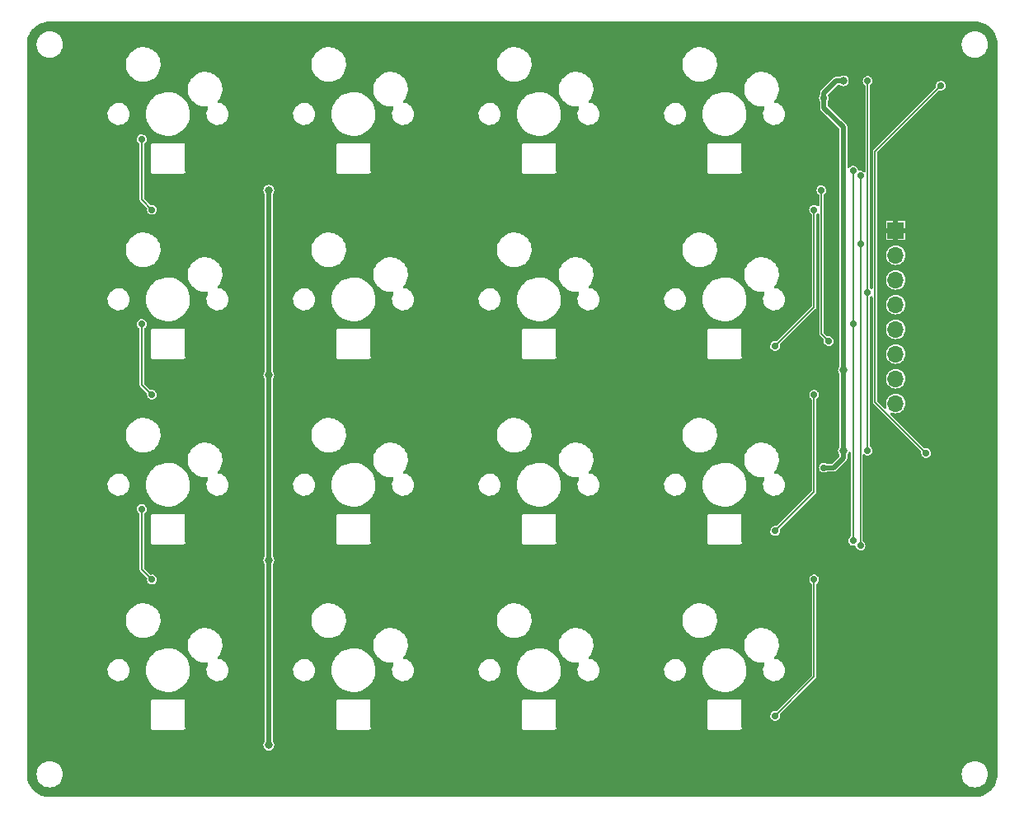
<source format=gbr>
%TF.GenerationSoftware,KiCad,Pcbnew,6.0.7+dfsg-1~bpo11+1*%
%TF.CreationDate,2022-11-02T04:35:50+00:00*%
%TF.ProjectId,MK74HC-16,4d4b3734-4843-42d3-9136-2e6b69636164,rev?*%
%TF.SameCoordinates,Original*%
%TF.FileFunction,Copper,L2,Bot*%
%TF.FilePolarity,Positive*%
%FSLAX46Y46*%
G04 Gerber Fmt 4.6, Leading zero omitted, Abs format (unit mm)*
G04 Created by KiCad (PCBNEW 6.0.7+dfsg-1~bpo11+1) date 2022-11-02 04:35:50*
%MOMM*%
%LPD*%
G01*
G04 APERTURE LIST*
%TA.AperFunction,ComponentPad*%
%ADD10R,1.700000X1.700000*%
%TD*%
%TA.AperFunction,ComponentPad*%
%ADD11O,1.700000X1.700000*%
%TD*%
%TA.AperFunction,ViaPad*%
%ADD12C,0.500000*%
%TD*%
%TA.AperFunction,ViaPad*%
%ADD13C,0.700000*%
%TD*%
%TA.AperFunction,ViaPad*%
%ADD14C,0.800000*%
%TD*%
%TA.AperFunction,Conductor*%
%ADD15C,0.150000*%
%TD*%
%TA.AperFunction,Conductor*%
%ADD16C,0.500000*%
%TD*%
G04 APERTURE END LIST*
D10*
%TO.P,J1,1,Pin_1*%
%TO.N,GND*%
X89375000Y58375000D03*
D11*
%TO.P,J1,2,Pin_2*%
%TO.N,/KS_SCL*%
X89375000Y55835000D03*
%TO.P,J1,3,Pin_3*%
%TO.N,/KS_SDA*%
X89375000Y53295000D03*
%TO.P,J1,4,Pin_4*%
%TO.N,/KS_CS*%
X89375000Y50755000D03*
%TO.P,J1,5,Pin_5*%
%TO.N,/KS_L*%
X89375000Y48215000D03*
%TO.P,J1,6,Pin_6*%
%TO.N,/RGBD*%
X89375000Y45675000D03*
%TO.P,J1,7,Pin_7*%
%TO.N,+3V3*%
X89375000Y43135000D03*
%TO.P,J1,8,Pin_8*%
%TO.N,+5V*%
X89375000Y40595000D03*
%TD*%
D12*
%TO.N,GND*%
X65452000Y26660000D03*
X41576000Y33010000D03*
X85264000Y24120000D03*
X48688000Y14722000D03*
X46402000Y26660000D03*
X66976000Y33772000D03*
X10588000Y33772000D03*
X79676000Y52060000D03*
X67738000Y33772000D03*
X57578000Y47488000D03*
X41576000Y52060000D03*
X48688000Y33772000D03*
X27352000Y45710000D03*
X46402000Y27422000D03*
X82724000Y61204000D03*
X56816000Y66538000D03*
X27098000Y42408000D03*
X37766000Y28438000D03*
X27098000Y61458000D03*
X41576000Y32248000D03*
X48688000Y71872000D03*
X27352000Y65522000D03*
X10588000Y52822000D03*
X56816000Y28438000D03*
X38528000Y47488000D03*
X27352000Y46472000D03*
X65452000Y8372000D03*
X38528000Y28438000D03*
X37766000Y66538000D03*
X82724000Y26660000D03*
X60626000Y33010000D03*
X56816000Y47488000D03*
X66976000Y52822000D03*
X15160000Y61458000D03*
X46402000Y45710000D03*
X41576000Y13960000D03*
X60626000Y13960000D03*
X19478000Y66538000D03*
X19478000Y47488000D03*
X76628000Y28438000D03*
X65452000Y46472000D03*
X37766000Y9388000D03*
X8302000Y46472000D03*
X46402000Y64760000D03*
X46402000Y65522000D03*
X65452000Y7610000D03*
X19478000Y9388000D03*
X22526000Y51298000D03*
X82724000Y35296000D03*
X38528000Y9388000D03*
X18716000Y47488000D03*
X37766000Y47488000D03*
X76628000Y47488000D03*
X8302000Y26660000D03*
X76628000Y9388000D03*
X47926000Y14722000D03*
X9826000Y33772000D03*
X65452000Y64760000D03*
X18716000Y28438000D03*
X46402000Y8372000D03*
X22526000Y52060000D03*
X79676000Y13960000D03*
X29638000Y52822000D03*
X22526000Y33010000D03*
X75866000Y28438000D03*
X29638000Y33772000D03*
X60626000Y52060000D03*
X22780000Y42408000D03*
X82724000Y38852000D03*
X9826000Y71872000D03*
X66976000Y71872000D03*
X60626000Y13198000D03*
X15160000Y42408000D03*
X19478000Y28438000D03*
X27352000Y26660000D03*
X8302000Y45710000D03*
X82724000Y44948000D03*
X75866000Y66538000D03*
X27352000Y8372000D03*
X65452000Y27422000D03*
X57578000Y66538000D03*
X9826000Y14722000D03*
X67738000Y71872000D03*
X46402000Y46472000D03*
X79676000Y70348000D03*
X78660000Y61458000D03*
X28876000Y52822000D03*
X15160000Y23358000D03*
X41576000Y13198000D03*
X41576000Y71110000D03*
X8302000Y7610000D03*
X76628000Y66538000D03*
X67738000Y14722000D03*
X57578000Y9388000D03*
X60626000Y32248000D03*
X82724000Y57648000D03*
X65452000Y45710000D03*
X8302000Y64760000D03*
X78660000Y23358000D03*
X46402000Y7610000D03*
X18716000Y66538000D03*
X29638000Y14722000D03*
X67738000Y52822000D03*
X22526000Y70348000D03*
X9826000Y52822000D03*
X79676000Y51298000D03*
X82724000Y48504000D03*
X8302000Y65522000D03*
X78660000Y42408000D03*
X75866000Y47488000D03*
X75866000Y9388000D03*
X57578000Y28438000D03*
X48688000Y52822000D03*
X79676000Y32248000D03*
X28876000Y33772000D03*
X56816000Y9388000D03*
X8302000Y27422000D03*
X28876000Y14722000D03*
X18716000Y9388000D03*
X60626000Y71110000D03*
X8302000Y8372000D03*
X66976000Y14722000D03*
X82724000Y24120000D03*
X27098000Y23358000D03*
X79676000Y71110000D03*
X27352000Y27422000D03*
X22780000Y61458000D03*
X28876000Y71872000D03*
X82724000Y64760000D03*
X79676000Y33010000D03*
X27352000Y64760000D03*
X79676000Y13198000D03*
X47926000Y33772000D03*
X22526000Y13960000D03*
X22526000Y32248000D03*
X22780000Y23358000D03*
X10588000Y14722000D03*
X60626000Y70348000D03*
X41576000Y70348000D03*
X65452000Y65522000D03*
X47926000Y52822000D03*
X38528000Y66538000D03*
X10588000Y71872000D03*
X22526000Y13198000D03*
X47926000Y71872000D03*
X60626000Y51298000D03*
X22526000Y71110000D03*
X27352000Y7610000D03*
X29638000Y71872000D03*
X41576000Y51298000D03*
D13*
%TO.N,/RGBD*%
X81750000Y62500000D03*
X82500000Y47000000D03*
D14*
%TO.N,+3V3*%
X84000000Y35750000D03*
X84000000Y73750000D03*
D13*
X82000000Y72000000D03*
D14*
X84000000Y44000000D03*
D13*
X82000000Y34000000D03*
%TO.N,/KS_L*%
X85000000Y26500000D03*
X85000000Y48750000D03*
X85000000Y64500000D03*
%TO.N,/KS_SCL*%
X85750000Y26000000D03*
X85750000Y64000000D03*
X85750000Y57000000D03*
%TO.N,Net-(U1-Pad9)*%
X94000000Y73250000D03*
X92500000Y35500000D03*
%TO.N,/KS_CS*%
X86500000Y52000000D03*
X86500000Y73750000D03*
X86500000Y35750000D03*
%TO.N,Net-(D4-Pad2)*%
X11950000Y67750000D03*
X81000000Y60500000D03*
X77000000Y46500000D03*
X13000000Y60500000D03*
%TO.N,Net-(D8-Pad2)*%
X11950000Y48750000D03*
X81000000Y41500000D03*
X13000000Y41500000D03*
X77000000Y27500000D03*
%TO.N,Net-(D12-Pad2)*%
X13000000Y22500000D03*
X77000000Y8500000D03*
X11950000Y29750000D03*
X81000000Y22500000D03*
D14*
%TO.N,+5V*%
X25000000Y5500000D03*
X25000000Y43500000D03*
X25000000Y24500000D03*
X25000000Y62500000D03*
%TD*%
D15*
%TO.N,/RGBD*%
X81750000Y47750000D02*
X82500000Y47000000D01*
X81750000Y62500000D02*
X81750000Y47750000D01*
D16*
%TO.N,+3V3*%
X84000000Y44000000D02*
X84000000Y69000000D01*
X84000000Y73750000D02*
X83250000Y73750000D01*
X84000000Y35750000D02*
X84000000Y35000000D01*
X84000000Y35750000D02*
X84000000Y44000000D01*
X84000000Y35000000D02*
X83000000Y34000000D01*
X84000000Y69000000D02*
X82000000Y71000000D01*
X83000000Y34000000D02*
X82000000Y34000000D01*
X82000000Y71000000D02*
X82000000Y72000000D01*
X83250000Y73750000D02*
X82000000Y72500000D01*
X82000000Y72500000D02*
X82000000Y72000000D01*
D15*
%TO.N,/KS_L*%
X85000000Y48750000D02*
X85000000Y64500000D01*
X85000000Y26500000D02*
X85000000Y48750000D01*
%TO.N,/KS_SCL*%
X85750000Y26000000D02*
X85750000Y57000000D01*
X85750000Y57000000D02*
X85750000Y64000000D01*
%TO.N,Net-(U1-Pad9)*%
X87250000Y40750000D02*
X92500000Y35500000D01*
X87250000Y66500000D02*
X87250000Y40750000D01*
X94000000Y73250000D02*
X87250000Y66500000D01*
%TO.N,/KS_CS*%
X86500000Y35750000D02*
X86500000Y52000000D01*
X86500000Y52000000D02*
X86500000Y73750000D01*
%TO.N,Net-(D4-Pad2)*%
X77000000Y46500000D02*
X81000000Y50500000D01*
X81000000Y50500000D02*
X81000000Y60500000D01*
X11950000Y61550000D02*
X13000000Y60500000D01*
X11950000Y67750000D02*
X11950000Y61550000D01*
%TO.N,Net-(D8-Pad2)*%
X77000000Y27500000D02*
X81000000Y31500000D01*
X81000000Y31500000D02*
X81000000Y41500000D01*
X11950000Y42550000D02*
X13000000Y41500000D01*
X11950000Y48750000D02*
X11950000Y42550000D01*
%TO.N,Net-(D12-Pad2)*%
X11950000Y29750000D02*
X11950000Y23550000D01*
X81000000Y12500000D02*
X81000000Y22500000D01*
X11950000Y23550000D02*
X13000000Y22500000D01*
X77000000Y8500000D02*
X81000000Y12500000D01*
D16*
%TO.N,+5V*%
X25000000Y24500000D02*
X25000000Y5500000D01*
X25000000Y43500000D02*
X25000000Y24500000D01*
X25000000Y62500000D02*
X25000000Y43500000D01*
%TD*%
%TA.AperFunction,Conductor*%
%TO.N,GND*%
G36*
X97471315Y79848484D02*
G01*
X97483978Y79848484D01*
X97500000Y79844191D01*
X97515715Y79848402D01*
X97520595Y79848254D01*
X97775594Y79832829D01*
X97790698Y79830995D01*
X98054774Y79782602D01*
X98069547Y79778961D01*
X98325875Y79699086D01*
X98340093Y79693694D01*
X98584916Y79583507D01*
X98598386Y79576438D01*
X98828146Y79437543D01*
X98840668Y79428900D01*
X99052013Y79263322D01*
X99063401Y79253232D01*
X99253232Y79063401D01*
X99263322Y79052013D01*
X99428900Y78840668D01*
X99437543Y78828146D01*
X99576438Y78598386D01*
X99583509Y78584913D01*
X99693692Y78340097D01*
X99699088Y78325870D01*
X99778961Y78069547D01*
X99782602Y78054774D01*
X99830995Y77790698D01*
X99832829Y77775594D01*
X99848254Y77520595D01*
X99848402Y77515715D01*
X99844191Y77500000D01*
X99848484Y77483978D01*
X99848484Y77471315D01*
X99849500Y77463598D01*
X99849500Y2536402D01*
X99848484Y2528685D01*
X99848484Y2516022D01*
X99844191Y2500000D01*
X99848402Y2484285D01*
X99848254Y2479405D01*
X99832829Y2224406D01*
X99830995Y2209302D01*
X99782602Y1945226D01*
X99778961Y1930453D01*
X99699088Y1674130D01*
X99693692Y1659903D01*
X99583509Y1415087D01*
X99576438Y1401614D01*
X99437543Y1171854D01*
X99428900Y1159332D01*
X99263322Y947987D01*
X99253232Y936599D01*
X99063401Y746768D01*
X99052013Y736678D01*
X98840668Y571100D01*
X98828146Y562457D01*
X98598386Y423562D01*
X98584916Y416493D01*
X98340093Y306306D01*
X98325875Y300914D01*
X98169617Y252222D01*
X98069547Y221039D01*
X98054774Y217398D01*
X97790698Y169005D01*
X97775594Y167171D01*
X97520595Y151746D01*
X97515715Y151598D01*
X97500000Y155809D01*
X97483978Y151516D01*
X97471315Y151516D01*
X97463598Y150500D01*
X2536402Y150500D01*
X2528685Y151516D01*
X2516022Y151516D01*
X2500000Y155809D01*
X2484285Y151598D01*
X2479405Y151746D01*
X2224406Y167171D01*
X2209302Y169005D01*
X1945226Y217398D01*
X1930453Y221039D01*
X1830383Y252222D01*
X1674125Y300914D01*
X1659907Y306306D01*
X1415084Y416493D01*
X1401614Y423562D01*
X1171854Y562457D01*
X1159332Y571100D01*
X947987Y736678D01*
X936599Y746768D01*
X746768Y936599D01*
X736678Y947987D01*
X571100Y1159332D01*
X562457Y1171854D01*
X423562Y1401614D01*
X416491Y1415087D01*
X306308Y1659903D01*
X300912Y1674130D01*
X221039Y1930453D01*
X217398Y1945226D01*
X169005Y2209302D01*
X167171Y2224406D01*
X151746Y2479405D01*
X151598Y2484285D01*
X155809Y2500000D01*
X1144341Y2500000D01*
X1164937Y2264592D01*
X1226097Y2036337D01*
X1228419Y2031357D01*
X1228420Y2031355D01*
X1285346Y1909279D01*
X1325965Y1822171D01*
X1461505Y1628599D01*
X1628599Y1461505D01*
X1822171Y1325965D01*
X1827149Y1323644D01*
X1827152Y1323642D01*
X2031355Y1228420D01*
X2036337Y1226097D01*
X2041645Y1224675D01*
X2041647Y1224674D01*
X2238777Y1171854D01*
X2264592Y1164937D01*
X2367682Y1155918D01*
X2438310Y1149738D01*
X2438317Y1149738D01*
X2441034Y1149500D01*
X2558966Y1149500D01*
X2561683Y1149738D01*
X2561690Y1149738D01*
X2632318Y1155918D01*
X2735408Y1164937D01*
X2761223Y1171854D01*
X2958353Y1224674D01*
X2958355Y1224675D01*
X2963663Y1226097D01*
X2968645Y1228420D01*
X3172848Y1323642D01*
X3172851Y1323644D01*
X3177829Y1325965D01*
X3371401Y1461505D01*
X3538495Y1628599D01*
X3541655Y1633111D01*
X3670878Y1817661D01*
X3670881Y1817666D01*
X3674035Y1822170D01*
X3676358Y1827152D01*
X3676361Y1827157D01*
X3771580Y2031355D01*
X3771581Y2031356D01*
X3773903Y2036337D01*
X3835063Y2264592D01*
X3855659Y2500000D01*
X96144341Y2500000D01*
X96164937Y2264592D01*
X96226097Y2036337D01*
X96228419Y2031357D01*
X96228420Y2031355D01*
X96285346Y1909279D01*
X96325965Y1822171D01*
X96461505Y1628599D01*
X96628599Y1461505D01*
X96822171Y1325965D01*
X96827149Y1323644D01*
X96827152Y1323642D01*
X97031355Y1228420D01*
X97036337Y1226097D01*
X97041645Y1224675D01*
X97041647Y1224674D01*
X97238777Y1171854D01*
X97264592Y1164937D01*
X97367682Y1155918D01*
X97438310Y1149738D01*
X97438317Y1149738D01*
X97441034Y1149500D01*
X97558966Y1149500D01*
X97561683Y1149738D01*
X97561690Y1149738D01*
X97632318Y1155918D01*
X97735408Y1164937D01*
X97761223Y1171854D01*
X97958353Y1224674D01*
X97958355Y1224675D01*
X97963663Y1226097D01*
X97968645Y1228420D01*
X98172848Y1323642D01*
X98172851Y1323644D01*
X98177829Y1325965D01*
X98371401Y1461505D01*
X98538495Y1628599D01*
X98541655Y1633111D01*
X98670878Y1817661D01*
X98670881Y1817666D01*
X98674035Y1822170D01*
X98676358Y1827152D01*
X98676361Y1827157D01*
X98771580Y2031355D01*
X98771581Y2031356D01*
X98773903Y2036337D01*
X98835063Y2264592D01*
X98855659Y2500000D01*
X98835063Y2735408D01*
X98773903Y2963663D01*
X98674035Y3177829D01*
X98538495Y3371401D01*
X98371401Y3538495D01*
X98177829Y3674035D01*
X98172851Y3676356D01*
X98172848Y3676358D01*
X97968645Y3771580D01*
X97968643Y3771581D01*
X97963663Y3773903D01*
X97958355Y3775325D01*
X97958353Y3775326D01*
X97740723Y3833639D01*
X97740722Y3833639D01*
X97735408Y3835063D01*
X97632318Y3844082D01*
X97561690Y3850262D01*
X97561683Y3850262D01*
X97558966Y3850500D01*
X97441034Y3850500D01*
X97438317Y3850262D01*
X97438310Y3850262D01*
X97367682Y3844082D01*
X97264592Y3835063D01*
X97259278Y3833639D01*
X97259277Y3833639D01*
X97041647Y3775326D01*
X97041645Y3775325D01*
X97036337Y3773903D01*
X97031357Y3771581D01*
X97031355Y3771580D01*
X96827152Y3676358D01*
X96827149Y3676356D01*
X96822171Y3674035D01*
X96628599Y3538495D01*
X96461505Y3371401D01*
X96458348Y3366893D01*
X96458346Y3366890D01*
X96329122Y3182339D01*
X96325965Y3177830D01*
X96323642Y3172848D01*
X96323639Y3172843D01*
X96228420Y2968645D01*
X96226097Y2963663D01*
X96164937Y2735408D01*
X96144341Y2500000D01*
X3855659Y2500000D01*
X3835063Y2735408D01*
X3773903Y2963663D01*
X3674035Y3177829D01*
X3538495Y3371401D01*
X3371401Y3538495D01*
X3177829Y3674035D01*
X3172851Y3676356D01*
X3172848Y3676358D01*
X2968645Y3771580D01*
X2968643Y3771581D01*
X2963663Y3773903D01*
X2958355Y3775325D01*
X2958353Y3775326D01*
X2740723Y3833639D01*
X2740722Y3833639D01*
X2735408Y3835063D01*
X2632318Y3844082D01*
X2561690Y3850262D01*
X2561683Y3850262D01*
X2558966Y3850500D01*
X2441034Y3850500D01*
X2438317Y3850262D01*
X2438310Y3850262D01*
X2367682Y3844082D01*
X2264592Y3835063D01*
X2259278Y3833639D01*
X2259277Y3833639D01*
X2041647Y3775326D01*
X2041645Y3775325D01*
X2036337Y3773903D01*
X2031357Y3771581D01*
X2031355Y3771580D01*
X1827152Y3676358D01*
X1827149Y3676356D01*
X1822171Y3674035D01*
X1628599Y3538495D01*
X1461505Y3371401D01*
X1458348Y3366893D01*
X1458346Y3366890D01*
X1329122Y3182339D01*
X1325965Y3177830D01*
X1323642Y3172848D01*
X1323639Y3172843D01*
X1228420Y2968645D01*
X1226097Y2963663D01*
X1164937Y2735408D01*
X1144341Y2500000D01*
X155809Y2500000D01*
X151516Y2516022D01*
X151516Y2528685D01*
X150500Y2536402D01*
X150500Y5500000D01*
X24444750Y5500000D01*
X24463670Y5356291D01*
X24519139Y5222375D01*
X24607379Y5107379D01*
X24722375Y5019139D01*
X24856291Y4963670D01*
X25000000Y4944750D01*
X25143709Y4963670D01*
X25277625Y5019139D01*
X25392621Y5107379D01*
X25480861Y5222375D01*
X25536330Y5356291D01*
X25555250Y5500000D01*
X25536330Y5643709D01*
X25480861Y5777625D01*
X25426538Y5848420D01*
X25400937Y5914640D01*
X25400500Y5925124D01*
X25400500Y7226000D01*
X31946191Y7226000D01*
X31951500Y7206186D01*
X31967065Y7148096D01*
X32024095Y7091065D01*
X32102000Y7070191D01*
X32118022Y7074484D01*
X32130685Y7074484D01*
X32138402Y7075500D01*
X35265598Y7075500D01*
X35273315Y7074484D01*
X35285978Y7074484D01*
X35302000Y7070191D01*
X35318022Y7074484D01*
X35363883Y7086772D01*
X35363884Y7086772D01*
X35379904Y7091065D01*
X35436935Y7148095D01*
X35457809Y7226000D01*
X50996191Y7226000D01*
X51001500Y7206186D01*
X51017065Y7148096D01*
X51074095Y7091065D01*
X51152000Y7070191D01*
X51168022Y7074484D01*
X51180685Y7074484D01*
X51188402Y7075500D01*
X54315598Y7075500D01*
X54323315Y7074484D01*
X54335978Y7074484D01*
X54352000Y7070191D01*
X54368022Y7074484D01*
X54413883Y7086772D01*
X54413884Y7086772D01*
X54429904Y7091065D01*
X54486935Y7148095D01*
X54507809Y7226000D01*
X70046191Y7226000D01*
X70051500Y7206186D01*
X70067065Y7148096D01*
X70124095Y7091065D01*
X70202000Y7070191D01*
X70218022Y7074484D01*
X70230685Y7074484D01*
X70238402Y7075500D01*
X73365598Y7075500D01*
X73373315Y7074484D01*
X73385978Y7074484D01*
X73402000Y7070191D01*
X73418022Y7074484D01*
X73463883Y7086772D01*
X73463884Y7086772D01*
X73479904Y7091065D01*
X73536935Y7148095D01*
X73557809Y7226000D01*
X73553516Y7242022D01*
X73553516Y7254685D01*
X73552500Y7262402D01*
X73552500Y8506177D01*
X76494391Y8506177D01*
X76495555Y8497275D01*
X76495555Y8497272D01*
X76496814Y8487646D01*
X76512980Y8364021D01*
X76570720Y8232797D01*
X76576497Y8225924D01*
X76576498Y8225923D01*
X76583792Y8217246D01*
X76662970Y8123052D01*
X76782313Y8043610D01*
X76919157Y8000858D01*
X76928129Y8000694D01*
X76928132Y8000693D01*
X76993463Y7999496D01*
X77062499Y7998230D01*
X77071533Y8000693D01*
X77192158Y8033579D01*
X77192160Y8033580D01*
X77200817Y8035940D01*
X77322991Y8110955D01*
X77419200Y8217246D01*
X77481710Y8346267D01*
X77505496Y8487646D01*
X77505647Y8500000D01*
X77491188Y8600961D01*
X77501332Y8671226D01*
X77526821Y8707915D01*
X81152928Y12334023D01*
X81157712Y12338564D01*
X81176669Y12355633D01*
X81186509Y12364493D01*
X81194757Y12383017D01*
X81204188Y12400386D01*
X81208012Y12406275D01*
X81215225Y12417382D01*
X81217297Y12430464D01*
X81219079Y12435106D01*
X81220112Y12439967D01*
X81225500Y12452068D01*
X81225500Y12472333D01*
X81227051Y12492045D01*
X81228151Y12498988D01*
X81228151Y12498989D01*
X81230222Y12512065D01*
X81226795Y12524854D01*
X81226102Y12538082D01*
X81226576Y12538107D01*
X81225500Y12546277D01*
X81225500Y21980604D01*
X81245502Y22048725D01*
X81285571Y22087979D01*
X81322991Y22110955D01*
X81329438Y22118077D01*
X81413178Y22210593D01*
X81419200Y22217246D01*
X81481710Y22346267D01*
X81505496Y22487646D01*
X81505647Y22500000D01*
X81497473Y22557076D01*
X81486596Y22633032D01*
X81486595Y22633035D01*
X81485323Y22641918D01*
X81477431Y22659277D01*
X81429700Y22764254D01*
X81425984Y22772428D01*
X81407598Y22793766D01*
X81338260Y22874237D01*
X81338257Y22874240D01*
X81332400Y22881037D01*
X81212095Y22959015D01*
X81074739Y23000093D01*
X81065763Y23000148D01*
X81065762Y23000148D01*
X81005555Y23000516D01*
X80931376Y23000969D01*
X80793529Y22961572D01*
X80672280Y22885070D01*
X80577377Y22777612D01*
X80516447Y22647837D01*
X80494391Y22506177D01*
X80495555Y22497275D01*
X80495555Y22497272D01*
X80496814Y22487646D01*
X80512980Y22364021D01*
X80570720Y22232797D01*
X80576497Y22225924D01*
X80576498Y22225923D01*
X80583792Y22217246D01*
X80662970Y22123052D01*
X80670444Y22118077D01*
X80718320Y22086208D01*
X80763942Y22031810D01*
X80774500Y21981321D01*
X80774500Y12645595D01*
X80754498Y12577474D01*
X80737595Y12556500D01*
X77209846Y9028751D01*
X77147534Y8994725D01*
X77092311Y8996837D01*
X77092215Y8996194D01*
X77086402Y8997063D01*
X77084647Y8997130D01*
X77074739Y9000093D01*
X77065763Y9000148D01*
X77065762Y9000148D01*
X77005555Y9000516D01*
X76931376Y9000969D01*
X76793529Y8961572D01*
X76672280Y8885070D01*
X76577377Y8777612D01*
X76516447Y8647837D01*
X76494391Y8506177D01*
X73552500Y8506177D01*
X73552500Y9989598D01*
X73553516Y9997315D01*
X73553516Y10009978D01*
X73557809Y10026000D01*
X73536935Y10103904D01*
X73536934Y10103905D01*
X73479905Y10160935D01*
X73402000Y10181809D01*
X73385978Y10177516D01*
X73373315Y10177516D01*
X73365598Y10176500D01*
X70238402Y10176500D01*
X70230685Y10177516D01*
X70218022Y10177516D01*
X70202000Y10181809D01*
X70185978Y10177516D01*
X70182186Y10176500D01*
X70140120Y10165229D01*
X70140119Y10165228D01*
X70124096Y10160935D01*
X70067065Y10103905D01*
X70046191Y10026000D01*
X70050484Y10009978D01*
X70050484Y9997315D01*
X70051500Y9989598D01*
X70051500Y7262402D01*
X70050484Y7254685D01*
X70050484Y7242022D01*
X70046191Y7226000D01*
X54507809Y7226000D01*
X54503516Y7242022D01*
X54503516Y7254685D01*
X54502500Y7262402D01*
X54502500Y9989598D01*
X54503516Y9997315D01*
X54503516Y10009978D01*
X54507809Y10026000D01*
X54486935Y10103904D01*
X54486934Y10103905D01*
X54429905Y10160935D01*
X54352000Y10181809D01*
X54335978Y10177516D01*
X54323315Y10177516D01*
X54315598Y10176500D01*
X51188402Y10176500D01*
X51180685Y10177516D01*
X51168022Y10177516D01*
X51152000Y10181809D01*
X51135978Y10177516D01*
X51132186Y10176500D01*
X51090120Y10165229D01*
X51090119Y10165228D01*
X51074096Y10160935D01*
X51017065Y10103905D01*
X50996191Y10026000D01*
X51000484Y10009978D01*
X51000484Y9997315D01*
X51001500Y9989598D01*
X51001500Y7262402D01*
X51000484Y7254685D01*
X51000484Y7242022D01*
X50996191Y7226000D01*
X35457809Y7226000D01*
X35453516Y7242022D01*
X35453516Y7254685D01*
X35452500Y7262402D01*
X35452500Y9989598D01*
X35453516Y9997315D01*
X35453516Y10009978D01*
X35457809Y10026000D01*
X35436935Y10103904D01*
X35436934Y10103905D01*
X35379905Y10160935D01*
X35302000Y10181809D01*
X35285978Y10177516D01*
X35273315Y10177516D01*
X35265598Y10176500D01*
X32138402Y10176500D01*
X32130685Y10177516D01*
X32118022Y10177516D01*
X32102000Y10181809D01*
X32085978Y10177516D01*
X32082186Y10176500D01*
X32040120Y10165229D01*
X32040119Y10165228D01*
X32024096Y10160935D01*
X31967065Y10103905D01*
X31946191Y10026000D01*
X31950484Y10009978D01*
X31950484Y9997315D01*
X31951500Y9989598D01*
X31951500Y7262402D01*
X31950484Y7254685D01*
X31950484Y7242022D01*
X31946191Y7226000D01*
X25400500Y7226000D01*
X25400500Y13253231D01*
X27492730Y13253231D01*
X27502659Y13038694D01*
X27552978Y12829906D01*
X27555460Y12824448D01*
X27555461Y12824444D01*
X27601971Y12722151D01*
X27641869Y12634400D01*
X27766126Y12459230D01*
X27770449Y12455091D01*
X27770453Y12455087D01*
X27874344Y12355633D01*
X27921265Y12310716D01*
X28101689Y12194218D01*
X28300887Y12113939D01*
X28384483Y12097614D01*
X28507225Y12073644D01*
X28507228Y12073644D01*
X28511671Y12072776D01*
X28517314Y12072500D01*
X28675664Y12072500D01*
X28835795Y12087778D01*
X28841551Y12089467D01*
X28841553Y12089467D01*
X28932620Y12116183D01*
X29041876Y12148235D01*
X29047204Y12150979D01*
X29227476Y12243825D01*
X29227479Y12243827D01*
X29232807Y12246571D01*
X29401698Y12379237D01*
X29542455Y12541446D01*
X29650001Y12727345D01*
X29720453Y12930226D01*
X29735336Y13032869D01*
X29750409Y13136829D01*
X29750409Y13136832D01*
X29751270Y13142769D01*
X29750900Y13150764D01*
X31446958Y13150764D01*
X31473014Y12852935D01*
X31538232Y12561168D01*
X31539676Y12557244D01*
X31539676Y12557243D01*
X31591135Y12417382D01*
X31641464Y12280590D01*
X31643415Y12276890D01*
X31643417Y12276885D01*
X31751177Y12072500D01*
X31780898Y12016130D01*
X31954084Y11772435D01*
X32157979Y11553784D01*
X32389000Y11364021D01*
X32643090Y11206479D01*
X32915783Y11083926D01*
X33090027Y11031982D01*
X33198290Y10999707D01*
X33198292Y10999707D01*
X33202289Y10998515D01*
X33206409Y10997862D01*
X33206411Y10997862D01*
X33324423Y10979171D01*
X33497575Y10951746D01*
X33540135Y10949813D01*
X33589659Y10947564D01*
X33589678Y10947564D01*
X33591078Y10947500D01*
X33777834Y10947500D01*
X34000309Y10962277D01*
X34293377Y11021370D01*
X34576056Y11118704D01*
X34579789Y11120573D01*
X34579793Y11120575D01*
X34839640Y11250697D01*
X34839642Y11250698D01*
X34843378Y11252569D01*
X35090647Y11420613D01*
X35313520Y11619883D01*
X35508079Y11846880D01*
X35655342Y12073644D01*
X35668629Y12094104D01*
X35668632Y12094109D01*
X35670908Y12097614D01*
X35799145Y12367681D01*
X35801666Y12375531D01*
X35889258Y12648349D01*
X35889258Y12648350D01*
X35890538Y12652336D01*
X35943480Y12946578D01*
X35947399Y13032869D01*
X35956853Y13241066D01*
X35956853Y13241071D01*
X35957042Y13245236D01*
X35930986Y13543065D01*
X35865768Y13834832D01*
X35762536Y14115410D01*
X35744419Y14149773D01*
X35625055Y14376166D01*
X35625054Y14376167D01*
X35623102Y14379870D01*
X35449916Y14623565D01*
X35256944Y14830503D01*
X35248871Y14839160D01*
X35248869Y14839162D01*
X35246021Y14842216D01*
X35015000Y15031979D01*
X34760910Y15189521D01*
X34488217Y15312074D01*
X34275603Y15375457D01*
X34205710Y15396293D01*
X34205708Y15396293D01*
X34201711Y15397485D01*
X34197591Y15398138D01*
X34197589Y15398138D01*
X34079577Y15416829D01*
X33906425Y15444254D01*
X33863865Y15446187D01*
X33814341Y15448436D01*
X33814322Y15448436D01*
X33812922Y15448500D01*
X33626166Y15448500D01*
X33403691Y15433723D01*
X33110623Y15374630D01*
X32827944Y15277296D01*
X32824211Y15275427D01*
X32824207Y15275425D01*
X32648268Y15187321D01*
X32560622Y15143431D01*
X32313353Y14975387D01*
X32310239Y14972603D01*
X32310238Y14972602D01*
X32167379Y14844872D01*
X32090480Y14776117D01*
X31895921Y14549120D01*
X31893647Y14545618D01*
X31738383Y14306533D01*
X31733092Y14298386D01*
X31604855Y14028319D01*
X31603576Y14024336D01*
X31603575Y14024333D01*
X31543993Y13838757D01*
X31513462Y13743664D01*
X31460520Y13449422D01*
X31460331Y13445255D01*
X31460330Y13445248D01*
X31447147Y13154934D01*
X31446958Y13150764D01*
X29750900Y13150764D01*
X29741341Y13357306D01*
X29691022Y13566094D01*
X29644391Y13668655D01*
X29604611Y13756145D01*
X29602131Y13761600D01*
X29477874Y13936770D01*
X29473551Y13940909D01*
X29473547Y13940913D01*
X29327065Y14081139D01*
X29327064Y14081139D01*
X29322735Y14085284D01*
X29142311Y14201782D01*
X28943113Y14282061D01*
X28817799Y14306533D01*
X28736775Y14322356D01*
X28736772Y14322356D01*
X28732329Y14323224D01*
X28726686Y14323500D01*
X28568336Y14323500D01*
X28408205Y14308222D01*
X28402449Y14306533D01*
X28402447Y14306533D01*
X28322949Y14283211D01*
X28202124Y14247765D01*
X28196797Y14245021D01*
X28196796Y14245021D01*
X28016524Y14152175D01*
X28016521Y14152173D01*
X28011193Y14149429D01*
X27842302Y14016763D01*
X27838371Y14012233D01*
X27838370Y14012232D01*
X27807865Y13977078D01*
X27701545Y13854554D01*
X27593999Y13668655D01*
X27523547Y13465774D01*
X27522687Y13459841D01*
X27522686Y13459838D01*
X27493591Y13259171D01*
X27492730Y13253231D01*
X25400500Y13253231D01*
X25400500Y15629304D01*
X35734842Y15629304D01*
X35770429Y15367818D01*
X35771737Y15363332D01*
X35771737Y15363330D01*
X35783680Y15322355D01*
X35844275Y15114463D01*
X35954758Y14874807D01*
X35957321Y14870898D01*
X36096885Y14658026D01*
X36096889Y14658021D01*
X36099451Y14654113D01*
X36102568Y14650621D01*
X36206544Y14534126D01*
X36275175Y14457231D01*
X36478071Y14288484D01*
X36486761Y14283211D01*
X36699682Y14154007D01*
X36699686Y14154005D01*
X36703679Y14151582D01*
X36947046Y14049530D01*
X37202823Y13984570D01*
X37207474Y13984102D01*
X37207478Y13984101D01*
X37401834Y13964531D01*
X37422003Y13962500D01*
X37579001Y13962500D01*
X37581326Y13962673D01*
X37581332Y13962673D01*
X37656637Y13968269D01*
X37701670Y13971616D01*
X37771086Y13956717D01*
X37821427Y13906654D01*
X37836711Y13837322D01*
X37820072Y13782867D01*
X37797393Y13743664D01*
X37753999Y13668655D01*
X37683547Y13465774D01*
X37682687Y13459841D01*
X37682686Y13459838D01*
X37653591Y13259171D01*
X37652730Y13253231D01*
X37662659Y13038694D01*
X37712978Y12829906D01*
X37715460Y12824448D01*
X37715461Y12824444D01*
X37761971Y12722151D01*
X37801869Y12634400D01*
X37926126Y12459230D01*
X37930449Y12455091D01*
X37930453Y12455087D01*
X38034344Y12355633D01*
X38081265Y12310716D01*
X38261689Y12194218D01*
X38460887Y12113939D01*
X38544483Y12097614D01*
X38667225Y12073644D01*
X38667228Y12073644D01*
X38671671Y12072776D01*
X38677314Y12072500D01*
X38835664Y12072500D01*
X38995795Y12087778D01*
X39001551Y12089467D01*
X39001553Y12089467D01*
X39092620Y12116183D01*
X39201876Y12148235D01*
X39207204Y12150979D01*
X39387476Y12243825D01*
X39387479Y12243827D01*
X39392807Y12246571D01*
X39561698Y12379237D01*
X39702455Y12541446D01*
X39810001Y12727345D01*
X39880453Y12930226D01*
X39895336Y13032869D01*
X39910409Y13136829D01*
X39910409Y13136832D01*
X39911270Y13142769D01*
X39906158Y13253231D01*
X46542730Y13253231D01*
X46552659Y13038694D01*
X46602978Y12829906D01*
X46605460Y12824448D01*
X46605461Y12824444D01*
X46651971Y12722151D01*
X46691869Y12634400D01*
X46816126Y12459230D01*
X46820449Y12455091D01*
X46820453Y12455087D01*
X46924344Y12355633D01*
X46971265Y12310716D01*
X47151689Y12194218D01*
X47350887Y12113939D01*
X47434483Y12097614D01*
X47557225Y12073644D01*
X47557228Y12073644D01*
X47561671Y12072776D01*
X47567314Y12072500D01*
X47725664Y12072500D01*
X47885795Y12087778D01*
X47891551Y12089467D01*
X47891553Y12089467D01*
X47982620Y12116183D01*
X48091876Y12148235D01*
X48097204Y12150979D01*
X48277476Y12243825D01*
X48277479Y12243827D01*
X48282807Y12246571D01*
X48451698Y12379237D01*
X48592455Y12541446D01*
X48700001Y12727345D01*
X48770453Y12930226D01*
X48785336Y13032869D01*
X48800409Y13136829D01*
X48800409Y13136832D01*
X48801270Y13142769D01*
X48800900Y13150764D01*
X50496958Y13150764D01*
X50523014Y12852935D01*
X50588232Y12561168D01*
X50589676Y12557244D01*
X50589676Y12557243D01*
X50641135Y12417382D01*
X50691464Y12280590D01*
X50693415Y12276890D01*
X50693417Y12276885D01*
X50801177Y12072500D01*
X50830898Y12016130D01*
X51004084Y11772435D01*
X51207979Y11553784D01*
X51439000Y11364021D01*
X51693090Y11206479D01*
X51965783Y11083926D01*
X52140027Y11031982D01*
X52248290Y10999707D01*
X52248292Y10999707D01*
X52252289Y10998515D01*
X52256409Y10997862D01*
X52256411Y10997862D01*
X52374423Y10979171D01*
X52547575Y10951746D01*
X52590135Y10949813D01*
X52639659Y10947564D01*
X52639678Y10947564D01*
X52641078Y10947500D01*
X52827834Y10947500D01*
X53050309Y10962277D01*
X53343377Y11021370D01*
X53626056Y11118704D01*
X53629789Y11120573D01*
X53629793Y11120575D01*
X53889640Y11250697D01*
X53889642Y11250698D01*
X53893378Y11252569D01*
X54140647Y11420613D01*
X54363520Y11619883D01*
X54558079Y11846880D01*
X54705342Y12073644D01*
X54718629Y12094104D01*
X54718632Y12094109D01*
X54720908Y12097614D01*
X54849145Y12367681D01*
X54851666Y12375531D01*
X54939258Y12648349D01*
X54939258Y12648350D01*
X54940538Y12652336D01*
X54993480Y12946578D01*
X54997399Y13032869D01*
X55006853Y13241066D01*
X55006853Y13241071D01*
X55007042Y13245236D01*
X54980986Y13543065D01*
X54915768Y13834832D01*
X54812536Y14115410D01*
X54794419Y14149773D01*
X54675055Y14376166D01*
X54675054Y14376167D01*
X54673102Y14379870D01*
X54499916Y14623565D01*
X54306944Y14830503D01*
X54298871Y14839160D01*
X54298869Y14839162D01*
X54296021Y14842216D01*
X54065000Y15031979D01*
X53810910Y15189521D01*
X53538217Y15312074D01*
X53325603Y15375457D01*
X53255710Y15396293D01*
X53255708Y15396293D01*
X53251711Y15397485D01*
X53247591Y15398138D01*
X53247589Y15398138D01*
X53129577Y15416829D01*
X52956425Y15444254D01*
X52913865Y15446187D01*
X52864341Y15448436D01*
X52864322Y15448436D01*
X52862922Y15448500D01*
X52676166Y15448500D01*
X52453691Y15433723D01*
X52160623Y15374630D01*
X51877944Y15277296D01*
X51874211Y15275427D01*
X51874207Y15275425D01*
X51698268Y15187321D01*
X51610622Y15143431D01*
X51363353Y14975387D01*
X51360239Y14972603D01*
X51360238Y14972602D01*
X51217379Y14844872D01*
X51140480Y14776117D01*
X50945921Y14549120D01*
X50943647Y14545618D01*
X50788383Y14306533D01*
X50783092Y14298386D01*
X50654855Y14028319D01*
X50653576Y14024336D01*
X50653575Y14024333D01*
X50593993Y13838757D01*
X50563462Y13743664D01*
X50510520Y13449422D01*
X50510331Y13445255D01*
X50510330Y13445248D01*
X50497147Y13154934D01*
X50496958Y13150764D01*
X48800900Y13150764D01*
X48791341Y13357306D01*
X48741022Y13566094D01*
X48694391Y13668655D01*
X48654611Y13756145D01*
X48652131Y13761600D01*
X48527874Y13936770D01*
X48523551Y13940909D01*
X48523547Y13940913D01*
X48377065Y14081139D01*
X48377064Y14081139D01*
X48372735Y14085284D01*
X48192311Y14201782D01*
X47993113Y14282061D01*
X47867799Y14306533D01*
X47786775Y14322356D01*
X47786772Y14322356D01*
X47782329Y14323224D01*
X47776686Y14323500D01*
X47618336Y14323500D01*
X47458205Y14308222D01*
X47452449Y14306533D01*
X47452447Y14306533D01*
X47372949Y14283211D01*
X47252124Y14247765D01*
X47246797Y14245021D01*
X47246796Y14245021D01*
X47066524Y14152175D01*
X47066521Y14152173D01*
X47061193Y14149429D01*
X46892302Y14016763D01*
X46888371Y14012233D01*
X46888370Y14012232D01*
X46857865Y13977078D01*
X46751545Y13854554D01*
X46643999Y13668655D01*
X46573547Y13465774D01*
X46572687Y13459841D01*
X46572686Y13459838D01*
X46543591Y13259171D01*
X46542730Y13253231D01*
X39906158Y13253231D01*
X39901341Y13357306D01*
X39851022Y13566094D01*
X39804391Y13668655D01*
X39764611Y13756145D01*
X39762131Y13761600D01*
X39637874Y13936770D01*
X39633551Y13940909D01*
X39633547Y13940913D01*
X39487065Y14081139D01*
X39487064Y14081139D01*
X39482735Y14085284D01*
X39302311Y14201782D01*
X39103113Y14282061D01*
X38892329Y14323224D01*
X38892354Y14323350D01*
X38828623Y14350783D01*
X38788940Y14409654D01*
X38787384Y14480633D01*
X38817254Y14534126D01*
X38892493Y14614107D01*
X38892495Y14614110D01*
X38895692Y14617508D01*
X39046113Y14834339D01*
X39048180Y14838530D01*
X39160766Y15066833D01*
X39160767Y15066836D01*
X39162831Y15071021D01*
X39243284Y15322355D01*
X39251443Y15372449D01*
X39284953Y15578210D01*
X39285704Y15582821D01*
X39286312Y15629304D01*
X54784842Y15629304D01*
X54820429Y15367818D01*
X54821737Y15363332D01*
X54821737Y15363330D01*
X54833680Y15322355D01*
X54894275Y15114463D01*
X55004758Y14874807D01*
X55007321Y14870898D01*
X55146885Y14658026D01*
X55146889Y14658021D01*
X55149451Y14654113D01*
X55152568Y14650621D01*
X55256544Y14534126D01*
X55325175Y14457231D01*
X55528071Y14288484D01*
X55536761Y14283211D01*
X55749682Y14154007D01*
X55749686Y14154005D01*
X55753679Y14151582D01*
X55997046Y14049530D01*
X56252823Y13984570D01*
X56257474Y13984102D01*
X56257478Y13984101D01*
X56451834Y13964531D01*
X56472003Y13962500D01*
X56629001Y13962500D01*
X56631326Y13962673D01*
X56631332Y13962673D01*
X56706637Y13968269D01*
X56751670Y13971616D01*
X56821086Y13956717D01*
X56871427Y13906654D01*
X56886711Y13837322D01*
X56870072Y13782867D01*
X56847393Y13743664D01*
X56803999Y13668655D01*
X56733547Y13465774D01*
X56732687Y13459841D01*
X56732686Y13459838D01*
X56703591Y13259171D01*
X56702730Y13253231D01*
X56712659Y13038694D01*
X56762978Y12829906D01*
X56765460Y12824448D01*
X56765461Y12824444D01*
X56811971Y12722151D01*
X56851869Y12634400D01*
X56976126Y12459230D01*
X56980449Y12455091D01*
X56980453Y12455087D01*
X57084344Y12355633D01*
X57131265Y12310716D01*
X57311689Y12194218D01*
X57510887Y12113939D01*
X57594483Y12097614D01*
X57717225Y12073644D01*
X57717228Y12073644D01*
X57721671Y12072776D01*
X57727314Y12072500D01*
X57885664Y12072500D01*
X58045795Y12087778D01*
X58051551Y12089467D01*
X58051553Y12089467D01*
X58142620Y12116183D01*
X58251876Y12148235D01*
X58257204Y12150979D01*
X58437476Y12243825D01*
X58437479Y12243827D01*
X58442807Y12246571D01*
X58611698Y12379237D01*
X58752455Y12541446D01*
X58860001Y12727345D01*
X58930453Y12930226D01*
X58945336Y13032869D01*
X58960409Y13136829D01*
X58960409Y13136832D01*
X58961270Y13142769D01*
X58956158Y13253231D01*
X65592730Y13253231D01*
X65602659Y13038694D01*
X65652978Y12829906D01*
X65655460Y12824448D01*
X65655461Y12824444D01*
X65701971Y12722151D01*
X65741869Y12634400D01*
X65866126Y12459230D01*
X65870449Y12455091D01*
X65870453Y12455087D01*
X65974344Y12355633D01*
X66021265Y12310716D01*
X66201689Y12194218D01*
X66400887Y12113939D01*
X66484483Y12097614D01*
X66607225Y12073644D01*
X66607228Y12073644D01*
X66611671Y12072776D01*
X66617314Y12072500D01*
X66775664Y12072500D01*
X66935795Y12087778D01*
X66941551Y12089467D01*
X66941553Y12089467D01*
X67032620Y12116183D01*
X67141876Y12148235D01*
X67147204Y12150979D01*
X67327476Y12243825D01*
X67327479Y12243827D01*
X67332807Y12246571D01*
X67501698Y12379237D01*
X67642455Y12541446D01*
X67750001Y12727345D01*
X67820453Y12930226D01*
X67835336Y13032869D01*
X67850409Y13136829D01*
X67850409Y13136832D01*
X67851270Y13142769D01*
X67850900Y13150764D01*
X69546958Y13150764D01*
X69573014Y12852935D01*
X69638232Y12561168D01*
X69639676Y12557244D01*
X69639676Y12557243D01*
X69691135Y12417382D01*
X69741464Y12280590D01*
X69743415Y12276890D01*
X69743417Y12276885D01*
X69851177Y12072500D01*
X69880898Y12016130D01*
X70054084Y11772435D01*
X70257979Y11553784D01*
X70489000Y11364021D01*
X70743090Y11206479D01*
X71015783Y11083926D01*
X71190027Y11031982D01*
X71298290Y10999707D01*
X71298292Y10999707D01*
X71302289Y10998515D01*
X71306409Y10997862D01*
X71306411Y10997862D01*
X71424423Y10979171D01*
X71597575Y10951746D01*
X71640135Y10949813D01*
X71689659Y10947564D01*
X71689678Y10947564D01*
X71691078Y10947500D01*
X71877834Y10947500D01*
X72100309Y10962277D01*
X72393377Y11021370D01*
X72676056Y11118704D01*
X72679789Y11120573D01*
X72679793Y11120575D01*
X72939640Y11250697D01*
X72939642Y11250698D01*
X72943378Y11252569D01*
X73190647Y11420613D01*
X73413520Y11619883D01*
X73608079Y11846880D01*
X73755342Y12073644D01*
X73768629Y12094104D01*
X73768632Y12094109D01*
X73770908Y12097614D01*
X73899145Y12367681D01*
X73901666Y12375531D01*
X73989258Y12648349D01*
X73989258Y12648350D01*
X73990538Y12652336D01*
X74043480Y12946578D01*
X74047399Y13032869D01*
X74056853Y13241066D01*
X74056853Y13241071D01*
X74057042Y13245236D01*
X74030986Y13543065D01*
X73965768Y13834832D01*
X73862536Y14115410D01*
X73844419Y14149773D01*
X73725055Y14376166D01*
X73725054Y14376167D01*
X73723102Y14379870D01*
X73549916Y14623565D01*
X73356944Y14830503D01*
X73348871Y14839160D01*
X73348869Y14839162D01*
X73346021Y14842216D01*
X73115000Y15031979D01*
X72860910Y15189521D01*
X72588217Y15312074D01*
X72375603Y15375457D01*
X72305710Y15396293D01*
X72305708Y15396293D01*
X72301711Y15397485D01*
X72297591Y15398138D01*
X72297589Y15398138D01*
X72179577Y15416829D01*
X72006425Y15444254D01*
X71963865Y15446187D01*
X71914341Y15448436D01*
X71914322Y15448436D01*
X71912922Y15448500D01*
X71726166Y15448500D01*
X71503691Y15433723D01*
X71210623Y15374630D01*
X70927944Y15277296D01*
X70924211Y15275427D01*
X70924207Y15275425D01*
X70748268Y15187321D01*
X70660622Y15143431D01*
X70413353Y14975387D01*
X70410239Y14972603D01*
X70410238Y14972602D01*
X70267379Y14844872D01*
X70190480Y14776117D01*
X69995921Y14549120D01*
X69993647Y14545618D01*
X69838383Y14306533D01*
X69833092Y14298386D01*
X69704855Y14028319D01*
X69703576Y14024336D01*
X69703575Y14024333D01*
X69643993Y13838757D01*
X69613462Y13743664D01*
X69560520Y13449422D01*
X69560331Y13445255D01*
X69560330Y13445248D01*
X69547147Y13154934D01*
X69546958Y13150764D01*
X67850900Y13150764D01*
X67841341Y13357306D01*
X67791022Y13566094D01*
X67744391Y13668655D01*
X67704611Y13756145D01*
X67702131Y13761600D01*
X67577874Y13936770D01*
X67573551Y13940909D01*
X67573547Y13940913D01*
X67427065Y14081139D01*
X67427064Y14081139D01*
X67422735Y14085284D01*
X67242311Y14201782D01*
X67043113Y14282061D01*
X66917799Y14306533D01*
X66836775Y14322356D01*
X66836772Y14322356D01*
X66832329Y14323224D01*
X66826686Y14323500D01*
X66668336Y14323500D01*
X66508205Y14308222D01*
X66502449Y14306533D01*
X66502447Y14306533D01*
X66422949Y14283211D01*
X66302124Y14247765D01*
X66296797Y14245021D01*
X66296796Y14245021D01*
X66116524Y14152175D01*
X66116521Y14152173D01*
X66111193Y14149429D01*
X65942302Y14016763D01*
X65938371Y14012233D01*
X65938370Y14012232D01*
X65907865Y13977078D01*
X65801545Y13854554D01*
X65693999Y13668655D01*
X65623547Y13465774D01*
X65622687Y13459841D01*
X65622686Y13459838D01*
X65593591Y13259171D01*
X65592730Y13253231D01*
X58956158Y13253231D01*
X58951341Y13357306D01*
X58901022Y13566094D01*
X58854391Y13668655D01*
X58814611Y13756145D01*
X58812131Y13761600D01*
X58687874Y13936770D01*
X58683551Y13940909D01*
X58683547Y13940913D01*
X58537065Y14081139D01*
X58537064Y14081139D01*
X58532735Y14085284D01*
X58352311Y14201782D01*
X58153113Y14282061D01*
X57942329Y14323224D01*
X57942354Y14323350D01*
X57878623Y14350783D01*
X57838940Y14409654D01*
X57837384Y14480633D01*
X57867254Y14534126D01*
X57942493Y14614107D01*
X57942495Y14614110D01*
X57945692Y14617508D01*
X58096113Y14834339D01*
X58098180Y14838530D01*
X58210766Y15066833D01*
X58210767Y15066836D01*
X58212831Y15071021D01*
X58293284Y15322355D01*
X58301443Y15372449D01*
X58334953Y15578210D01*
X58335704Y15582821D01*
X58336312Y15629304D01*
X73834842Y15629304D01*
X73870429Y15367818D01*
X73871737Y15363332D01*
X73871737Y15363330D01*
X73883680Y15322355D01*
X73944275Y15114463D01*
X74054758Y14874807D01*
X74057321Y14870898D01*
X74196885Y14658026D01*
X74196889Y14658021D01*
X74199451Y14654113D01*
X74202568Y14650621D01*
X74306544Y14534126D01*
X74375175Y14457231D01*
X74578071Y14288484D01*
X74586761Y14283211D01*
X74799682Y14154007D01*
X74799686Y14154005D01*
X74803679Y14151582D01*
X75047046Y14049530D01*
X75302823Y13984570D01*
X75307474Y13984102D01*
X75307478Y13984101D01*
X75501834Y13964531D01*
X75522003Y13962500D01*
X75679001Y13962500D01*
X75681326Y13962673D01*
X75681332Y13962673D01*
X75756637Y13968269D01*
X75801670Y13971616D01*
X75871086Y13956717D01*
X75921427Y13906654D01*
X75936711Y13837322D01*
X75920072Y13782867D01*
X75897393Y13743664D01*
X75853999Y13668655D01*
X75783547Y13465774D01*
X75782687Y13459841D01*
X75782686Y13459838D01*
X75753591Y13259171D01*
X75752730Y13253231D01*
X75762659Y13038694D01*
X75812978Y12829906D01*
X75815460Y12824448D01*
X75815461Y12824444D01*
X75861971Y12722151D01*
X75901869Y12634400D01*
X76026126Y12459230D01*
X76030449Y12455091D01*
X76030453Y12455087D01*
X76134344Y12355633D01*
X76181265Y12310716D01*
X76361689Y12194218D01*
X76560887Y12113939D01*
X76644483Y12097614D01*
X76767225Y12073644D01*
X76767228Y12073644D01*
X76771671Y12072776D01*
X76777314Y12072500D01*
X76935664Y12072500D01*
X77095795Y12087778D01*
X77101551Y12089467D01*
X77101553Y12089467D01*
X77192620Y12116183D01*
X77301876Y12148235D01*
X77307204Y12150979D01*
X77487476Y12243825D01*
X77487479Y12243827D01*
X77492807Y12246571D01*
X77661698Y12379237D01*
X77802455Y12541446D01*
X77910001Y12727345D01*
X77980453Y12930226D01*
X77995336Y13032869D01*
X78010409Y13136829D01*
X78010409Y13136832D01*
X78011270Y13142769D01*
X78001341Y13357306D01*
X77951022Y13566094D01*
X77904391Y13668655D01*
X77864611Y13756145D01*
X77862131Y13761600D01*
X77737874Y13936770D01*
X77733551Y13940909D01*
X77733547Y13940913D01*
X77587065Y14081139D01*
X77587064Y14081139D01*
X77582735Y14085284D01*
X77402311Y14201782D01*
X77203113Y14282061D01*
X76992329Y14323224D01*
X76992354Y14323350D01*
X76928623Y14350783D01*
X76888940Y14409654D01*
X76887384Y14480633D01*
X76917254Y14534126D01*
X76992493Y14614107D01*
X76992495Y14614110D01*
X76995692Y14617508D01*
X77146113Y14834339D01*
X77148180Y14838530D01*
X77260766Y15066833D01*
X77260767Y15066836D01*
X77262831Y15071021D01*
X77343284Y15322355D01*
X77351443Y15372449D01*
X77384953Y15578210D01*
X77385704Y15582821D01*
X77389158Y15846696D01*
X77353571Y16108182D01*
X77341664Y16149035D01*
X77281036Y16357038D01*
X77279725Y16361537D01*
X77169242Y16601193D01*
X77037643Y16801916D01*
X77027115Y16817974D01*
X77027111Y16817979D01*
X77024549Y16821887D01*
X76936687Y16920328D01*
X76851942Y17015277D01*
X76851940Y17015279D01*
X76848825Y17018769D01*
X76645929Y17187516D01*
X76533125Y17255967D01*
X76424318Y17321993D01*
X76424314Y17321995D01*
X76420321Y17324418D01*
X76176954Y17426470D01*
X75921177Y17491430D01*
X75916526Y17491898D01*
X75916522Y17491899D01*
X75705135Y17513184D01*
X75701997Y17513500D01*
X75544999Y17513500D01*
X75542674Y17513327D01*
X75542668Y17513327D01*
X75353480Y17499268D01*
X75353476Y17499267D01*
X75348828Y17498922D01*
X75091438Y17440681D01*
X75087086Y17438989D01*
X75087084Y17438988D01*
X75014852Y17410898D01*
X74845484Y17345034D01*
X74841430Y17342717D01*
X74841428Y17342716D01*
X74760611Y17296525D01*
X74616369Y17214084D01*
X74409126Y17050707D01*
X74228308Y16858492D01*
X74225649Y16854659D01*
X74098217Y16670966D01*
X74077887Y16641661D01*
X74075821Y16637472D01*
X74075820Y16637470D01*
X74009417Y16502816D01*
X73961169Y16404979D01*
X73880716Y16153645D01*
X73879966Y16149038D01*
X73879965Y16149035D01*
X73846177Y15941570D01*
X73838296Y15893179D01*
X73834842Y15629304D01*
X58336312Y15629304D01*
X58339158Y15846696D01*
X58303571Y16108182D01*
X58291664Y16149035D01*
X58231036Y16357038D01*
X58229725Y16361537D01*
X58119242Y16601193D01*
X57987643Y16801916D01*
X57977115Y16817974D01*
X57977111Y16817979D01*
X57974549Y16821887D01*
X57886687Y16920328D01*
X57801942Y17015277D01*
X57801940Y17015279D01*
X57798825Y17018769D01*
X57595929Y17187516D01*
X57483125Y17255967D01*
X57374318Y17321993D01*
X57374314Y17321995D01*
X57370321Y17324418D01*
X57126954Y17426470D01*
X56871177Y17491430D01*
X56866526Y17491898D01*
X56866522Y17491899D01*
X56655135Y17513184D01*
X56651997Y17513500D01*
X56494999Y17513500D01*
X56492674Y17513327D01*
X56492668Y17513327D01*
X56303480Y17499268D01*
X56303476Y17499267D01*
X56298828Y17498922D01*
X56041438Y17440681D01*
X56037086Y17438989D01*
X56037084Y17438988D01*
X55964852Y17410898D01*
X55795484Y17345034D01*
X55791430Y17342717D01*
X55791428Y17342716D01*
X55710611Y17296525D01*
X55566369Y17214084D01*
X55359126Y17050707D01*
X55178308Y16858492D01*
X55175649Y16854659D01*
X55048217Y16670966D01*
X55027887Y16641661D01*
X55025821Y16637472D01*
X55025820Y16637470D01*
X54959417Y16502816D01*
X54911169Y16404979D01*
X54830716Y16153645D01*
X54829966Y16149038D01*
X54829965Y16149035D01*
X54796177Y15941570D01*
X54788296Y15893179D01*
X54784842Y15629304D01*
X39286312Y15629304D01*
X39289158Y15846696D01*
X39253571Y16108182D01*
X39241664Y16149035D01*
X39181036Y16357038D01*
X39179725Y16361537D01*
X39069242Y16601193D01*
X38937643Y16801916D01*
X38927115Y16817974D01*
X38927111Y16817979D01*
X38924549Y16821887D01*
X38836687Y16920328D01*
X38751942Y17015277D01*
X38751940Y17015279D01*
X38748825Y17018769D01*
X38545929Y17187516D01*
X38433125Y17255967D01*
X38324318Y17321993D01*
X38324314Y17321995D01*
X38320321Y17324418D01*
X38076954Y17426470D01*
X37821177Y17491430D01*
X37816526Y17491898D01*
X37816522Y17491899D01*
X37605135Y17513184D01*
X37601997Y17513500D01*
X37444999Y17513500D01*
X37442674Y17513327D01*
X37442668Y17513327D01*
X37253480Y17499268D01*
X37253476Y17499267D01*
X37248828Y17498922D01*
X36991438Y17440681D01*
X36987086Y17438989D01*
X36987084Y17438988D01*
X36914852Y17410898D01*
X36745484Y17345034D01*
X36741430Y17342717D01*
X36741428Y17342716D01*
X36660611Y17296525D01*
X36516369Y17214084D01*
X36309126Y17050707D01*
X36128308Y16858492D01*
X36125649Y16854659D01*
X35998217Y16670966D01*
X35977887Y16641661D01*
X35975821Y16637472D01*
X35975820Y16637470D01*
X35909417Y16502816D01*
X35861169Y16404979D01*
X35780716Y16153645D01*
X35779966Y16149038D01*
X35779965Y16149035D01*
X35746177Y15941570D01*
X35738296Y15893179D01*
X35734842Y15629304D01*
X25400500Y15629304D01*
X25400500Y18169304D01*
X29384842Y18169304D01*
X29420429Y17907818D01*
X29421737Y17903332D01*
X29421737Y17903330D01*
X29433680Y17862355D01*
X29494275Y17654463D01*
X29604758Y17414807D01*
X29607321Y17410898D01*
X29746885Y17198026D01*
X29746889Y17198021D01*
X29749451Y17194113D01*
X29752568Y17190621D01*
X29905952Y17018769D01*
X29925175Y16997231D01*
X30128071Y16828484D01*
X30240875Y16760033D01*
X30349682Y16694007D01*
X30349686Y16694005D01*
X30353679Y16691582D01*
X30597046Y16589530D01*
X30852823Y16524570D01*
X30857474Y16524102D01*
X30857478Y16524101D01*
X31051834Y16504531D01*
X31072003Y16502500D01*
X31229001Y16502500D01*
X31231326Y16502673D01*
X31231332Y16502673D01*
X31420520Y16516732D01*
X31420524Y16516733D01*
X31425172Y16517078D01*
X31682562Y16575319D01*
X31719106Y16589530D01*
X31924162Y16669273D01*
X31928516Y16670966D01*
X31961422Y16689773D01*
X32013389Y16719475D01*
X32157631Y16801916D01*
X32364874Y16965293D01*
X32545692Y17157508D01*
X32674175Y17342716D01*
X32693452Y17370503D01*
X32693453Y17370504D01*
X32696113Y17374339D01*
X32714142Y17410898D01*
X32810766Y17606833D01*
X32810767Y17606836D01*
X32812831Y17611021D01*
X32893284Y17862355D01*
X32901443Y17912449D01*
X32934953Y18118210D01*
X32935704Y18122821D01*
X32936312Y18169304D01*
X48434842Y18169304D01*
X48470429Y17907818D01*
X48471737Y17903332D01*
X48471737Y17903330D01*
X48483680Y17862355D01*
X48544275Y17654463D01*
X48654758Y17414807D01*
X48657321Y17410898D01*
X48796885Y17198026D01*
X48796889Y17198021D01*
X48799451Y17194113D01*
X48802568Y17190621D01*
X48955952Y17018769D01*
X48975175Y16997231D01*
X49178071Y16828484D01*
X49290875Y16760033D01*
X49399682Y16694007D01*
X49399686Y16694005D01*
X49403679Y16691582D01*
X49647046Y16589530D01*
X49902823Y16524570D01*
X49907474Y16524102D01*
X49907478Y16524101D01*
X50101834Y16504531D01*
X50122003Y16502500D01*
X50279001Y16502500D01*
X50281326Y16502673D01*
X50281332Y16502673D01*
X50470520Y16516732D01*
X50470524Y16516733D01*
X50475172Y16517078D01*
X50732562Y16575319D01*
X50769106Y16589530D01*
X50974162Y16669273D01*
X50978516Y16670966D01*
X51011422Y16689773D01*
X51063389Y16719475D01*
X51207631Y16801916D01*
X51414874Y16965293D01*
X51595692Y17157508D01*
X51724175Y17342716D01*
X51743452Y17370503D01*
X51743453Y17370504D01*
X51746113Y17374339D01*
X51764142Y17410898D01*
X51860766Y17606833D01*
X51860767Y17606836D01*
X51862831Y17611021D01*
X51943284Y17862355D01*
X51951443Y17912449D01*
X51984953Y18118210D01*
X51985704Y18122821D01*
X51986312Y18169304D01*
X67484842Y18169304D01*
X67520429Y17907818D01*
X67521737Y17903332D01*
X67521737Y17903330D01*
X67533680Y17862355D01*
X67594275Y17654463D01*
X67704758Y17414807D01*
X67707321Y17410898D01*
X67846885Y17198026D01*
X67846889Y17198021D01*
X67849451Y17194113D01*
X67852568Y17190621D01*
X68005952Y17018769D01*
X68025175Y16997231D01*
X68228071Y16828484D01*
X68340875Y16760033D01*
X68449682Y16694007D01*
X68449686Y16694005D01*
X68453679Y16691582D01*
X68697046Y16589530D01*
X68952823Y16524570D01*
X68957474Y16524102D01*
X68957478Y16524101D01*
X69151834Y16504531D01*
X69172003Y16502500D01*
X69329001Y16502500D01*
X69331326Y16502673D01*
X69331332Y16502673D01*
X69520520Y16516732D01*
X69520524Y16516733D01*
X69525172Y16517078D01*
X69782562Y16575319D01*
X69819106Y16589530D01*
X70024162Y16669273D01*
X70028516Y16670966D01*
X70061422Y16689773D01*
X70113389Y16719475D01*
X70257631Y16801916D01*
X70464874Y16965293D01*
X70645692Y17157508D01*
X70774175Y17342716D01*
X70793452Y17370503D01*
X70793453Y17370504D01*
X70796113Y17374339D01*
X70814142Y17410898D01*
X70910766Y17606833D01*
X70910767Y17606836D01*
X70912831Y17611021D01*
X70993284Y17862355D01*
X71001443Y17912449D01*
X71034953Y18118210D01*
X71035704Y18122821D01*
X71039158Y18386696D01*
X71003571Y18648182D01*
X70991664Y18689035D01*
X70931036Y18897038D01*
X70929725Y18901537D01*
X70819242Y19141193D01*
X70785428Y19192768D01*
X70677115Y19357974D01*
X70677111Y19357979D01*
X70674549Y19361887D01*
X70498825Y19558769D01*
X70295929Y19727516D01*
X70183125Y19795967D01*
X70074318Y19861993D01*
X70074314Y19861995D01*
X70070321Y19864418D01*
X69826954Y19966470D01*
X69571177Y20031430D01*
X69566526Y20031898D01*
X69566522Y20031899D01*
X69355135Y20053184D01*
X69351997Y20053500D01*
X69194999Y20053500D01*
X69192674Y20053327D01*
X69192668Y20053327D01*
X69003480Y20039268D01*
X69003476Y20039267D01*
X68998828Y20038922D01*
X68741438Y19980681D01*
X68737086Y19978989D01*
X68737084Y19978988D01*
X68700248Y19964663D01*
X68495484Y19885034D01*
X68491430Y19882717D01*
X68491428Y19882716D01*
X68410611Y19836525D01*
X68266369Y19754084D01*
X68059126Y19590707D01*
X67878308Y19398492D01*
X67727887Y19181661D01*
X67725821Y19177472D01*
X67725820Y19177470D01*
X67705837Y19136947D01*
X67611169Y18944979D01*
X67530716Y18693645D01*
X67529966Y18689038D01*
X67529965Y18689035D01*
X67496177Y18481570D01*
X67488296Y18433179D01*
X67484842Y18169304D01*
X51986312Y18169304D01*
X51989158Y18386696D01*
X51953571Y18648182D01*
X51941664Y18689035D01*
X51881036Y18897038D01*
X51879725Y18901537D01*
X51769242Y19141193D01*
X51735428Y19192768D01*
X51627115Y19357974D01*
X51627111Y19357979D01*
X51624549Y19361887D01*
X51448825Y19558769D01*
X51245929Y19727516D01*
X51133125Y19795967D01*
X51024318Y19861993D01*
X51024314Y19861995D01*
X51020321Y19864418D01*
X50776954Y19966470D01*
X50521177Y20031430D01*
X50516526Y20031898D01*
X50516522Y20031899D01*
X50305135Y20053184D01*
X50301997Y20053500D01*
X50144999Y20053500D01*
X50142674Y20053327D01*
X50142668Y20053327D01*
X49953480Y20039268D01*
X49953476Y20039267D01*
X49948828Y20038922D01*
X49691438Y19980681D01*
X49687086Y19978989D01*
X49687084Y19978988D01*
X49650248Y19964663D01*
X49445484Y19885034D01*
X49441430Y19882717D01*
X49441428Y19882716D01*
X49360611Y19836525D01*
X49216369Y19754084D01*
X49009126Y19590707D01*
X48828308Y19398492D01*
X48677887Y19181661D01*
X48675821Y19177472D01*
X48675820Y19177470D01*
X48655837Y19136947D01*
X48561169Y18944979D01*
X48480716Y18693645D01*
X48479966Y18689038D01*
X48479965Y18689035D01*
X48446177Y18481570D01*
X48438296Y18433179D01*
X48434842Y18169304D01*
X32936312Y18169304D01*
X32939158Y18386696D01*
X32903571Y18648182D01*
X32891664Y18689035D01*
X32831036Y18897038D01*
X32829725Y18901537D01*
X32719242Y19141193D01*
X32685428Y19192768D01*
X32577115Y19357974D01*
X32577111Y19357979D01*
X32574549Y19361887D01*
X32398825Y19558769D01*
X32195929Y19727516D01*
X32083125Y19795967D01*
X31974318Y19861993D01*
X31974314Y19861995D01*
X31970321Y19864418D01*
X31726954Y19966470D01*
X31471177Y20031430D01*
X31466526Y20031898D01*
X31466522Y20031899D01*
X31255135Y20053184D01*
X31251997Y20053500D01*
X31094999Y20053500D01*
X31092674Y20053327D01*
X31092668Y20053327D01*
X30903480Y20039268D01*
X30903476Y20039267D01*
X30898828Y20038922D01*
X30641438Y19980681D01*
X30637086Y19978989D01*
X30637084Y19978988D01*
X30600248Y19964663D01*
X30395484Y19885034D01*
X30391430Y19882717D01*
X30391428Y19882716D01*
X30310611Y19836525D01*
X30166369Y19754084D01*
X29959126Y19590707D01*
X29778308Y19398492D01*
X29627887Y19181661D01*
X29625821Y19177472D01*
X29625820Y19177470D01*
X29605837Y19136947D01*
X29511169Y18944979D01*
X29430716Y18693645D01*
X29429966Y18689038D01*
X29429965Y18689035D01*
X29396177Y18481570D01*
X29388296Y18433179D01*
X29384842Y18169304D01*
X25400500Y18169304D01*
X25400500Y24074876D01*
X25420502Y24142997D01*
X25426538Y24151580D01*
X25436389Y24164418D01*
X25480861Y24222375D01*
X25536330Y24356291D01*
X25555250Y24500000D01*
X25536330Y24643709D01*
X25480861Y24777625D01*
X25426538Y24848420D01*
X25400937Y24914640D01*
X25400500Y24925124D01*
X25400500Y26276000D01*
X31946191Y26276000D01*
X31951500Y26256186D01*
X31967065Y26198096D01*
X32024095Y26141065D01*
X32102000Y26120191D01*
X32118022Y26124484D01*
X32130685Y26124484D01*
X32138402Y26125500D01*
X35265598Y26125500D01*
X35273315Y26124484D01*
X35285978Y26124484D01*
X35302000Y26120191D01*
X35318022Y26124484D01*
X35363883Y26136772D01*
X35363884Y26136772D01*
X35379904Y26141065D01*
X35391632Y26152793D01*
X35391634Y26152794D01*
X35425206Y26186366D01*
X35425206Y26186367D01*
X35436935Y26198095D01*
X35457809Y26276000D01*
X50996191Y26276000D01*
X51001500Y26256186D01*
X51017065Y26198096D01*
X51074095Y26141065D01*
X51152000Y26120191D01*
X51168022Y26124484D01*
X51180685Y26124484D01*
X51188402Y26125500D01*
X54315598Y26125500D01*
X54323315Y26124484D01*
X54335978Y26124484D01*
X54352000Y26120191D01*
X54368022Y26124484D01*
X54413883Y26136772D01*
X54413884Y26136772D01*
X54429904Y26141065D01*
X54441632Y26152793D01*
X54441634Y26152794D01*
X54475206Y26186366D01*
X54475206Y26186367D01*
X54486935Y26198095D01*
X54507809Y26276000D01*
X70046191Y26276000D01*
X70051500Y26256186D01*
X70067065Y26198096D01*
X70124095Y26141065D01*
X70202000Y26120191D01*
X70218022Y26124484D01*
X70230685Y26124484D01*
X70238402Y26125500D01*
X73365598Y26125500D01*
X73373315Y26124484D01*
X73385978Y26124484D01*
X73402000Y26120191D01*
X73418022Y26124484D01*
X73463883Y26136772D01*
X73463884Y26136772D01*
X73479904Y26141065D01*
X73491632Y26152793D01*
X73491634Y26152794D01*
X73525206Y26186366D01*
X73525206Y26186367D01*
X73536935Y26198095D01*
X73557809Y26276000D01*
X73553516Y26292022D01*
X73553516Y26304685D01*
X73552500Y26312402D01*
X73552500Y27506177D01*
X76494391Y27506177D01*
X76495555Y27497275D01*
X76495555Y27497272D01*
X76496814Y27487646D01*
X76512980Y27364021D01*
X76570720Y27232797D01*
X76576497Y27225924D01*
X76576498Y27225923D01*
X76583792Y27217246D01*
X76662970Y27123052D01*
X76782313Y27043610D01*
X76919157Y27000858D01*
X76928129Y27000694D01*
X76928132Y27000693D01*
X76993463Y26999496D01*
X77062499Y26998230D01*
X77071533Y27000693D01*
X77192158Y27033579D01*
X77192160Y27033580D01*
X77200817Y27035940D01*
X77322991Y27110955D01*
X77419200Y27217246D01*
X77481710Y27346267D01*
X77505496Y27487646D01*
X77505647Y27500000D01*
X77491188Y27600961D01*
X77501332Y27671226D01*
X77526821Y27707915D01*
X81152928Y31334023D01*
X81157712Y31338564D01*
X81176669Y31355633D01*
X81186509Y31364493D01*
X81194757Y31383017D01*
X81204188Y31400386D01*
X81208012Y31406275D01*
X81215225Y31417382D01*
X81217297Y31430464D01*
X81219079Y31435106D01*
X81220112Y31439967D01*
X81225500Y31452068D01*
X81225500Y31472333D01*
X81227051Y31492045D01*
X81228151Y31498988D01*
X81228151Y31498989D01*
X81230222Y31512065D01*
X81226795Y31524854D01*
X81226102Y31538082D01*
X81226576Y31538107D01*
X81225500Y31546277D01*
X81225500Y34006177D01*
X81494391Y34006177D01*
X81512980Y33864021D01*
X81570720Y33732797D01*
X81576497Y33725924D01*
X81576498Y33725923D01*
X81657190Y33629928D01*
X81662970Y33623052D01*
X81782313Y33543610D01*
X81919157Y33500858D01*
X81928129Y33500694D01*
X81928132Y33500693D01*
X81993463Y33499496D01*
X82062499Y33498230D01*
X82071533Y33500693D01*
X82192155Y33533578D01*
X82192158Y33533579D01*
X82200817Y33535940D01*
X82208467Y33540637D01*
X82208469Y33540638D01*
X82274001Y33580875D01*
X82339929Y33599500D01*
X83063433Y33599500D01*
X83072864Y33602564D01*
X83072868Y33602565D01*
X83084353Y33606297D01*
X83103578Y33610913D01*
X83115512Y33612803D01*
X83115513Y33612803D01*
X83125304Y33614354D01*
X83134137Y33618855D01*
X83134141Y33618856D01*
X83144906Y33624341D01*
X83163166Y33631905D01*
X83184090Y33638704D01*
X83201893Y33651639D01*
X83218745Y33661965D01*
X83229502Y33667446D01*
X83238342Y33671950D01*
X83260905Y33694513D01*
X83260909Y33694516D01*
X84305484Y34739091D01*
X84305487Y34739095D01*
X84328050Y34761658D01*
X84332552Y34770493D01*
X84338037Y34781257D01*
X84348366Y34798113D01*
X84355467Y34807887D01*
X84361297Y34815911D01*
X84368096Y34836836D01*
X84375660Y34855097D01*
X84381144Y34865860D01*
X84381144Y34865861D01*
X84385646Y34874696D01*
X84389087Y34896422D01*
X84393703Y34915648D01*
X84397435Y34927133D01*
X84397435Y34927135D01*
X84400500Y34936567D01*
X84400500Y35324876D01*
X84420502Y35392997D01*
X84426538Y35401580D01*
X84437442Y35415791D01*
X84480861Y35472375D01*
X84532091Y35596057D01*
X84576639Y35651338D01*
X84644002Y35673759D01*
X84712793Y35656201D01*
X84761172Y35604239D01*
X84774500Y35547839D01*
X84774500Y27019050D01*
X84754498Y26950929D01*
X84715735Y26912488D01*
X84672280Y26885070D01*
X84577377Y26777612D01*
X84516447Y26647837D01*
X84515066Y26638965D01*
X84496358Y26518809D01*
X84494391Y26506177D01*
X84512980Y26364021D01*
X84541850Y26298409D01*
X84550289Y26279231D01*
X84570720Y26232797D01*
X84576497Y26225924D01*
X84576498Y26225923D01*
X84651437Y26136772D01*
X84662970Y26123052D01*
X84782313Y26043610D01*
X84919157Y26000858D01*
X84928129Y26000694D01*
X84928132Y26000693D01*
X84993463Y25999496D01*
X85062499Y25998230D01*
X85099783Y26008395D01*
X85170766Y26007016D01*
X85229735Y25967479D01*
X85257861Y25903170D01*
X85262980Y25864021D01*
X85320720Y25732797D01*
X85326497Y25725924D01*
X85326498Y25725923D01*
X85333792Y25717246D01*
X85412970Y25623052D01*
X85532313Y25543610D01*
X85669157Y25500858D01*
X85678129Y25500694D01*
X85678132Y25500693D01*
X85743463Y25499496D01*
X85812499Y25498230D01*
X85821533Y25500693D01*
X85942158Y25533579D01*
X85942160Y25533580D01*
X85950817Y25535940D01*
X86072991Y25610955D01*
X86169200Y25717246D01*
X86231710Y25846267D01*
X86255496Y25987646D01*
X86255647Y26000000D01*
X86237820Y26124484D01*
X86236596Y26133032D01*
X86236595Y26133035D01*
X86235323Y26141918D01*
X86175984Y26272428D01*
X86155833Y26295814D01*
X86088260Y26374237D01*
X86088257Y26374240D01*
X86082400Y26381037D01*
X86032966Y26413079D01*
X85986684Y26466912D01*
X85975500Y26518809D01*
X85975500Y35262607D01*
X85995502Y35330728D01*
X86049158Y35377221D01*
X86119432Y35387325D01*
X86171319Y35367494D01*
X86189910Y35355119D01*
X86282313Y35293610D01*
X86419157Y35250858D01*
X86428129Y35250694D01*
X86428132Y35250693D01*
X86493463Y35249496D01*
X86562499Y35248230D01*
X86571533Y35250693D01*
X86692158Y35283579D01*
X86692160Y35283580D01*
X86700817Y35285940D01*
X86822991Y35360955D01*
X86919200Y35467246D01*
X86960658Y35552816D01*
X86977795Y35588186D01*
X86977795Y35588187D01*
X86981710Y35596267D01*
X87005496Y35737646D01*
X87005647Y35750000D01*
X86997473Y35807076D01*
X86986596Y35883032D01*
X86986595Y35883035D01*
X86985323Y35891918D01*
X86925984Y36022428D01*
X86860505Y36098420D01*
X86838260Y36124237D01*
X86838257Y36124240D01*
X86832400Y36131037D01*
X86782966Y36163079D01*
X86736684Y36216912D01*
X86725500Y36268809D01*
X86725500Y51480604D01*
X86745502Y51548725D01*
X86785571Y51587979D01*
X86799014Y51596233D01*
X86822991Y51610955D01*
X86823151Y51610694D01*
X86883208Y51636602D01*
X86953252Y51625015D01*
X87005914Y51577399D01*
X87024500Y51511533D01*
X87024500Y40759208D01*
X87024327Y40752614D01*
X87022300Y40713936D01*
X87027047Y40701570D01*
X87029563Y40695015D01*
X87035179Y40676059D01*
X87039393Y40656232D01*
X87047176Y40645519D01*
X87049201Y40640971D01*
X87051908Y40636802D01*
X87056654Y40624440D01*
X87070986Y40610108D01*
X87083827Y40595073D01*
X87087955Y40589391D01*
X87087957Y40589389D01*
X87095740Y40578677D01*
X87107207Y40572056D01*
X87117050Y40563194D01*
X87116732Y40562841D01*
X87123269Y40557825D01*
X91973462Y35707633D01*
X92007488Y35645321D01*
X92008867Y35599154D01*
X92000878Y35547839D01*
X91994391Y35506177D01*
X91995555Y35497275D01*
X91995555Y35497272D01*
X91998811Y35472375D01*
X92012980Y35364021D01*
X92016597Y35355801D01*
X92062846Y35250693D01*
X92070720Y35232797D01*
X92076497Y35225924D01*
X92076498Y35225923D01*
X92083088Y35218083D01*
X92162970Y35123052D01*
X92282313Y35043610D01*
X92419157Y35000858D01*
X92428129Y35000694D01*
X92428132Y35000693D01*
X92493463Y34999496D01*
X92562499Y34998230D01*
X92571533Y35000693D01*
X92692158Y35033579D01*
X92692160Y35033580D01*
X92700817Y35035940D01*
X92822991Y35110955D01*
X92919200Y35217246D01*
X92971346Y35324876D01*
X92977795Y35338186D01*
X92977795Y35338187D01*
X92981710Y35346267D01*
X93005496Y35487646D01*
X93005647Y35500000D01*
X92989318Y35614021D01*
X92986596Y35633032D01*
X92986595Y35633035D01*
X92985323Y35641918D01*
X92977431Y35659277D01*
X92940831Y35739773D01*
X92925984Y35772428D01*
X92859491Y35849597D01*
X92838260Y35874237D01*
X92838257Y35874240D01*
X92832400Y35881037D01*
X92712095Y35959015D01*
X92574739Y36000093D01*
X92565763Y36000148D01*
X92565762Y36000148D01*
X92505555Y36000516D01*
X92431376Y36000969D01*
X92414441Y35996129D01*
X92343448Y35996641D01*
X92290722Y36028183D01*
X88858714Y39460191D01*
X88824688Y39522503D01*
X88829753Y39593318D01*
X88872300Y39650154D01*
X88938820Y39674965D01*
X88986743Y39669119D01*
X89159118Y39613111D01*
X89353946Y39589879D01*
X89360081Y39590351D01*
X89360083Y39590351D01*
X89543434Y39604459D01*
X89543438Y39604460D01*
X89549576Y39604932D01*
X89738556Y39657697D01*
X89913689Y39746163D01*
X89943515Y39769465D01*
X90063453Y39863171D01*
X90068303Y39866960D01*
X90196509Y40015489D01*
X90293425Y40186091D01*
X90355358Y40372268D01*
X90379949Y40566929D01*
X90380341Y40595000D01*
X90361194Y40790272D01*
X90359413Y40796171D01*
X90359412Y40796176D01*
X90306265Y40972207D01*
X90304484Y40978106D01*
X90212370Y41151347D01*
X90088361Y41303398D01*
X89937180Y41428465D01*
X89764585Y41521787D01*
X89670868Y41550797D01*
X89583039Y41577985D01*
X89583036Y41577986D01*
X89577152Y41579807D01*
X89571027Y41580451D01*
X89571026Y41580451D01*
X89388147Y41599673D01*
X89388146Y41599673D01*
X89382019Y41600317D01*
X89259383Y41589156D01*
X89192759Y41583093D01*
X89192758Y41583093D01*
X89186618Y41582534D01*
X89180704Y41580793D01*
X89180702Y41580793D01*
X89051734Y41542835D01*
X88998393Y41527136D01*
X88992928Y41524279D01*
X88829972Y41439088D01*
X88829968Y41439085D01*
X88824512Y41436233D01*
X88819712Y41432373D01*
X88819711Y41432373D01*
X88785326Y41404727D01*
X88671600Y41313289D01*
X88545480Y41162984D01*
X88542516Y41157592D01*
X88542513Y41157588D01*
X88478218Y41040636D01*
X88450956Y40991046D01*
X88449095Y40985179D01*
X88449094Y40985177D01*
X88446851Y40978106D01*
X88391628Y40804022D01*
X88369757Y40609037D01*
X88386175Y40413517D01*
X88440258Y40224909D01*
X88443076Y40219426D01*
X88444301Y40216332D01*
X88450783Y40145632D01*
X88418013Y40082651D01*
X88356394Y40047385D01*
X88285491Y40051030D01*
X88238056Y40080849D01*
X87512405Y40806500D01*
X87478379Y40868812D01*
X87475500Y40895595D01*
X87475500Y43149037D01*
X88369757Y43149037D01*
X88386175Y42953517D01*
X88440258Y42764909D01*
X88443076Y42759426D01*
X88527123Y42595887D01*
X88527126Y42595883D01*
X88529944Y42590399D01*
X88651818Y42436631D01*
X88656511Y42432637D01*
X88656512Y42432636D01*
X88700649Y42395073D01*
X88801238Y42309465D01*
X88806616Y42306459D01*
X88806618Y42306458D01*
X88842932Y42286163D01*
X88972513Y42213743D01*
X89159118Y42153111D01*
X89353946Y42129879D01*
X89360081Y42130351D01*
X89360083Y42130351D01*
X89543434Y42144459D01*
X89543438Y42144460D01*
X89549576Y42144932D01*
X89738556Y42197697D01*
X89913689Y42286163D01*
X89943515Y42309465D01*
X89990996Y42346561D01*
X90068303Y42406960D01*
X90083392Y42424440D01*
X90192485Y42550827D01*
X90192485Y42550828D01*
X90196509Y42555489D01*
X90293425Y42726091D01*
X90355358Y42912268D01*
X90379949Y43106929D01*
X90380341Y43135000D01*
X90361194Y43330272D01*
X90359413Y43336171D01*
X90359412Y43336176D01*
X90306265Y43512207D01*
X90304484Y43518106D01*
X90212370Y43691347D01*
X90088361Y43843398D01*
X89937180Y43968465D01*
X89764585Y44061787D01*
X89670869Y44090797D01*
X89583039Y44117985D01*
X89583036Y44117986D01*
X89577152Y44119807D01*
X89571027Y44120451D01*
X89571026Y44120451D01*
X89388147Y44139673D01*
X89388146Y44139673D01*
X89382019Y44140317D01*
X89259383Y44129156D01*
X89192759Y44123093D01*
X89192758Y44123093D01*
X89186618Y44122534D01*
X89180704Y44120793D01*
X89180702Y44120793D01*
X89133624Y44106937D01*
X88998393Y44067136D01*
X88992928Y44064279D01*
X88829972Y43979088D01*
X88829968Y43979085D01*
X88824512Y43976233D01*
X88819712Y43972373D01*
X88819711Y43972373D01*
X88785326Y43944727D01*
X88671600Y43853289D01*
X88545480Y43702984D01*
X88542516Y43697592D01*
X88542513Y43697588D01*
X88508391Y43635520D01*
X88450956Y43531046D01*
X88449095Y43525179D01*
X88449094Y43525177D01*
X88438510Y43491812D01*
X88391628Y43344022D01*
X88369757Y43149037D01*
X87475500Y43149037D01*
X87475500Y45689037D01*
X88369757Y45689037D01*
X88386175Y45493517D01*
X88440258Y45304909D01*
X88443076Y45299426D01*
X88527123Y45135887D01*
X88527126Y45135883D01*
X88529944Y45130399D01*
X88651818Y44976631D01*
X88801238Y44849465D01*
X88806616Y44846459D01*
X88806618Y44846458D01*
X88842932Y44826163D01*
X88972513Y44753743D01*
X89159118Y44693111D01*
X89353946Y44669879D01*
X89360081Y44670351D01*
X89360083Y44670351D01*
X89543434Y44684459D01*
X89543438Y44684460D01*
X89549576Y44684932D01*
X89738556Y44737697D01*
X89913689Y44826163D01*
X89943515Y44849465D01*
X90063453Y44943171D01*
X90068303Y44946960D01*
X90098084Y44981461D01*
X90192485Y45090827D01*
X90192485Y45090828D01*
X90196509Y45095489D01*
X90293425Y45266091D01*
X90355358Y45452268D01*
X90379949Y45646929D01*
X90380341Y45675000D01*
X90361194Y45870272D01*
X90359413Y45876171D01*
X90359412Y45876176D01*
X90306265Y46052207D01*
X90304484Y46058106D01*
X90212370Y46231347D01*
X90088361Y46383398D01*
X89937180Y46508465D01*
X89764585Y46601787D01*
X89644482Y46638965D01*
X89583039Y46657985D01*
X89583036Y46657986D01*
X89577152Y46659807D01*
X89571027Y46660451D01*
X89571026Y46660451D01*
X89388147Y46679673D01*
X89388146Y46679673D01*
X89382019Y46680317D01*
X89259383Y46669156D01*
X89192759Y46663093D01*
X89192758Y46663093D01*
X89186618Y46662534D01*
X89180704Y46660793D01*
X89180702Y46660793D01*
X89164295Y46655964D01*
X88998393Y46607136D01*
X88992928Y46604279D01*
X88829972Y46519088D01*
X88829968Y46519085D01*
X88824512Y46516233D01*
X88819712Y46512373D01*
X88819711Y46512373D01*
X88808720Y46503536D01*
X88671600Y46393289D01*
X88545480Y46242984D01*
X88542516Y46237592D01*
X88542513Y46237588D01*
X88483327Y46129928D01*
X88450956Y46071046D01*
X88449095Y46065179D01*
X88449094Y46065177D01*
X88427857Y45998230D01*
X88391628Y45884022D01*
X88369757Y45689037D01*
X87475500Y45689037D01*
X87475500Y48229037D01*
X88369757Y48229037D01*
X88386175Y48033517D01*
X88440258Y47844909D01*
X88443076Y47839426D01*
X88527123Y47675887D01*
X88527126Y47675883D01*
X88529944Y47670399D01*
X88651818Y47516631D01*
X88656511Y47512637D01*
X88656512Y47512636D01*
X88716494Y47461588D01*
X88801238Y47389465D01*
X88806616Y47386459D01*
X88806618Y47386458D01*
X88842932Y47366163D01*
X88972513Y47293743D01*
X89159118Y47233111D01*
X89353946Y47209879D01*
X89360081Y47210351D01*
X89360083Y47210351D01*
X89543434Y47224459D01*
X89543438Y47224460D01*
X89549576Y47224932D01*
X89738556Y47277697D01*
X89913689Y47366163D01*
X89924024Y47374237D01*
X90063453Y47483171D01*
X90068303Y47486960D01*
X90076218Y47496129D01*
X90192485Y47630827D01*
X90192485Y47630828D01*
X90196509Y47635489D01*
X90293425Y47806091D01*
X90355358Y47992268D01*
X90379949Y48186929D01*
X90380341Y48215000D01*
X90361194Y48410272D01*
X90359413Y48416171D01*
X90359412Y48416176D01*
X90306265Y48592207D01*
X90304484Y48598106D01*
X90212370Y48771347D01*
X90088361Y48923398D01*
X89937180Y49048465D01*
X89764585Y49141787D01*
X89632313Y49182732D01*
X89583039Y49197985D01*
X89583036Y49197986D01*
X89577152Y49199807D01*
X89571027Y49200451D01*
X89571026Y49200451D01*
X89388147Y49219673D01*
X89388146Y49219673D01*
X89382019Y49220317D01*
X89259383Y49209156D01*
X89192759Y49203093D01*
X89192758Y49203093D01*
X89186618Y49202534D01*
X89180704Y49200793D01*
X89180702Y49200793D01*
X89129224Y49185642D01*
X88998393Y49147136D01*
X88992928Y49144279D01*
X88829972Y49059088D01*
X88829968Y49059085D01*
X88824512Y49056233D01*
X88819712Y49052373D01*
X88819711Y49052373D01*
X88804062Y49039791D01*
X88671600Y48933289D01*
X88545480Y48782984D01*
X88542516Y48777592D01*
X88542513Y48777588D01*
X88520555Y48737646D01*
X88450956Y48611046D01*
X88391628Y48424022D01*
X88369757Y48229037D01*
X87475500Y48229037D01*
X87475500Y50769037D01*
X88369757Y50769037D01*
X88386175Y50573517D01*
X88440258Y50384909D01*
X88443076Y50379426D01*
X88527123Y50215887D01*
X88527126Y50215883D01*
X88529944Y50210399D01*
X88651818Y50056631D01*
X88656511Y50052637D01*
X88656512Y50052636D01*
X88776661Y49950382D01*
X88801238Y49929465D01*
X88806616Y49926459D01*
X88806618Y49926458D01*
X88842932Y49906163D01*
X88972513Y49833743D01*
X89159118Y49773111D01*
X89353946Y49749879D01*
X89360081Y49750351D01*
X89360083Y49750351D01*
X89543434Y49764459D01*
X89543438Y49764460D01*
X89549576Y49764932D01*
X89738556Y49817697D01*
X89913689Y49906163D01*
X89943515Y49929465D01*
X90063453Y50023171D01*
X90068303Y50026960D01*
X90098084Y50061461D01*
X90192485Y50170827D01*
X90192485Y50170828D01*
X90196509Y50175489D01*
X90203167Y50187208D01*
X90237835Y50248235D01*
X90293425Y50346091D01*
X90355358Y50532268D01*
X90379949Y50726929D01*
X90380341Y50755000D01*
X90361194Y50950272D01*
X90359413Y50956171D01*
X90359412Y50956176D01*
X90306265Y51132207D01*
X90304484Y51138106D01*
X90212370Y51311347D01*
X90088361Y51463398D01*
X89937180Y51588465D01*
X89764585Y51681787D01*
X89650035Y51717246D01*
X89583039Y51737985D01*
X89583036Y51737986D01*
X89577152Y51739807D01*
X89571027Y51740451D01*
X89571026Y51740451D01*
X89388147Y51759673D01*
X89388146Y51759673D01*
X89382019Y51760317D01*
X89259383Y51749156D01*
X89192759Y51743093D01*
X89192758Y51743093D01*
X89186618Y51742534D01*
X89180704Y51740793D01*
X89180702Y51740793D01*
X89100697Y51717246D01*
X88998393Y51687136D01*
X88992928Y51684279D01*
X88829972Y51599088D01*
X88829968Y51599085D01*
X88824512Y51596233D01*
X88819712Y51592373D01*
X88819711Y51592373D01*
X88805228Y51580728D01*
X88671600Y51473289D01*
X88545480Y51322984D01*
X88542516Y51317592D01*
X88542513Y51317588D01*
X88504678Y51248766D01*
X88450956Y51151046D01*
X88449095Y51145179D01*
X88449094Y51145177D01*
X88446851Y51138106D01*
X88391628Y50964022D01*
X88369757Y50769037D01*
X87475500Y50769037D01*
X87475500Y53309037D01*
X88369757Y53309037D01*
X88386175Y53113517D01*
X88440258Y52924909D01*
X88443076Y52919426D01*
X88527123Y52755887D01*
X88527126Y52755883D01*
X88529944Y52750399D01*
X88651818Y52596631D01*
X88656511Y52592637D01*
X88656512Y52592636D01*
X88742976Y52519050D01*
X88801238Y52469465D01*
X88806616Y52466459D01*
X88806618Y52466458D01*
X88836843Y52449566D01*
X88972513Y52373743D01*
X89159118Y52313111D01*
X89353946Y52289879D01*
X89360081Y52290351D01*
X89360083Y52290351D01*
X89543434Y52304459D01*
X89543438Y52304460D01*
X89549576Y52304932D01*
X89738556Y52357697D01*
X89913689Y52446163D01*
X89919018Y52450326D01*
X90063453Y52563171D01*
X90068303Y52566960D01*
X90098084Y52601461D01*
X90192485Y52710827D01*
X90192485Y52710828D01*
X90196509Y52715489D01*
X90199834Y52721341D01*
X90290378Y52880728D01*
X90293425Y52886091D01*
X90355358Y53072268D01*
X90379949Y53266929D01*
X90380234Y53287321D01*
X90380292Y53291477D01*
X90380292Y53291481D01*
X90380341Y53295000D01*
X90361194Y53490272D01*
X90359413Y53496171D01*
X90359412Y53496176D01*
X90306265Y53672207D01*
X90304484Y53678106D01*
X90212370Y53851347D01*
X90088361Y54003398D01*
X89937180Y54128465D01*
X89764585Y54221787D01*
X89661668Y54253645D01*
X89583039Y54277985D01*
X89583036Y54277986D01*
X89577152Y54279807D01*
X89571027Y54280451D01*
X89571026Y54280451D01*
X89388147Y54299673D01*
X89388146Y54299673D01*
X89382019Y54300317D01*
X89259383Y54289156D01*
X89192759Y54283093D01*
X89192758Y54283093D01*
X89186618Y54282534D01*
X89180704Y54280793D01*
X89180702Y54280793D01*
X89103582Y54258095D01*
X88998393Y54227136D01*
X88992928Y54224279D01*
X88829972Y54139088D01*
X88829968Y54139085D01*
X88824512Y54136233D01*
X88819712Y54132373D01*
X88819711Y54132373D01*
X88785326Y54104727D01*
X88671600Y54013289D01*
X88545480Y53862984D01*
X88542516Y53857592D01*
X88542513Y53857588D01*
X88474560Y53733981D01*
X88450956Y53691046D01*
X88391628Y53504022D01*
X88369757Y53309037D01*
X87475500Y53309037D01*
X87475500Y55849037D01*
X88369757Y55849037D01*
X88386175Y55653517D01*
X88440258Y55464909D01*
X88443076Y55459426D01*
X88527123Y55295887D01*
X88527126Y55295883D01*
X88529944Y55290399D01*
X88651818Y55136631D01*
X88801238Y55009465D01*
X88806616Y55006459D01*
X88806618Y55006458D01*
X88842932Y54986163D01*
X88972513Y54913743D01*
X89159118Y54853111D01*
X89353946Y54829879D01*
X89360081Y54830351D01*
X89360083Y54830351D01*
X89543434Y54844459D01*
X89543438Y54844460D01*
X89549576Y54844932D01*
X89738556Y54897697D01*
X89913689Y54986163D01*
X89943515Y55009465D01*
X90063453Y55103171D01*
X90068303Y55106960D01*
X90078497Y55118769D01*
X90192485Y55250827D01*
X90192485Y55250828D01*
X90196509Y55255489D01*
X90199834Y55261341D01*
X90290378Y55420728D01*
X90293425Y55426091D01*
X90355358Y55612268D01*
X90379949Y55806929D01*
X90380341Y55835000D01*
X90361194Y56030272D01*
X90359413Y56036171D01*
X90359412Y56036176D01*
X90306265Y56212207D01*
X90304484Y56218106D01*
X90212370Y56391347D01*
X90088361Y56543398D01*
X89937180Y56668465D01*
X89764585Y56761787D01*
X89661668Y56793645D01*
X89583039Y56817985D01*
X89583036Y56817986D01*
X89577152Y56819807D01*
X89571027Y56820451D01*
X89571026Y56820451D01*
X89388147Y56839673D01*
X89388146Y56839673D01*
X89382019Y56840317D01*
X89259383Y56829156D01*
X89192759Y56823093D01*
X89192758Y56823093D01*
X89186618Y56822534D01*
X89180704Y56820793D01*
X89180702Y56820793D01*
X89103582Y56798095D01*
X88998393Y56767136D01*
X88992928Y56764279D01*
X88829972Y56679088D01*
X88829968Y56679085D01*
X88824512Y56676233D01*
X88819712Y56672373D01*
X88819711Y56672373D01*
X88785326Y56644727D01*
X88671600Y56553289D01*
X88545480Y56402984D01*
X88542516Y56397592D01*
X88542513Y56397588D01*
X88474560Y56273981D01*
X88450956Y56231046D01*
X88391628Y56044022D01*
X88369757Y55849037D01*
X87475500Y55849037D01*
X87475500Y57516414D01*
X88375001Y57516414D01*
X88376209Y57504154D01*
X88381282Y57478648D01*
X88390599Y57456152D01*
X88409963Y57427172D01*
X88427172Y57409963D01*
X88456156Y57390596D01*
X88478642Y57381282D01*
X88504158Y57376207D01*
X88516412Y57375000D01*
X89102885Y57375000D01*
X89118124Y57379475D01*
X89119329Y57380865D01*
X89121000Y57388548D01*
X89121000Y57393116D01*
X89629000Y57393116D01*
X89633475Y57377877D01*
X89634865Y57376672D01*
X89642548Y57375001D01*
X90233586Y57375001D01*
X90245846Y57376209D01*
X90271352Y57381282D01*
X90293848Y57390599D01*
X90322828Y57409963D01*
X90340037Y57427172D01*
X90359404Y57456156D01*
X90368718Y57478642D01*
X90373793Y57504158D01*
X90375000Y57516412D01*
X90375000Y58102885D01*
X90370525Y58118124D01*
X90369135Y58119329D01*
X90361452Y58121000D01*
X89647115Y58121000D01*
X89631876Y58116525D01*
X89630671Y58115135D01*
X89629000Y58107452D01*
X89629000Y57393116D01*
X89121000Y57393116D01*
X89121000Y58102885D01*
X89116525Y58118124D01*
X89115135Y58119329D01*
X89107452Y58121000D01*
X88393116Y58121000D01*
X88377877Y58116525D01*
X88376672Y58115135D01*
X88375001Y58107452D01*
X88375001Y57516414D01*
X87475500Y57516414D01*
X87475500Y58647115D01*
X88375000Y58647115D01*
X88379475Y58631876D01*
X88380865Y58630671D01*
X88388548Y58629000D01*
X89102885Y58629000D01*
X89118124Y58633475D01*
X89119329Y58634865D01*
X89121000Y58642548D01*
X89121000Y58647115D01*
X89629000Y58647115D01*
X89633475Y58631876D01*
X89634865Y58630671D01*
X89642548Y58629000D01*
X90356884Y58629000D01*
X90372123Y58633475D01*
X90373328Y58634865D01*
X90374999Y58642548D01*
X90374999Y59233586D01*
X90373791Y59245846D01*
X90368718Y59271352D01*
X90359401Y59293848D01*
X90340037Y59322828D01*
X90322828Y59340037D01*
X90293844Y59359404D01*
X90271358Y59368718D01*
X90245842Y59373793D01*
X90233588Y59375000D01*
X89647115Y59375000D01*
X89631876Y59370525D01*
X89630671Y59369135D01*
X89629000Y59361452D01*
X89629000Y58647115D01*
X89121000Y58647115D01*
X89121000Y59356884D01*
X89116525Y59372123D01*
X89115135Y59373328D01*
X89107452Y59374999D01*
X88516414Y59374999D01*
X88504154Y59373791D01*
X88478648Y59368718D01*
X88456152Y59359401D01*
X88427172Y59340037D01*
X88409963Y59322828D01*
X88390596Y59293844D01*
X88381282Y59271358D01*
X88376207Y59245842D01*
X88375000Y59233588D01*
X88375000Y58647115D01*
X87475500Y58647115D01*
X87475500Y66354404D01*
X87495502Y66422525D01*
X87512405Y66443499D01*
X93789518Y72720613D01*
X93851830Y72754639D01*
X93901319Y72752446D01*
X93901728Y72754969D01*
X93910593Y72753533D01*
X93919157Y72750858D01*
X94062499Y72748230D01*
X94071537Y72750694D01*
X94192158Y72783579D01*
X94192160Y72783580D01*
X94200817Y72785940D01*
X94322991Y72860955D01*
X94419200Y72967246D01*
X94481710Y73096267D01*
X94505496Y73237646D01*
X94505647Y73250000D01*
X94490430Y73356259D01*
X94486596Y73383032D01*
X94486595Y73383035D01*
X94485323Y73391918D01*
X94425984Y73522428D01*
X94397936Y73554979D01*
X94338260Y73624237D01*
X94338257Y73624240D01*
X94332400Y73631037D01*
X94212095Y73709015D01*
X94074739Y73750093D01*
X94065763Y73750148D01*
X94065762Y73750148D01*
X94005555Y73750516D01*
X93931376Y73750969D01*
X93793529Y73711572D01*
X93672280Y73635070D01*
X93577377Y73527612D01*
X93516447Y73397837D01*
X93509365Y73352353D01*
X93501016Y73298725D01*
X93494391Y73256177D01*
X93495555Y73247275D01*
X93495555Y73247273D01*
X93496814Y73237646D01*
X93508649Y73147144D01*
X93497649Y73077007D01*
X93472808Y73041713D01*
X87097072Y66665977D01*
X87092288Y66661436D01*
X87063491Y66635507D01*
X87055245Y66616985D01*
X87045817Y66599622D01*
X87034774Y66582618D01*
X87032702Y66569537D01*
X87030920Y66564894D01*
X87029886Y66560028D01*
X87024500Y66547932D01*
X87024500Y66527666D01*
X87022949Y66507957D01*
X87019778Y66487935D01*
X87023205Y66475146D01*
X87023898Y66461918D01*
X87023424Y66461893D01*
X87024500Y66453723D01*
X87024500Y52488345D01*
X87004498Y52420224D01*
X86950842Y52373731D01*
X86880568Y52363627D01*
X86829969Y52382613D01*
X86782968Y52413077D01*
X86736684Y52466913D01*
X86725500Y52518809D01*
X86725500Y73230604D01*
X86745502Y73298725D01*
X86785571Y73337979D01*
X86822991Y73360955D01*
X86829438Y73368077D01*
X86913178Y73460593D01*
X86919200Y73467246D01*
X86981710Y73596267D01*
X87005496Y73737646D01*
X87005647Y73750000D01*
X86997473Y73807076D01*
X86986596Y73883032D01*
X86986595Y73883035D01*
X86985323Y73891918D01*
X86925984Y74022428D01*
X86865574Y74092537D01*
X86838260Y74124237D01*
X86838257Y74124240D01*
X86832400Y74131037D01*
X86712095Y74209015D01*
X86574739Y74250093D01*
X86565763Y74250148D01*
X86565762Y74250148D01*
X86505555Y74250516D01*
X86431376Y74250969D01*
X86293529Y74211572D01*
X86172280Y74135070D01*
X86166338Y74128342D01*
X86166337Y74128341D01*
X86154814Y74115293D01*
X86077377Y74027612D01*
X86016447Y73897837D01*
X86014142Y73883032D01*
X85999916Y73791661D01*
X85994391Y73756177D01*
X85995555Y73747275D01*
X85995555Y73747272D01*
X86000224Y73711572D01*
X86012980Y73614021D01*
X86016597Y73605801D01*
X86050289Y73529231D01*
X86070720Y73482797D01*
X86076497Y73475924D01*
X86076498Y73475923D01*
X86149594Y73388965D01*
X86162970Y73373052D01*
X86202677Y73346621D01*
X86218320Y73336208D01*
X86263942Y73281810D01*
X86274500Y73231321D01*
X86274500Y64488345D01*
X86254498Y64420224D01*
X86200842Y64373731D01*
X86130568Y64363627D01*
X86079971Y64382612D01*
X85962095Y64459015D01*
X85824739Y64500093D01*
X85815763Y64500148D01*
X85815762Y64500148D01*
X85755555Y64500516D01*
X85681376Y64500969D01*
X85651299Y64492373D01*
X85580306Y64492885D01*
X85520858Y64531698D01*
X85491948Y64595659D01*
X85486595Y64633033D01*
X85485323Y64641918D01*
X85425984Y64772428D01*
X85377465Y64828737D01*
X85338260Y64874237D01*
X85338257Y64874240D01*
X85332400Y64881037D01*
X85212095Y64959015D01*
X85074739Y65000093D01*
X85065763Y65000148D01*
X85065762Y65000148D01*
X85005555Y65000516D01*
X84931376Y65000969D01*
X84793529Y64961572D01*
X84672280Y64885070D01*
X84662713Y64874237D01*
X84620942Y64826940D01*
X84560856Y64789121D01*
X84489863Y64789791D01*
X84430501Y64828737D01*
X84401619Y64893593D01*
X84400500Y64910347D01*
X84400500Y69063433D01*
X84397436Y69072864D01*
X84397435Y69072868D01*
X84393703Y69084353D01*
X84389087Y69103578D01*
X84387197Y69115512D01*
X84387197Y69115513D01*
X84385646Y69125304D01*
X84381145Y69134137D01*
X84381144Y69134141D01*
X84375659Y69144906D01*
X84368093Y69163170D01*
X84367132Y69166130D01*
X84361296Y69184090D01*
X84355467Y69192112D01*
X84355466Y69192115D01*
X84348368Y69201884D01*
X84338038Y69218741D01*
X84332552Y69229507D01*
X84332551Y69229508D01*
X84328050Y69238342D01*
X84238342Y69328050D01*
X82437405Y71128988D01*
X82403379Y71191300D01*
X82400500Y71218083D01*
X82400500Y71653276D01*
X82419946Y71716884D01*
X82419200Y71717246D01*
X82421522Y71722039D01*
X82461287Y71804113D01*
X82477795Y71838186D01*
X82477795Y71838187D01*
X82481710Y71846267D01*
X82505496Y71987646D01*
X82505572Y71993864D01*
X82505588Y71995141D01*
X82505588Y71995146D01*
X82505647Y72000000D01*
X82497473Y72057076D01*
X82486596Y72133032D01*
X82486595Y72133035D01*
X82485323Y72141918D01*
X82468315Y72179325D01*
X82434885Y72252852D01*
X82424899Y72323143D01*
X82454500Y72387674D01*
X82460491Y72394098D01*
X83378988Y73312595D01*
X83441300Y73346621D01*
X83468083Y73349500D01*
X83574876Y73349500D01*
X83642997Y73329498D01*
X83651580Y73323462D01*
X83722375Y73269139D01*
X83856291Y73213670D01*
X84000000Y73194750D01*
X84143709Y73213670D01*
X84277625Y73269139D01*
X84392621Y73357379D01*
X84480861Y73472375D01*
X84536330Y73606291D01*
X84555250Y73750000D01*
X84536330Y73893709D01*
X84480861Y74027625D01*
X84392621Y74142621D01*
X84277625Y74230861D01*
X84143709Y74286330D01*
X84000000Y74305250D01*
X83856291Y74286330D01*
X83722375Y74230861D01*
X83683078Y74200707D01*
X83651580Y74176538D01*
X83585360Y74150937D01*
X83574876Y74150500D01*
X83186567Y74150500D01*
X83177136Y74147436D01*
X83177132Y74147435D01*
X83165647Y74143703D01*
X83146422Y74139087D01*
X83134488Y74137197D01*
X83134487Y74137197D01*
X83124696Y74135646D01*
X83115863Y74131145D01*
X83115859Y74131144D01*
X83105094Y74125659D01*
X83086834Y74118095D01*
X83065910Y74111296D01*
X83048107Y74098361D01*
X83031254Y74088035D01*
X83011658Y74078050D01*
X82989095Y74055487D01*
X82989091Y74055484D01*
X81694516Y72760909D01*
X81694513Y72760905D01*
X81671950Y72738342D01*
X81667446Y72729502D01*
X81661965Y72718745D01*
X81651639Y72701893D01*
X81638704Y72684090D01*
X81631907Y72663170D01*
X81624341Y72644906D01*
X81618856Y72634141D01*
X81618855Y72634137D01*
X81614354Y72625304D01*
X81612803Y72615513D01*
X81612803Y72615512D01*
X81610913Y72603578D01*
X81606297Y72584353D01*
X81602565Y72572868D01*
X81602564Y72572864D01*
X81599500Y72563433D01*
X81599500Y72346656D01*
X81579607Y72280138D01*
X81577377Y72277612D01*
X81516447Y72147837D01*
X81515066Y72138965D01*
X81497292Y72024807D01*
X81494391Y72006177D01*
X81495555Y71997275D01*
X81495555Y71997272D01*
X81497441Y71982851D01*
X81512980Y71864021D01*
X81570720Y71732797D01*
X81576495Y71725927D01*
X81580471Y71719539D01*
X81599500Y71652957D01*
X81599500Y70936567D01*
X81602564Y70927136D01*
X81602565Y70927132D01*
X81606297Y70915647D01*
X81610913Y70896422D01*
X81614354Y70874696D01*
X81618855Y70865863D01*
X81618856Y70865859D01*
X81624341Y70855094D01*
X81631905Y70836834D01*
X81638704Y70815910D01*
X81651639Y70798107D01*
X81661965Y70781255D01*
X81671950Y70761658D01*
X81694513Y70739095D01*
X81694516Y70739091D01*
X82643753Y69789855D01*
X83562595Y68871013D01*
X83596620Y68808701D01*
X83599500Y68781918D01*
X83599500Y44425124D01*
X83579498Y44357003D01*
X83573462Y44348420D01*
X83519139Y44277625D01*
X83463670Y44143709D01*
X83444750Y44000000D01*
X83463670Y43856291D01*
X83519139Y43722375D01*
X83563611Y43664418D01*
X83573462Y43651580D01*
X83599063Y43585360D01*
X83599500Y43574876D01*
X83599500Y36175124D01*
X83579498Y36107003D01*
X83573462Y36098420D01*
X83563611Y36085582D01*
X83519139Y36027625D01*
X83463670Y35893709D01*
X83444750Y35750000D01*
X83463670Y35606291D01*
X83519139Y35472375D01*
X83562558Y35415791D01*
X83573462Y35401580D01*
X83599063Y35335360D01*
X83599500Y35324876D01*
X83599500Y35218083D01*
X83579498Y35149962D01*
X83562595Y35128988D01*
X82871012Y34437405D01*
X82808700Y34403379D01*
X82781917Y34400500D01*
X82339636Y34400500D01*
X82271104Y34420768D01*
X82219629Y34454132D01*
X82219627Y34454133D01*
X82212095Y34459015D01*
X82203498Y34461586D01*
X82203496Y34461587D01*
X82094263Y34494254D01*
X82074739Y34500093D01*
X82065763Y34500148D01*
X82065762Y34500148D01*
X82005555Y34500516D01*
X81931376Y34500969D01*
X81793529Y34461572D01*
X81672280Y34385070D01*
X81666338Y34378342D01*
X81666337Y34378341D01*
X81657120Y34367905D01*
X81577377Y34277612D01*
X81516447Y34147837D01*
X81515066Y34138965D01*
X81497748Y34027735D01*
X81494391Y34006177D01*
X81225500Y34006177D01*
X81225500Y40980604D01*
X81245502Y41048725D01*
X81285571Y41087979D01*
X81322991Y41110955D01*
X81329438Y41118077D01*
X81413178Y41210593D01*
X81419200Y41217246D01*
X81481710Y41346267D01*
X81505496Y41487646D01*
X81505647Y41500000D01*
X81493747Y41583093D01*
X81486596Y41633032D01*
X81486595Y41633035D01*
X81485323Y41641918D01*
X81477431Y41659277D01*
X81429700Y41764254D01*
X81425984Y41772428D01*
X81407598Y41793766D01*
X81338260Y41874237D01*
X81338257Y41874240D01*
X81332400Y41881037D01*
X81212095Y41959015D01*
X81074739Y42000093D01*
X81065763Y42000148D01*
X81065762Y42000148D01*
X81005555Y42000516D01*
X80931376Y42000969D01*
X80793529Y41961572D01*
X80672280Y41885070D01*
X80577377Y41777612D01*
X80516447Y41647837D01*
X80515066Y41638965D01*
X80506280Y41582534D01*
X80494391Y41506177D01*
X80495555Y41497275D01*
X80495555Y41497272D01*
X80496814Y41487646D01*
X80512980Y41364021D01*
X80570720Y41232797D01*
X80576497Y41225924D01*
X80576498Y41225923D01*
X80635164Y41156131D01*
X80662970Y41123052D01*
X80670444Y41118077D01*
X80718320Y41086208D01*
X80763942Y41031810D01*
X80774500Y40981321D01*
X80774500Y31645595D01*
X80754498Y31577474D01*
X80737595Y31556500D01*
X77209846Y28028751D01*
X77147534Y27994725D01*
X77092311Y27996837D01*
X77092215Y27996194D01*
X77086402Y27997063D01*
X77084647Y27997130D01*
X77074739Y28000093D01*
X77065763Y28000148D01*
X77065762Y28000148D01*
X77005555Y28000516D01*
X76931376Y28000969D01*
X76793529Y27961572D01*
X76672280Y27885070D01*
X76577377Y27777612D01*
X76516447Y27647837D01*
X76494391Y27506177D01*
X73552500Y27506177D01*
X73552500Y29039598D01*
X73553516Y29047315D01*
X73553516Y29059978D01*
X73557809Y29076000D01*
X73536935Y29153904D01*
X73536934Y29153905D01*
X73479905Y29210935D01*
X73402000Y29231809D01*
X73385978Y29227516D01*
X73373315Y29227516D01*
X73365598Y29226500D01*
X70238402Y29226500D01*
X70230685Y29227516D01*
X70218022Y29227516D01*
X70202000Y29231809D01*
X70185978Y29227516D01*
X70182186Y29226500D01*
X70140120Y29215229D01*
X70140119Y29215228D01*
X70124096Y29210935D01*
X70067065Y29153905D01*
X70046191Y29076000D01*
X70050484Y29059978D01*
X70050484Y29047315D01*
X70051500Y29039598D01*
X70051500Y26312402D01*
X70050484Y26304685D01*
X70050484Y26292022D01*
X70046191Y26276000D01*
X54507809Y26276000D01*
X54503516Y26292022D01*
X54503516Y26304685D01*
X54502500Y26312402D01*
X54502500Y29039598D01*
X54503516Y29047315D01*
X54503516Y29059978D01*
X54507809Y29076000D01*
X54486935Y29153904D01*
X54486934Y29153905D01*
X54429905Y29210935D01*
X54352000Y29231809D01*
X54335978Y29227516D01*
X54323315Y29227516D01*
X54315598Y29226500D01*
X51188402Y29226500D01*
X51180685Y29227516D01*
X51168022Y29227516D01*
X51152000Y29231809D01*
X51135978Y29227516D01*
X51132186Y29226500D01*
X51090120Y29215229D01*
X51090119Y29215228D01*
X51074096Y29210935D01*
X51017065Y29153905D01*
X50996191Y29076000D01*
X51000484Y29059978D01*
X51000484Y29047315D01*
X51001500Y29039598D01*
X51001500Y26312402D01*
X51000484Y26304685D01*
X51000484Y26292022D01*
X50996191Y26276000D01*
X35457809Y26276000D01*
X35453516Y26292022D01*
X35453516Y26304685D01*
X35452500Y26312402D01*
X35452500Y29039598D01*
X35453516Y29047315D01*
X35453516Y29059978D01*
X35457809Y29076000D01*
X35436935Y29153904D01*
X35436934Y29153905D01*
X35379905Y29210935D01*
X35302000Y29231809D01*
X35285978Y29227516D01*
X35273315Y29227516D01*
X35265598Y29226500D01*
X32138402Y29226500D01*
X32130685Y29227516D01*
X32118022Y29227516D01*
X32102000Y29231809D01*
X32085978Y29227516D01*
X32082186Y29226500D01*
X32040120Y29215229D01*
X32040119Y29215228D01*
X32024096Y29210935D01*
X31967065Y29153905D01*
X31946191Y29076000D01*
X31950484Y29059978D01*
X31950484Y29047315D01*
X31951500Y29039598D01*
X31951500Y26312402D01*
X31950484Y26304685D01*
X31950484Y26292022D01*
X31946191Y26276000D01*
X25400500Y26276000D01*
X25400500Y32303231D01*
X27492730Y32303231D01*
X27502659Y32088694D01*
X27552978Y31879906D01*
X27555460Y31874448D01*
X27555461Y31874444D01*
X27601971Y31772151D01*
X27641869Y31684400D01*
X27766126Y31509230D01*
X27770449Y31505091D01*
X27770453Y31505087D01*
X27879825Y31400386D01*
X27921265Y31360716D01*
X28101689Y31244218D01*
X28300887Y31163939D01*
X28384483Y31147614D01*
X28507225Y31123644D01*
X28507228Y31123644D01*
X28511671Y31122776D01*
X28517314Y31122500D01*
X28675664Y31122500D01*
X28835795Y31137778D01*
X28841551Y31139467D01*
X28841553Y31139467D01*
X28932620Y31166183D01*
X29041876Y31198235D01*
X29047204Y31200979D01*
X29227476Y31293825D01*
X29227479Y31293827D01*
X29232807Y31296571D01*
X29401698Y31429237D01*
X29542455Y31591446D01*
X29650001Y31777345D01*
X29720453Y31980226D01*
X29735336Y32082869D01*
X29750409Y32186829D01*
X29750409Y32186832D01*
X29751270Y32192769D01*
X29750900Y32200764D01*
X31446958Y32200764D01*
X31473014Y31902935D01*
X31538232Y31611168D01*
X31641464Y31330590D01*
X31643415Y31326890D01*
X31643417Y31326885D01*
X31751177Y31122500D01*
X31780898Y31066130D01*
X31954084Y30822435D01*
X32157979Y30603784D01*
X32389000Y30414021D01*
X32643090Y30256479D01*
X32915783Y30133926D01*
X33090027Y30081982D01*
X33198290Y30049707D01*
X33198292Y30049707D01*
X33202289Y30048515D01*
X33206409Y30047862D01*
X33206411Y30047862D01*
X33324043Y30029231D01*
X33497575Y30001746D01*
X33540135Y29999813D01*
X33589659Y29997564D01*
X33589678Y29997564D01*
X33591078Y29997500D01*
X33777834Y29997500D01*
X34000309Y30012277D01*
X34293377Y30071370D01*
X34576056Y30168704D01*
X34579789Y30170573D01*
X34579793Y30170575D01*
X34839640Y30300697D01*
X34839642Y30300698D01*
X34843378Y30302569D01*
X35090647Y30470613D01*
X35313520Y30669883D01*
X35508079Y30896880D01*
X35655342Y31123644D01*
X35668629Y31144104D01*
X35668632Y31144109D01*
X35670908Y31147614D01*
X35799145Y31417681D01*
X35801666Y31425531D01*
X35889258Y31698349D01*
X35889258Y31698350D01*
X35890538Y31702336D01*
X35943480Y31996578D01*
X35947399Y32082869D01*
X35956853Y32291066D01*
X35956853Y32291071D01*
X35957042Y32295236D01*
X35930986Y32593065D01*
X35865768Y32884832D01*
X35762536Y33165410D01*
X35744419Y33199773D01*
X35625055Y33426166D01*
X35625054Y33426167D01*
X35623102Y33429870D01*
X35449916Y33673565D01*
X35305060Y33828904D01*
X35248871Y33889160D01*
X35248869Y33889162D01*
X35246021Y33892216D01*
X35015000Y34081979D01*
X34760910Y34239521D01*
X34488217Y34362074D01*
X34235524Y34437405D01*
X34205710Y34446293D01*
X34205708Y34446293D01*
X34201711Y34447485D01*
X34197591Y34448138D01*
X34197589Y34448138D01*
X34079577Y34466829D01*
X33906425Y34494254D01*
X33863865Y34496187D01*
X33814341Y34498436D01*
X33814322Y34498436D01*
X33812922Y34498500D01*
X33626166Y34498500D01*
X33403691Y34483723D01*
X33110623Y34424630D01*
X32827944Y34327296D01*
X32824211Y34325427D01*
X32824207Y34325425D01*
X32648268Y34237321D01*
X32560622Y34193431D01*
X32313353Y34025387D01*
X32310239Y34022603D01*
X32310238Y34022602D01*
X32167379Y33894872D01*
X32090480Y33826117D01*
X31895921Y33599120D01*
X31859872Y33543610D01*
X31738383Y33356533D01*
X31733092Y33348386D01*
X31604855Y33078319D01*
X31603576Y33074336D01*
X31603575Y33074333D01*
X31543993Y32888757D01*
X31513462Y32793664D01*
X31460520Y32499422D01*
X31460331Y32495255D01*
X31460330Y32495248D01*
X31447147Y32204934D01*
X31446958Y32200764D01*
X29750900Y32200764D01*
X29741341Y32407306D01*
X29691022Y32616094D01*
X29644391Y32718655D01*
X29604611Y32806145D01*
X29602131Y32811600D01*
X29477874Y32986770D01*
X29473551Y32990909D01*
X29473547Y32990913D01*
X29327065Y33131139D01*
X29327064Y33131139D01*
X29322735Y33135284D01*
X29142311Y33251782D01*
X28943113Y33332061D01*
X28817799Y33356533D01*
X28736775Y33372356D01*
X28736772Y33372356D01*
X28732329Y33373224D01*
X28726686Y33373500D01*
X28568336Y33373500D01*
X28408205Y33358222D01*
X28402449Y33356533D01*
X28402447Y33356533D01*
X28322949Y33333211D01*
X28202124Y33297765D01*
X28196797Y33295021D01*
X28196796Y33295021D01*
X28016524Y33202175D01*
X28016521Y33202173D01*
X28011193Y33199429D01*
X27842302Y33066763D01*
X27838371Y33062233D01*
X27838370Y33062232D01*
X27807865Y33027078D01*
X27701545Y32904554D01*
X27593999Y32718655D01*
X27523547Y32515774D01*
X27522687Y32509841D01*
X27522686Y32509838D01*
X27493591Y32309171D01*
X27492730Y32303231D01*
X25400500Y32303231D01*
X25400500Y34679304D01*
X35734842Y34679304D01*
X35770429Y34417818D01*
X35771737Y34413332D01*
X35771737Y34413330D01*
X35783680Y34372355D01*
X35844275Y34164463D01*
X35954758Y33924807D01*
X35957321Y33920898D01*
X36096885Y33708026D01*
X36096889Y33708021D01*
X36099451Y33704113D01*
X36108023Y33694509D01*
X36245097Y33540931D01*
X36275175Y33507231D01*
X36478071Y33338484D01*
X36486761Y33333211D01*
X36699682Y33204007D01*
X36699686Y33204005D01*
X36703679Y33201582D01*
X36947046Y33099530D01*
X37202823Y33034570D01*
X37207474Y33034102D01*
X37207478Y33034101D01*
X37401834Y33014531D01*
X37422003Y33012500D01*
X37579001Y33012500D01*
X37581326Y33012673D01*
X37581332Y33012673D01*
X37656637Y33018269D01*
X37701670Y33021616D01*
X37771086Y33006717D01*
X37821427Y32956654D01*
X37836711Y32887322D01*
X37820072Y32832867D01*
X37797393Y32793664D01*
X37753999Y32718655D01*
X37683547Y32515774D01*
X37682687Y32509841D01*
X37682686Y32509838D01*
X37653591Y32309171D01*
X37652730Y32303231D01*
X37662659Y32088694D01*
X37712978Y31879906D01*
X37715460Y31874448D01*
X37715461Y31874444D01*
X37761971Y31772151D01*
X37801869Y31684400D01*
X37926126Y31509230D01*
X37930449Y31505091D01*
X37930453Y31505087D01*
X38039825Y31400386D01*
X38081265Y31360716D01*
X38261689Y31244218D01*
X38460887Y31163939D01*
X38544483Y31147614D01*
X38667225Y31123644D01*
X38667228Y31123644D01*
X38671671Y31122776D01*
X38677314Y31122500D01*
X38835664Y31122500D01*
X38995795Y31137778D01*
X39001551Y31139467D01*
X39001553Y31139467D01*
X39092620Y31166183D01*
X39201876Y31198235D01*
X39207204Y31200979D01*
X39387476Y31293825D01*
X39387479Y31293827D01*
X39392807Y31296571D01*
X39561698Y31429237D01*
X39702455Y31591446D01*
X39810001Y31777345D01*
X39880453Y31980226D01*
X39895336Y32082869D01*
X39910409Y32186829D01*
X39910409Y32186832D01*
X39911270Y32192769D01*
X39906158Y32303231D01*
X46542730Y32303231D01*
X46552659Y32088694D01*
X46602978Y31879906D01*
X46605460Y31874448D01*
X46605461Y31874444D01*
X46651971Y31772151D01*
X46691869Y31684400D01*
X46816126Y31509230D01*
X46820449Y31505091D01*
X46820453Y31505087D01*
X46929825Y31400386D01*
X46971265Y31360716D01*
X47151689Y31244218D01*
X47350887Y31163939D01*
X47434483Y31147614D01*
X47557225Y31123644D01*
X47557228Y31123644D01*
X47561671Y31122776D01*
X47567314Y31122500D01*
X47725664Y31122500D01*
X47885795Y31137778D01*
X47891551Y31139467D01*
X47891553Y31139467D01*
X47982620Y31166183D01*
X48091876Y31198235D01*
X48097204Y31200979D01*
X48277476Y31293825D01*
X48277479Y31293827D01*
X48282807Y31296571D01*
X48451698Y31429237D01*
X48592455Y31591446D01*
X48700001Y31777345D01*
X48770453Y31980226D01*
X48785336Y32082869D01*
X48800409Y32186829D01*
X48800409Y32186832D01*
X48801270Y32192769D01*
X48800900Y32200764D01*
X50496958Y32200764D01*
X50523014Y31902935D01*
X50588232Y31611168D01*
X50691464Y31330590D01*
X50693415Y31326890D01*
X50693417Y31326885D01*
X50801177Y31122500D01*
X50830898Y31066130D01*
X51004084Y30822435D01*
X51207979Y30603784D01*
X51439000Y30414021D01*
X51693090Y30256479D01*
X51965783Y30133926D01*
X52140027Y30081982D01*
X52248290Y30049707D01*
X52248292Y30049707D01*
X52252289Y30048515D01*
X52256409Y30047862D01*
X52256411Y30047862D01*
X52374043Y30029231D01*
X52547575Y30001746D01*
X52590135Y29999813D01*
X52639659Y29997564D01*
X52639678Y29997564D01*
X52641078Y29997500D01*
X52827834Y29997500D01*
X53050309Y30012277D01*
X53343377Y30071370D01*
X53626056Y30168704D01*
X53629789Y30170573D01*
X53629793Y30170575D01*
X53889640Y30300697D01*
X53889642Y30300698D01*
X53893378Y30302569D01*
X54140647Y30470613D01*
X54363520Y30669883D01*
X54558079Y30896880D01*
X54705342Y31123644D01*
X54718629Y31144104D01*
X54718632Y31144109D01*
X54720908Y31147614D01*
X54849145Y31417681D01*
X54851666Y31425531D01*
X54939258Y31698349D01*
X54939258Y31698350D01*
X54940538Y31702336D01*
X54993480Y31996578D01*
X54997399Y32082869D01*
X55006853Y32291066D01*
X55006853Y32291071D01*
X55007042Y32295236D01*
X54980986Y32593065D01*
X54915768Y32884832D01*
X54812536Y33165410D01*
X54794419Y33199773D01*
X54675055Y33426166D01*
X54675054Y33426167D01*
X54673102Y33429870D01*
X54499916Y33673565D01*
X54355060Y33828904D01*
X54298871Y33889160D01*
X54298869Y33889162D01*
X54296021Y33892216D01*
X54065000Y34081979D01*
X53810910Y34239521D01*
X53538217Y34362074D01*
X53285524Y34437405D01*
X53255710Y34446293D01*
X53255708Y34446293D01*
X53251711Y34447485D01*
X53247591Y34448138D01*
X53247589Y34448138D01*
X53129577Y34466829D01*
X52956425Y34494254D01*
X52913865Y34496187D01*
X52864341Y34498436D01*
X52864322Y34498436D01*
X52862922Y34498500D01*
X52676166Y34498500D01*
X52453691Y34483723D01*
X52160623Y34424630D01*
X51877944Y34327296D01*
X51874211Y34325427D01*
X51874207Y34325425D01*
X51698268Y34237321D01*
X51610622Y34193431D01*
X51363353Y34025387D01*
X51360239Y34022603D01*
X51360238Y34022602D01*
X51217379Y33894872D01*
X51140480Y33826117D01*
X50945921Y33599120D01*
X50909872Y33543610D01*
X50788383Y33356533D01*
X50783092Y33348386D01*
X50654855Y33078319D01*
X50653576Y33074336D01*
X50653575Y33074333D01*
X50593993Y32888757D01*
X50563462Y32793664D01*
X50510520Y32499422D01*
X50510331Y32495255D01*
X50510330Y32495248D01*
X50497147Y32204934D01*
X50496958Y32200764D01*
X48800900Y32200764D01*
X48791341Y32407306D01*
X48741022Y32616094D01*
X48694391Y32718655D01*
X48654611Y32806145D01*
X48652131Y32811600D01*
X48527874Y32986770D01*
X48523551Y32990909D01*
X48523547Y32990913D01*
X48377065Y33131139D01*
X48377064Y33131139D01*
X48372735Y33135284D01*
X48192311Y33251782D01*
X47993113Y33332061D01*
X47867799Y33356533D01*
X47786775Y33372356D01*
X47786772Y33372356D01*
X47782329Y33373224D01*
X47776686Y33373500D01*
X47618336Y33373500D01*
X47458205Y33358222D01*
X47452449Y33356533D01*
X47452447Y33356533D01*
X47372949Y33333211D01*
X47252124Y33297765D01*
X47246797Y33295021D01*
X47246796Y33295021D01*
X47066524Y33202175D01*
X47066521Y33202173D01*
X47061193Y33199429D01*
X46892302Y33066763D01*
X46888371Y33062233D01*
X46888370Y33062232D01*
X46857865Y33027078D01*
X46751545Y32904554D01*
X46643999Y32718655D01*
X46573547Y32515774D01*
X46572687Y32509841D01*
X46572686Y32509838D01*
X46543591Y32309171D01*
X46542730Y32303231D01*
X39906158Y32303231D01*
X39901341Y32407306D01*
X39851022Y32616094D01*
X39804391Y32718655D01*
X39764611Y32806145D01*
X39762131Y32811600D01*
X39637874Y32986770D01*
X39633551Y32990909D01*
X39633547Y32990913D01*
X39487065Y33131139D01*
X39487064Y33131139D01*
X39482735Y33135284D01*
X39302311Y33251782D01*
X39103113Y33332061D01*
X38892329Y33373224D01*
X38892354Y33373350D01*
X38828623Y33400783D01*
X38788940Y33459654D01*
X38787384Y33530633D01*
X38817254Y33584126D01*
X38892493Y33664107D01*
X38892495Y33664110D01*
X38895692Y33667508D01*
X39007656Y33828904D01*
X39043452Y33880503D01*
X39043453Y33880504D01*
X39046113Y33884339D01*
X39048180Y33888530D01*
X39160766Y34116833D01*
X39160767Y34116836D01*
X39162831Y34121021D01*
X39243284Y34372355D01*
X39251443Y34422449D01*
X39284953Y34628210D01*
X39285704Y34632821D01*
X39286312Y34679304D01*
X54784842Y34679304D01*
X54820429Y34417818D01*
X54821737Y34413332D01*
X54821737Y34413330D01*
X54833680Y34372355D01*
X54894275Y34164463D01*
X55004758Y33924807D01*
X55007321Y33920898D01*
X55146885Y33708026D01*
X55146889Y33708021D01*
X55149451Y33704113D01*
X55158023Y33694509D01*
X55295097Y33540931D01*
X55325175Y33507231D01*
X55528071Y33338484D01*
X55536761Y33333211D01*
X55749682Y33204007D01*
X55749686Y33204005D01*
X55753679Y33201582D01*
X55997046Y33099530D01*
X56252823Y33034570D01*
X56257474Y33034102D01*
X56257478Y33034101D01*
X56451834Y33014531D01*
X56472003Y33012500D01*
X56629001Y33012500D01*
X56631326Y33012673D01*
X56631332Y33012673D01*
X56706637Y33018269D01*
X56751670Y33021616D01*
X56821086Y33006717D01*
X56871427Y32956654D01*
X56886711Y32887322D01*
X56870072Y32832867D01*
X56847393Y32793664D01*
X56803999Y32718655D01*
X56733547Y32515774D01*
X56732687Y32509841D01*
X56732686Y32509838D01*
X56703591Y32309171D01*
X56702730Y32303231D01*
X56712659Y32088694D01*
X56762978Y31879906D01*
X56765460Y31874448D01*
X56765461Y31874444D01*
X56811971Y31772151D01*
X56851869Y31684400D01*
X56976126Y31509230D01*
X56980449Y31505091D01*
X56980453Y31505087D01*
X57089825Y31400386D01*
X57131265Y31360716D01*
X57311689Y31244218D01*
X57510887Y31163939D01*
X57594483Y31147614D01*
X57717225Y31123644D01*
X57717228Y31123644D01*
X57721671Y31122776D01*
X57727314Y31122500D01*
X57885664Y31122500D01*
X58045795Y31137778D01*
X58051551Y31139467D01*
X58051553Y31139467D01*
X58142620Y31166183D01*
X58251876Y31198235D01*
X58257204Y31200979D01*
X58437476Y31293825D01*
X58437479Y31293827D01*
X58442807Y31296571D01*
X58611698Y31429237D01*
X58752455Y31591446D01*
X58860001Y31777345D01*
X58930453Y31980226D01*
X58945336Y32082869D01*
X58960409Y32186829D01*
X58960409Y32186832D01*
X58961270Y32192769D01*
X58956158Y32303231D01*
X65592730Y32303231D01*
X65602659Y32088694D01*
X65652978Y31879906D01*
X65655460Y31874448D01*
X65655461Y31874444D01*
X65701971Y31772151D01*
X65741869Y31684400D01*
X65866126Y31509230D01*
X65870449Y31505091D01*
X65870453Y31505087D01*
X65979825Y31400386D01*
X66021265Y31360716D01*
X66201689Y31244218D01*
X66400887Y31163939D01*
X66484483Y31147614D01*
X66607225Y31123644D01*
X66607228Y31123644D01*
X66611671Y31122776D01*
X66617314Y31122500D01*
X66775664Y31122500D01*
X66935795Y31137778D01*
X66941551Y31139467D01*
X66941553Y31139467D01*
X67032620Y31166183D01*
X67141876Y31198235D01*
X67147204Y31200979D01*
X67327476Y31293825D01*
X67327479Y31293827D01*
X67332807Y31296571D01*
X67501698Y31429237D01*
X67642455Y31591446D01*
X67750001Y31777345D01*
X67820453Y31980226D01*
X67835336Y32082869D01*
X67850409Y32186829D01*
X67850409Y32186832D01*
X67851270Y32192769D01*
X67850900Y32200764D01*
X69546958Y32200764D01*
X69573014Y31902935D01*
X69638232Y31611168D01*
X69741464Y31330590D01*
X69743415Y31326890D01*
X69743417Y31326885D01*
X69851177Y31122500D01*
X69880898Y31066130D01*
X70054084Y30822435D01*
X70257979Y30603784D01*
X70489000Y30414021D01*
X70743090Y30256479D01*
X71015783Y30133926D01*
X71190027Y30081982D01*
X71298290Y30049707D01*
X71298292Y30049707D01*
X71302289Y30048515D01*
X71306409Y30047862D01*
X71306411Y30047862D01*
X71424043Y30029231D01*
X71597575Y30001746D01*
X71640135Y29999813D01*
X71689659Y29997564D01*
X71689678Y29997564D01*
X71691078Y29997500D01*
X71877834Y29997500D01*
X72100309Y30012277D01*
X72393377Y30071370D01*
X72676056Y30168704D01*
X72679789Y30170573D01*
X72679793Y30170575D01*
X72939640Y30300697D01*
X72939642Y30300698D01*
X72943378Y30302569D01*
X73190647Y30470613D01*
X73413520Y30669883D01*
X73608079Y30896880D01*
X73755342Y31123644D01*
X73768629Y31144104D01*
X73768632Y31144109D01*
X73770908Y31147614D01*
X73899145Y31417681D01*
X73901666Y31425531D01*
X73989258Y31698349D01*
X73989258Y31698350D01*
X73990538Y31702336D01*
X74043480Y31996578D01*
X74047399Y32082869D01*
X74056853Y32291066D01*
X74056853Y32291071D01*
X74057042Y32295236D01*
X74030986Y32593065D01*
X73965768Y32884832D01*
X73862536Y33165410D01*
X73844419Y33199773D01*
X73725055Y33426166D01*
X73725054Y33426167D01*
X73723102Y33429870D01*
X73549916Y33673565D01*
X73405060Y33828904D01*
X73348871Y33889160D01*
X73348869Y33889162D01*
X73346021Y33892216D01*
X73115000Y34081979D01*
X72860910Y34239521D01*
X72588217Y34362074D01*
X72335524Y34437405D01*
X72305710Y34446293D01*
X72305708Y34446293D01*
X72301711Y34447485D01*
X72297591Y34448138D01*
X72297589Y34448138D01*
X72179577Y34466829D01*
X72006425Y34494254D01*
X71963865Y34496187D01*
X71914341Y34498436D01*
X71914322Y34498436D01*
X71912922Y34498500D01*
X71726166Y34498500D01*
X71503691Y34483723D01*
X71210623Y34424630D01*
X70927944Y34327296D01*
X70924211Y34325427D01*
X70924207Y34325425D01*
X70748268Y34237321D01*
X70660622Y34193431D01*
X70413353Y34025387D01*
X70410239Y34022603D01*
X70410238Y34022602D01*
X70267379Y33894872D01*
X70190480Y33826117D01*
X69995921Y33599120D01*
X69959872Y33543610D01*
X69838383Y33356533D01*
X69833092Y33348386D01*
X69704855Y33078319D01*
X69703576Y33074336D01*
X69703575Y33074333D01*
X69643993Y32888757D01*
X69613462Y32793664D01*
X69560520Y32499422D01*
X69560331Y32495255D01*
X69560330Y32495248D01*
X69547147Y32204934D01*
X69546958Y32200764D01*
X67850900Y32200764D01*
X67841341Y32407306D01*
X67791022Y32616094D01*
X67744391Y32718655D01*
X67704611Y32806145D01*
X67702131Y32811600D01*
X67577874Y32986770D01*
X67573551Y32990909D01*
X67573547Y32990913D01*
X67427065Y33131139D01*
X67427064Y33131139D01*
X67422735Y33135284D01*
X67242311Y33251782D01*
X67043113Y33332061D01*
X66917799Y33356533D01*
X66836775Y33372356D01*
X66836772Y33372356D01*
X66832329Y33373224D01*
X66826686Y33373500D01*
X66668336Y33373500D01*
X66508205Y33358222D01*
X66502449Y33356533D01*
X66502447Y33356533D01*
X66422949Y33333211D01*
X66302124Y33297765D01*
X66296797Y33295021D01*
X66296796Y33295021D01*
X66116524Y33202175D01*
X66116521Y33202173D01*
X66111193Y33199429D01*
X65942302Y33066763D01*
X65938371Y33062233D01*
X65938370Y33062232D01*
X65907865Y33027078D01*
X65801545Y32904554D01*
X65693999Y32718655D01*
X65623547Y32515774D01*
X65622687Y32509841D01*
X65622686Y32509838D01*
X65593591Y32309171D01*
X65592730Y32303231D01*
X58956158Y32303231D01*
X58951341Y32407306D01*
X58901022Y32616094D01*
X58854391Y32718655D01*
X58814611Y32806145D01*
X58812131Y32811600D01*
X58687874Y32986770D01*
X58683551Y32990909D01*
X58683547Y32990913D01*
X58537065Y33131139D01*
X58537064Y33131139D01*
X58532735Y33135284D01*
X58352311Y33251782D01*
X58153113Y33332061D01*
X57942329Y33373224D01*
X57942354Y33373350D01*
X57878623Y33400783D01*
X57838940Y33459654D01*
X57837384Y33530633D01*
X57867254Y33584126D01*
X57942493Y33664107D01*
X57942495Y33664110D01*
X57945692Y33667508D01*
X58057656Y33828904D01*
X58093452Y33880503D01*
X58093453Y33880504D01*
X58096113Y33884339D01*
X58098180Y33888530D01*
X58210766Y34116833D01*
X58210767Y34116836D01*
X58212831Y34121021D01*
X58293284Y34372355D01*
X58301443Y34422449D01*
X58334953Y34628210D01*
X58335704Y34632821D01*
X58336312Y34679304D01*
X73834842Y34679304D01*
X73870429Y34417818D01*
X73871737Y34413332D01*
X73871737Y34413330D01*
X73883680Y34372355D01*
X73944275Y34164463D01*
X74054758Y33924807D01*
X74057321Y33920898D01*
X74196885Y33708026D01*
X74196889Y33708021D01*
X74199451Y33704113D01*
X74208023Y33694509D01*
X74345097Y33540931D01*
X74375175Y33507231D01*
X74578071Y33338484D01*
X74586761Y33333211D01*
X74799682Y33204007D01*
X74799686Y33204005D01*
X74803679Y33201582D01*
X75047046Y33099530D01*
X75302823Y33034570D01*
X75307474Y33034102D01*
X75307478Y33034101D01*
X75501834Y33014531D01*
X75522003Y33012500D01*
X75679001Y33012500D01*
X75681326Y33012673D01*
X75681332Y33012673D01*
X75756637Y33018269D01*
X75801670Y33021616D01*
X75871086Y33006717D01*
X75921427Y32956654D01*
X75936711Y32887322D01*
X75920072Y32832867D01*
X75897393Y32793664D01*
X75853999Y32718655D01*
X75783547Y32515774D01*
X75782687Y32509841D01*
X75782686Y32509838D01*
X75753591Y32309171D01*
X75752730Y32303231D01*
X75762659Y32088694D01*
X75812978Y31879906D01*
X75815460Y31874448D01*
X75815461Y31874444D01*
X75861971Y31772151D01*
X75901869Y31684400D01*
X76026126Y31509230D01*
X76030449Y31505091D01*
X76030453Y31505087D01*
X76139825Y31400386D01*
X76181265Y31360716D01*
X76361689Y31244218D01*
X76560887Y31163939D01*
X76644483Y31147614D01*
X76767225Y31123644D01*
X76767228Y31123644D01*
X76771671Y31122776D01*
X76777314Y31122500D01*
X76935664Y31122500D01*
X77095795Y31137778D01*
X77101551Y31139467D01*
X77101553Y31139467D01*
X77192620Y31166183D01*
X77301876Y31198235D01*
X77307204Y31200979D01*
X77487476Y31293825D01*
X77487479Y31293827D01*
X77492807Y31296571D01*
X77661698Y31429237D01*
X77802455Y31591446D01*
X77910001Y31777345D01*
X77980453Y31980226D01*
X77995336Y32082869D01*
X78010409Y32186829D01*
X78010409Y32186832D01*
X78011270Y32192769D01*
X78001341Y32407306D01*
X77951022Y32616094D01*
X77904391Y32718655D01*
X77864611Y32806145D01*
X77862131Y32811600D01*
X77737874Y32986770D01*
X77733551Y32990909D01*
X77733547Y32990913D01*
X77587065Y33131139D01*
X77587064Y33131139D01*
X77582735Y33135284D01*
X77402311Y33251782D01*
X77203113Y33332061D01*
X76992329Y33373224D01*
X76992354Y33373350D01*
X76928623Y33400783D01*
X76888940Y33459654D01*
X76887384Y33530633D01*
X76917254Y33584126D01*
X76992493Y33664107D01*
X76992495Y33664110D01*
X76995692Y33667508D01*
X77107656Y33828904D01*
X77143452Y33880503D01*
X77143453Y33880504D01*
X77146113Y33884339D01*
X77148180Y33888530D01*
X77260766Y34116833D01*
X77260767Y34116836D01*
X77262831Y34121021D01*
X77343284Y34372355D01*
X77351443Y34422449D01*
X77384953Y34628210D01*
X77385704Y34632821D01*
X77388498Y34846264D01*
X77389097Y34892019D01*
X77389097Y34892022D01*
X77389158Y34896696D01*
X77353571Y35158182D01*
X77351324Y35165893D01*
X77326607Y35250693D01*
X77279725Y35411537D01*
X77169242Y35651193D01*
X77107647Y35745141D01*
X77027115Y35867974D01*
X77027111Y35867979D01*
X77024549Y35871887D01*
X76909339Y36000969D01*
X76851942Y36065277D01*
X76851940Y36065279D01*
X76848825Y36068769D01*
X76645929Y36237516D01*
X76533125Y36305967D01*
X76424318Y36371993D01*
X76424314Y36371995D01*
X76420321Y36374418D01*
X76176954Y36476470D01*
X75921177Y36541430D01*
X75916526Y36541898D01*
X75916522Y36541899D01*
X75705135Y36563184D01*
X75701997Y36563500D01*
X75544999Y36563500D01*
X75542674Y36563327D01*
X75542668Y36563327D01*
X75353480Y36549268D01*
X75353476Y36549267D01*
X75348828Y36548922D01*
X75091438Y36490681D01*
X75087086Y36488989D01*
X75087084Y36488988D01*
X75014852Y36460898D01*
X74845484Y36395034D01*
X74841430Y36392717D01*
X74841428Y36392716D01*
X74760611Y36346525D01*
X74616369Y36264084D01*
X74409126Y36100707D01*
X74228308Y35908492D01*
X74222477Y35900087D01*
X74098217Y35720966D01*
X74077887Y35691661D01*
X74075821Y35687472D01*
X74075820Y35687470D01*
X73963938Y35460593D01*
X73961169Y35454979D01*
X73880716Y35203645D01*
X73879966Y35199038D01*
X73879965Y35199035D01*
X73855463Y35048587D01*
X73838296Y34943179D01*
X73838086Y34927133D01*
X73835625Y34739091D01*
X73834842Y34679304D01*
X58336312Y34679304D01*
X58338498Y34846264D01*
X58339097Y34892019D01*
X58339097Y34892022D01*
X58339158Y34896696D01*
X58303571Y35158182D01*
X58301324Y35165893D01*
X58276607Y35250693D01*
X58229725Y35411537D01*
X58119242Y35651193D01*
X58057647Y35745141D01*
X57977115Y35867974D01*
X57977111Y35867979D01*
X57974549Y35871887D01*
X57859339Y36000969D01*
X57801942Y36065277D01*
X57801940Y36065279D01*
X57798825Y36068769D01*
X57595929Y36237516D01*
X57483125Y36305967D01*
X57374318Y36371993D01*
X57374314Y36371995D01*
X57370321Y36374418D01*
X57126954Y36476470D01*
X56871177Y36541430D01*
X56866526Y36541898D01*
X56866522Y36541899D01*
X56655135Y36563184D01*
X56651997Y36563500D01*
X56494999Y36563500D01*
X56492674Y36563327D01*
X56492668Y36563327D01*
X56303480Y36549268D01*
X56303476Y36549267D01*
X56298828Y36548922D01*
X56041438Y36490681D01*
X56037086Y36488989D01*
X56037084Y36488988D01*
X55964852Y36460898D01*
X55795484Y36395034D01*
X55791430Y36392717D01*
X55791428Y36392716D01*
X55710611Y36346525D01*
X55566369Y36264084D01*
X55359126Y36100707D01*
X55178308Y35908492D01*
X55172477Y35900087D01*
X55048217Y35720966D01*
X55027887Y35691661D01*
X55025821Y35687472D01*
X55025820Y35687470D01*
X54913938Y35460593D01*
X54911169Y35454979D01*
X54830716Y35203645D01*
X54829966Y35199038D01*
X54829965Y35199035D01*
X54805463Y35048587D01*
X54788296Y34943179D01*
X54788086Y34927133D01*
X54785625Y34739091D01*
X54784842Y34679304D01*
X39286312Y34679304D01*
X39288498Y34846264D01*
X39289097Y34892019D01*
X39289097Y34892022D01*
X39289158Y34896696D01*
X39253571Y35158182D01*
X39251324Y35165893D01*
X39226607Y35250693D01*
X39179725Y35411537D01*
X39069242Y35651193D01*
X39007647Y35745141D01*
X38927115Y35867974D01*
X38927111Y35867979D01*
X38924549Y35871887D01*
X38809339Y36000969D01*
X38751942Y36065277D01*
X38751940Y36065279D01*
X38748825Y36068769D01*
X38545929Y36237516D01*
X38433125Y36305967D01*
X38324318Y36371993D01*
X38324314Y36371995D01*
X38320321Y36374418D01*
X38076954Y36476470D01*
X37821177Y36541430D01*
X37816526Y36541898D01*
X37816522Y36541899D01*
X37605135Y36563184D01*
X37601997Y36563500D01*
X37444999Y36563500D01*
X37442674Y36563327D01*
X37442668Y36563327D01*
X37253480Y36549268D01*
X37253476Y36549267D01*
X37248828Y36548922D01*
X36991438Y36490681D01*
X36987086Y36488989D01*
X36987084Y36488988D01*
X36914852Y36460898D01*
X36745484Y36395034D01*
X36741430Y36392717D01*
X36741428Y36392716D01*
X36660611Y36346525D01*
X36516369Y36264084D01*
X36309126Y36100707D01*
X36128308Y35908492D01*
X36122477Y35900087D01*
X35998217Y35720966D01*
X35977887Y35691661D01*
X35975821Y35687472D01*
X35975820Y35687470D01*
X35863938Y35460593D01*
X35861169Y35454979D01*
X35780716Y35203645D01*
X35779966Y35199038D01*
X35779965Y35199035D01*
X35755463Y35048587D01*
X35738296Y34943179D01*
X35738086Y34927133D01*
X35735625Y34739091D01*
X35734842Y34679304D01*
X25400500Y34679304D01*
X25400500Y37219304D01*
X29384842Y37219304D01*
X29420429Y36957818D01*
X29421737Y36953332D01*
X29421737Y36953330D01*
X29433680Y36912355D01*
X29494275Y36704463D01*
X29604758Y36464807D01*
X29607321Y36460898D01*
X29746885Y36248026D01*
X29746889Y36248021D01*
X29749451Y36244113D01*
X29789211Y36199566D01*
X29905952Y36068769D01*
X29925175Y36047231D01*
X30128071Y35878484D01*
X30212184Y35827443D01*
X30349682Y35744007D01*
X30349686Y35744005D01*
X30353679Y35741582D01*
X30597046Y35639530D01*
X30852823Y35574570D01*
X30857474Y35574102D01*
X30857478Y35574101D01*
X31051834Y35554531D01*
X31072003Y35552500D01*
X31229001Y35552500D01*
X31231326Y35552673D01*
X31231332Y35552673D01*
X31420520Y35566732D01*
X31420524Y35566733D01*
X31425172Y35567078D01*
X31682562Y35625319D01*
X31719106Y35639530D01*
X31863023Y35695497D01*
X31928516Y35720966D01*
X31949311Y35732851D01*
X32132490Y35837547D01*
X32157631Y35851916D01*
X32364874Y36015293D01*
X32478345Y36135916D01*
X32542493Y36204107D01*
X32542495Y36204110D01*
X32545692Y36207508D01*
X32674175Y36392716D01*
X32693452Y36420503D01*
X32693453Y36420504D01*
X32696113Y36424339D01*
X32714142Y36460898D01*
X32810766Y36656833D01*
X32810767Y36656836D01*
X32812831Y36661021D01*
X32893284Y36912355D01*
X32901443Y36962449D01*
X32934953Y37168210D01*
X32935704Y37172821D01*
X32936312Y37219304D01*
X48434842Y37219304D01*
X48470429Y36957818D01*
X48471737Y36953332D01*
X48471737Y36953330D01*
X48483680Y36912355D01*
X48544275Y36704463D01*
X48654758Y36464807D01*
X48657321Y36460898D01*
X48796885Y36248026D01*
X48796889Y36248021D01*
X48799451Y36244113D01*
X48839211Y36199566D01*
X48955952Y36068769D01*
X48975175Y36047231D01*
X49178071Y35878484D01*
X49262184Y35827443D01*
X49399682Y35744007D01*
X49399686Y35744005D01*
X49403679Y35741582D01*
X49647046Y35639530D01*
X49902823Y35574570D01*
X49907474Y35574102D01*
X49907478Y35574101D01*
X50101834Y35554531D01*
X50122003Y35552500D01*
X50279001Y35552500D01*
X50281326Y35552673D01*
X50281332Y35552673D01*
X50470520Y35566732D01*
X50470524Y35566733D01*
X50475172Y35567078D01*
X50732562Y35625319D01*
X50769106Y35639530D01*
X50913023Y35695497D01*
X50978516Y35720966D01*
X50999311Y35732851D01*
X51182490Y35837547D01*
X51207631Y35851916D01*
X51414874Y36015293D01*
X51528345Y36135916D01*
X51592493Y36204107D01*
X51592495Y36204110D01*
X51595692Y36207508D01*
X51724175Y36392716D01*
X51743452Y36420503D01*
X51743453Y36420504D01*
X51746113Y36424339D01*
X51764142Y36460898D01*
X51860766Y36656833D01*
X51860767Y36656836D01*
X51862831Y36661021D01*
X51943284Y36912355D01*
X51951443Y36962449D01*
X51984953Y37168210D01*
X51985704Y37172821D01*
X51986312Y37219304D01*
X67484842Y37219304D01*
X67520429Y36957818D01*
X67521737Y36953332D01*
X67521737Y36953330D01*
X67533680Y36912355D01*
X67594275Y36704463D01*
X67704758Y36464807D01*
X67707321Y36460898D01*
X67846885Y36248026D01*
X67846889Y36248021D01*
X67849451Y36244113D01*
X67889211Y36199566D01*
X68005952Y36068769D01*
X68025175Y36047231D01*
X68228071Y35878484D01*
X68312184Y35827443D01*
X68449682Y35744007D01*
X68449686Y35744005D01*
X68453679Y35741582D01*
X68697046Y35639530D01*
X68952823Y35574570D01*
X68957474Y35574102D01*
X68957478Y35574101D01*
X69151834Y35554531D01*
X69172003Y35552500D01*
X69329001Y35552500D01*
X69331326Y35552673D01*
X69331332Y35552673D01*
X69520520Y35566732D01*
X69520524Y35566733D01*
X69525172Y35567078D01*
X69782562Y35625319D01*
X69819106Y35639530D01*
X69963023Y35695497D01*
X70028516Y35720966D01*
X70049311Y35732851D01*
X70232490Y35837547D01*
X70257631Y35851916D01*
X70464874Y36015293D01*
X70578345Y36135916D01*
X70642493Y36204107D01*
X70642495Y36204110D01*
X70645692Y36207508D01*
X70774175Y36392716D01*
X70793452Y36420503D01*
X70793453Y36420504D01*
X70796113Y36424339D01*
X70814142Y36460898D01*
X70910766Y36656833D01*
X70910767Y36656836D01*
X70912831Y36661021D01*
X70993284Y36912355D01*
X71001443Y36962449D01*
X71034953Y37168210D01*
X71035704Y37172821D01*
X71039158Y37436696D01*
X71003571Y37698182D01*
X70991664Y37739035D01*
X70931036Y37947038D01*
X70929725Y37951537D01*
X70819242Y38191193D01*
X70785428Y38242768D01*
X70677115Y38407974D01*
X70677111Y38407979D01*
X70674549Y38411887D01*
X70498825Y38608769D01*
X70295929Y38777516D01*
X70183125Y38845967D01*
X70074318Y38911993D01*
X70074314Y38911995D01*
X70070321Y38914418D01*
X69826954Y39016470D01*
X69571177Y39081430D01*
X69566526Y39081898D01*
X69566522Y39081899D01*
X69355135Y39103184D01*
X69351997Y39103500D01*
X69194999Y39103500D01*
X69192674Y39103327D01*
X69192668Y39103327D01*
X69003480Y39089268D01*
X69003476Y39089267D01*
X68998828Y39088922D01*
X68741438Y39030681D01*
X68737086Y39028989D01*
X68737084Y39028988D01*
X68700248Y39014663D01*
X68495484Y38935034D01*
X68491430Y38932717D01*
X68491428Y38932716D01*
X68410611Y38886525D01*
X68266369Y38804084D01*
X68059126Y38640707D01*
X67878308Y38448492D01*
X67727887Y38231661D01*
X67725821Y38227472D01*
X67725820Y38227470D01*
X67705837Y38186947D01*
X67611169Y37994979D01*
X67530716Y37743645D01*
X67529966Y37739038D01*
X67529965Y37739035D01*
X67496177Y37531570D01*
X67488296Y37483179D01*
X67484842Y37219304D01*
X51986312Y37219304D01*
X51989158Y37436696D01*
X51953571Y37698182D01*
X51941664Y37739035D01*
X51881036Y37947038D01*
X51879725Y37951537D01*
X51769242Y38191193D01*
X51735428Y38242768D01*
X51627115Y38407974D01*
X51627111Y38407979D01*
X51624549Y38411887D01*
X51448825Y38608769D01*
X51245929Y38777516D01*
X51133125Y38845967D01*
X51024318Y38911993D01*
X51024314Y38911995D01*
X51020321Y38914418D01*
X50776954Y39016470D01*
X50521177Y39081430D01*
X50516526Y39081898D01*
X50516522Y39081899D01*
X50305135Y39103184D01*
X50301997Y39103500D01*
X50144999Y39103500D01*
X50142674Y39103327D01*
X50142668Y39103327D01*
X49953480Y39089268D01*
X49953476Y39089267D01*
X49948828Y39088922D01*
X49691438Y39030681D01*
X49687086Y39028989D01*
X49687084Y39028988D01*
X49650248Y39014663D01*
X49445484Y38935034D01*
X49441430Y38932717D01*
X49441428Y38932716D01*
X49360611Y38886525D01*
X49216369Y38804084D01*
X49009126Y38640707D01*
X48828308Y38448492D01*
X48677887Y38231661D01*
X48675821Y38227472D01*
X48675820Y38227470D01*
X48655837Y38186947D01*
X48561169Y37994979D01*
X48480716Y37743645D01*
X48479966Y37739038D01*
X48479965Y37739035D01*
X48446177Y37531570D01*
X48438296Y37483179D01*
X48434842Y37219304D01*
X32936312Y37219304D01*
X32939158Y37436696D01*
X32903571Y37698182D01*
X32891664Y37739035D01*
X32831036Y37947038D01*
X32829725Y37951537D01*
X32719242Y38191193D01*
X32685428Y38242768D01*
X32577115Y38407974D01*
X32577111Y38407979D01*
X32574549Y38411887D01*
X32398825Y38608769D01*
X32195929Y38777516D01*
X32083125Y38845967D01*
X31974318Y38911993D01*
X31974314Y38911995D01*
X31970321Y38914418D01*
X31726954Y39016470D01*
X31471177Y39081430D01*
X31466526Y39081898D01*
X31466522Y39081899D01*
X31255135Y39103184D01*
X31251997Y39103500D01*
X31094999Y39103500D01*
X31092674Y39103327D01*
X31092668Y39103327D01*
X30903480Y39089268D01*
X30903476Y39089267D01*
X30898828Y39088922D01*
X30641438Y39030681D01*
X30637086Y39028989D01*
X30637084Y39028988D01*
X30600248Y39014663D01*
X30395484Y38935034D01*
X30391430Y38932717D01*
X30391428Y38932716D01*
X30310611Y38886525D01*
X30166369Y38804084D01*
X29959126Y38640707D01*
X29778308Y38448492D01*
X29627887Y38231661D01*
X29625821Y38227472D01*
X29625820Y38227470D01*
X29605837Y38186947D01*
X29511169Y37994979D01*
X29430716Y37743645D01*
X29429966Y37739038D01*
X29429965Y37739035D01*
X29396177Y37531570D01*
X29388296Y37483179D01*
X29384842Y37219304D01*
X25400500Y37219304D01*
X25400500Y43074876D01*
X25420502Y43142997D01*
X25426538Y43151580D01*
X25436389Y43164418D01*
X25480861Y43222375D01*
X25536330Y43356291D01*
X25555250Y43500000D01*
X25536330Y43643709D01*
X25480861Y43777625D01*
X25426538Y43848420D01*
X25400937Y43914640D01*
X25400500Y43925124D01*
X25400500Y45326000D01*
X31946191Y45326000D01*
X31951500Y45306186D01*
X31967065Y45248096D01*
X32024095Y45191065D01*
X32102000Y45170191D01*
X32118022Y45174484D01*
X32130685Y45174484D01*
X32138402Y45175500D01*
X35265598Y45175500D01*
X35273315Y45174484D01*
X35285978Y45174484D01*
X35302000Y45170191D01*
X35318022Y45174484D01*
X35363883Y45186772D01*
X35363884Y45186772D01*
X35379904Y45191065D01*
X35391632Y45202793D01*
X35391634Y45202794D01*
X35425206Y45236366D01*
X35425206Y45236367D01*
X35436935Y45248095D01*
X35457809Y45326000D01*
X50996191Y45326000D01*
X51001500Y45306186D01*
X51017065Y45248096D01*
X51074095Y45191065D01*
X51152000Y45170191D01*
X51168022Y45174484D01*
X51180685Y45174484D01*
X51188402Y45175500D01*
X54315598Y45175500D01*
X54323315Y45174484D01*
X54335978Y45174484D01*
X54352000Y45170191D01*
X54368022Y45174484D01*
X54413883Y45186772D01*
X54413884Y45186772D01*
X54429904Y45191065D01*
X54441632Y45202793D01*
X54441634Y45202794D01*
X54475206Y45236366D01*
X54475206Y45236367D01*
X54486935Y45248095D01*
X54507809Y45326000D01*
X70046191Y45326000D01*
X70051500Y45306186D01*
X70067065Y45248096D01*
X70124095Y45191065D01*
X70202000Y45170191D01*
X70218022Y45174484D01*
X70230685Y45174484D01*
X70238402Y45175500D01*
X73365598Y45175500D01*
X73373315Y45174484D01*
X73385978Y45174484D01*
X73402000Y45170191D01*
X73418022Y45174484D01*
X73463883Y45186772D01*
X73463884Y45186772D01*
X73479904Y45191065D01*
X73491632Y45202793D01*
X73491634Y45202794D01*
X73525206Y45236366D01*
X73525206Y45236367D01*
X73536935Y45248095D01*
X73557809Y45326000D01*
X73553516Y45342022D01*
X73553516Y45354685D01*
X73552500Y45362402D01*
X73552500Y46506177D01*
X76494391Y46506177D01*
X76495555Y46497275D01*
X76495555Y46497272D01*
X76496814Y46487646D01*
X76512980Y46364021D01*
X76570720Y46232797D01*
X76576497Y46225924D01*
X76576498Y46225923D01*
X76583792Y46217246D01*
X76662970Y46123052D01*
X76782313Y46043610D01*
X76919157Y46000858D01*
X76928129Y46000694D01*
X76928132Y46000693D01*
X76993463Y45999496D01*
X77062499Y45998230D01*
X77071533Y46000693D01*
X77192158Y46033579D01*
X77192160Y46033580D01*
X77200817Y46035940D01*
X77322991Y46110955D01*
X77419200Y46217246D01*
X77481710Y46346267D01*
X77505496Y46487646D01*
X77505647Y46500000D01*
X77491188Y46600961D01*
X77501332Y46671226D01*
X77526821Y46707915D01*
X81152928Y50334023D01*
X81157712Y50338564D01*
X81176669Y50355633D01*
X81186509Y50364493D01*
X81194757Y50383017D01*
X81204188Y50400386D01*
X81208012Y50406275D01*
X81215225Y50417382D01*
X81217297Y50430464D01*
X81219079Y50435106D01*
X81220112Y50439967D01*
X81225500Y50452068D01*
X81225500Y50472333D01*
X81227051Y50492045D01*
X81228151Y50498988D01*
X81228151Y50498989D01*
X81230222Y50512065D01*
X81226795Y50524854D01*
X81226102Y50538082D01*
X81226576Y50538107D01*
X81225500Y50546277D01*
X81225500Y59980604D01*
X81245502Y60048725D01*
X81285571Y60087979D01*
X81322991Y60110955D01*
X81323151Y60110694D01*
X81383208Y60136602D01*
X81453252Y60125015D01*
X81505914Y60077399D01*
X81524500Y60011533D01*
X81524500Y47759208D01*
X81524327Y47752614D01*
X81522300Y47713936D01*
X81527047Y47701570D01*
X81529563Y47695015D01*
X81535179Y47676059D01*
X81539393Y47656232D01*
X81547176Y47645519D01*
X81549201Y47640971D01*
X81551908Y47636802D01*
X81556654Y47624440D01*
X81570986Y47610108D01*
X81583827Y47595073D01*
X81587955Y47589391D01*
X81587957Y47589389D01*
X81595740Y47578677D01*
X81607207Y47572056D01*
X81617050Y47563194D01*
X81616731Y47562840D01*
X81623267Y47557827D01*
X81973462Y47207632D01*
X82007488Y47145320D01*
X82008867Y47099153D01*
X81997906Y47028751D01*
X81994391Y47006177D01*
X81995555Y46997275D01*
X81995555Y46997272D01*
X81996814Y46987646D01*
X82012980Y46864021D01*
X82070720Y46732797D01*
X82076497Y46725924D01*
X82076498Y46725923D01*
X82149594Y46638965D01*
X82162970Y46623052D01*
X82282313Y46543610D01*
X82419157Y46500858D01*
X82428129Y46500694D01*
X82428132Y46500693D01*
X82493463Y46499496D01*
X82562499Y46498230D01*
X82571533Y46500693D01*
X82692158Y46533579D01*
X82692160Y46533580D01*
X82700817Y46535940D01*
X82822991Y46610955D01*
X82919200Y46717246D01*
X82981710Y46846267D01*
X83005496Y46987646D01*
X83005647Y47000000D01*
X82997473Y47057076D01*
X82986596Y47133032D01*
X82986595Y47133035D01*
X82985323Y47141918D01*
X82977431Y47159277D01*
X82954423Y47209879D01*
X82925984Y47272428D01*
X82905027Y47296750D01*
X82838260Y47374237D01*
X82838257Y47374240D01*
X82832400Y47381037D01*
X82712095Y47459015D01*
X82574739Y47500093D01*
X82565763Y47500148D01*
X82565762Y47500148D01*
X82505555Y47500516D01*
X82431376Y47500969D01*
X82414441Y47496129D01*
X82343448Y47496641D01*
X82290722Y47528183D01*
X82012405Y47806500D01*
X81978379Y47868812D01*
X81975500Y47895595D01*
X81975500Y61980604D01*
X81995502Y62048725D01*
X82035571Y62087979D01*
X82072991Y62110955D01*
X82079438Y62118077D01*
X82163178Y62210593D01*
X82169200Y62217246D01*
X82231710Y62346267D01*
X82255496Y62487646D01*
X82255647Y62500000D01*
X82235323Y62641918D01*
X82175984Y62772428D01*
X82157598Y62793766D01*
X82088260Y62874237D01*
X82088257Y62874240D01*
X82082400Y62881037D01*
X81962095Y62959015D01*
X81824739Y63000093D01*
X81815763Y63000148D01*
X81815762Y63000148D01*
X81755555Y63000516D01*
X81681376Y63000969D01*
X81543529Y62961572D01*
X81422280Y62885070D01*
X81327377Y62777612D01*
X81266447Y62647837D01*
X81244391Y62506177D01*
X81245555Y62497275D01*
X81245555Y62497272D01*
X81246269Y62491812D01*
X81262980Y62364021D01*
X81320720Y62232797D01*
X81326497Y62225924D01*
X81326498Y62225923D01*
X81407190Y62129928D01*
X81412970Y62123052D01*
X81420444Y62118077D01*
X81468320Y62086208D01*
X81513942Y62031810D01*
X81524500Y61981321D01*
X81524500Y60988345D01*
X81504498Y60920224D01*
X81450842Y60873731D01*
X81380568Y60863627D01*
X81329971Y60882612D01*
X81212095Y60959015D01*
X81074739Y61000093D01*
X81065763Y61000148D01*
X81065762Y61000148D01*
X81005555Y61000516D01*
X80931376Y61000969D01*
X80793529Y60961572D01*
X80672280Y60885070D01*
X80577377Y60777612D01*
X80516447Y60647837D01*
X80494391Y60506177D01*
X80495555Y60497275D01*
X80495555Y60497272D01*
X80496814Y60487646D01*
X80512980Y60364021D01*
X80570720Y60232797D01*
X80576497Y60225924D01*
X80576498Y60225923D01*
X80583792Y60217246D01*
X80662970Y60123052D01*
X80670444Y60118077D01*
X80718320Y60086208D01*
X80763942Y60031810D01*
X80774500Y59981321D01*
X80774500Y50645595D01*
X80754498Y50577474D01*
X80737595Y50556500D01*
X77209846Y47028751D01*
X77147534Y46994725D01*
X77092311Y46996837D01*
X77092215Y46996194D01*
X77086402Y46997063D01*
X77084647Y46997130D01*
X77074739Y47000093D01*
X77065763Y47000148D01*
X77065762Y47000148D01*
X77005555Y47000516D01*
X76931376Y47000969D01*
X76793529Y46961572D01*
X76672280Y46885070D01*
X76577377Y46777612D01*
X76516447Y46647837D01*
X76509665Y46604279D01*
X76495957Y46516233D01*
X76494391Y46506177D01*
X73552500Y46506177D01*
X73552500Y48089598D01*
X73553516Y48097315D01*
X73553516Y48109978D01*
X73557809Y48126000D01*
X73542422Y48183425D01*
X73541228Y48187883D01*
X73541228Y48187884D01*
X73536935Y48203904D01*
X73511802Y48229037D01*
X73479905Y48260935D01*
X73402000Y48281809D01*
X73385978Y48277516D01*
X73373315Y48277516D01*
X73365598Y48276500D01*
X70238402Y48276500D01*
X70230685Y48277516D01*
X70218022Y48277516D01*
X70202000Y48281809D01*
X70185978Y48277516D01*
X70182186Y48276500D01*
X70140120Y48265229D01*
X70140119Y48265228D01*
X70124096Y48260935D01*
X70067065Y48203905D01*
X70046191Y48126000D01*
X70050484Y48109978D01*
X70050484Y48097315D01*
X70051500Y48089598D01*
X70051500Y45362402D01*
X70050484Y45354685D01*
X70050484Y45342022D01*
X70046191Y45326000D01*
X54507809Y45326000D01*
X54503516Y45342022D01*
X54503516Y45354685D01*
X54502500Y45362402D01*
X54502500Y48089598D01*
X54503516Y48097315D01*
X54503516Y48109978D01*
X54507809Y48126000D01*
X54492422Y48183425D01*
X54491228Y48187883D01*
X54491228Y48187884D01*
X54486935Y48203904D01*
X54461802Y48229037D01*
X54429905Y48260935D01*
X54352000Y48281809D01*
X54335978Y48277516D01*
X54323315Y48277516D01*
X54315598Y48276500D01*
X51188402Y48276500D01*
X51180685Y48277516D01*
X51168022Y48277516D01*
X51152000Y48281809D01*
X51135978Y48277516D01*
X51132186Y48276500D01*
X51090120Y48265229D01*
X51090119Y48265228D01*
X51074096Y48260935D01*
X51017065Y48203905D01*
X50996191Y48126000D01*
X51000484Y48109978D01*
X51000484Y48097315D01*
X51001500Y48089598D01*
X51001500Y45362402D01*
X51000484Y45354685D01*
X51000484Y45342022D01*
X50996191Y45326000D01*
X35457809Y45326000D01*
X35453516Y45342022D01*
X35453516Y45354685D01*
X35452500Y45362402D01*
X35452500Y48089598D01*
X35453516Y48097315D01*
X35453516Y48109978D01*
X35457809Y48126000D01*
X35442422Y48183425D01*
X35441228Y48187883D01*
X35441228Y48187884D01*
X35436935Y48203904D01*
X35411802Y48229037D01*
X35379905Y48260935D01*
X35302000Y48281809D01*
X35285978Y48277516D01*
X35273315Y48277516D01*
X35265598Y48276500D01*
X32138402Y48276500D01*
X32130685Y48277516D01*
X32118022Y48277516D01*
X32102000Y48281809D01*
X32085978Y48277516D01*
X32082186Y48276500D01*
X32040120Y48265229D01*
X32040119Y48265228D01*
X32024096Y48260935D01*
X31967065Y48203905D01*
X31946191Y48126000D01*
X31950484Y48109978D01*
X31950484Y48097315D01*
X31951500Y48089598D01*
X31951500Y45362402D01*
X31950484Y45354685D01*
X31950484Y45342022D01*
X31946191Y45326000D01*
X25400500Y45326000D01*
X25400500Y51353231D01*
X27492730Y51353231D01*
X27502659Y51138694D01*
X27552978Y50929906D01*
X27555460Y50924448D01*
X27555461Y50924444D01*
X27601971Y50822151D01*
X27641869Y50734400D01*
X27704127Y50646633D01*
X27755992Y50573517D01*
X27766126Y50559230D01*
X27770449Y50555091D01*
X27770453Y50555087D01*
X27878068Y50452068D01*
X27921265Y50410716D01*
X28101689Y50294218D01*
X28300887Y50213939D01*
X28384483Y50197614D01*
X28507225Y50173644D01*
X28507228Y50173644D01*
X28511671Y50172776D01*
X28517314Y50172500D01*
X28675664Y50172500D01*
X28835795Y50187778D01*
X28841551Y50189467D01*
X28841553Y50189467D01*
X28932620Y50216183D01*
X29041876Y50248235D01*
X29047204Y50250979D01*
X29227476Y50343825D01*
X29227479Y50343827D01*
X29232807Y50346571D01*
X29401698Y50479237D01*
X29542455Y50641446D01*
X29591909Y50726929D01*
X29646996Y50822151D01*
X29650001Y50827345D01*
X29720453Y51030226D01*
X29735240Y51132207D01*
X29750409Y51236829D01*
X29750409Y51236832D01*
X29751270Y51242769D01*
X29750900Y51250764D01*
X31446958Y51250764D01*
X31473014Y50952935D01*
X31538232Y50661168D01*
X31641464Y50380590D01*
X31643415Y50376890D01*
X31643417Y50376885D01*
X31778945Y50119834D01*
X31780898Y50116130D01*
X31954084Y49872435D01*
X32157979Y49653784D01*
X32389000Y49464021D01*
X32643090Y49306479D01*
X32915783Y49183926D01*
X33087909Y49132613D01*
X33198290Y49099707D01*
X33198292Y49099707D01*
X33202289Y49098515D01*
X33206409Y49097862D01*
X33206411Y49097862D01*
X33324423Y49079171D01*
X33497575Y49051746D01*
X33540135Y49049813D01*
X33589659Y49047564D01*
X33589678Y49047564D01*
X33591078Y49047500D01*
X33777834Y49047500D01*
X34000309Y49062277D01*
X34293377Y49121370D01*
X34576056Y49218704D01*
X34579789Y49220573D01*
X34579793Y49220575D01*
X34839640Y49350697D01*
X34839642Y49350698D01*
X34843378Y49352569D01*
X35090647Y49520613D01*
X35313520Y49719883D01*
X35508079Y49946880D01*
X35620397Y50119834D01*
X35668629Y50194104D01*
X35668632Y50194109D01*
X35670908Y50197614D01*
X35799145Y50467681D01*
X35801666Y50475531D01*
X35889258Y50748349D01*
X35889258Y50748350D01*
X35890538Y50752336D01*
X35943480Y51046578D01*
X35947369Y51132207D01*
X35956853Y51341066D01*
X35956853Y51341071D01*
X35957042Y51345236D01*
X35930986Y51643065D01*
X35865768Y51934832D01*
X35762536Y52215410D01*
X35744419Y52249773D01*
X35625055Y52476166D01*
X35625054Y52476167D01*
X35623102Y52479870D01*
X35449916Y52723565D01*
X35256638Y52930831D01*
X35248871Y52939160D01*
X35248869Y52939162D01*
X35246021Y52942216D01*
X35015000Y53131979D01*
X34760910Y53289521D01*
X34488217Y53412074D01*
X34206102Y53496176D01*
X34205710Y53496293D01*
X34205708Y53496293D01*
X34201711Y53497485D01*
X34197591Y53498138D01*
X34197589Y53498138D01*
X34079577Y53516829D01*
X33906425Y53544254D01*
X33863865Y53546187D01*
X33814341Y53548436D01*
X33814322Y53548436D01*
X33812922Y53548500D01*
X33626166Y53548500D01*
X33403691Y53533723D01*
X33110623Y53474630D01*
X32827944Y53377296D01*
X32824211Y53375427D01*
X32824207Y53375425D01*
X32607546Y53266929D01*
X32560622Y53243431D01*
X32313353Y53075387D01*
X32310239Y53072603D01*
X32310238Y53072602D01*
X32167379Y52944872D01*
X32090480Y52876117D01*
X31895921Y52649120D01*
X31842566Y52566960D01*
X31738383Y52406533D01*
X31733092Y52398386D01*
X31731298Y52394608D01*
X31731297Y52394606D01*
X31692254Y52312382D01*
X31604855Y52128319D01*
X31603576Y52124336D01*
X31603575Y52124333D01*
X31543993Y51938757D01*
X31513462Y51843664D01*
X31512721Y51839545D01*
X31466838Y51584535D01*
X31460520Y51549422D01*
X31460331Y51545255D01*
X31460330Y51545248D01*
X31447147Y51254934D01*
X31446958Y51250764D01*
X29750900Y51250764D01*
X29741341Y51457306D01*
X29738627Y51468570D01*
X29692428Y51660260D01*
X29691022Y51666094D01*
X29683059Y51683609D01*
X29604611Y51856145D01*
X29602131Y51861600D01*
X29477874Y52036770D01*
X29473551Y52040909D01*
X29473547Y52040913D01*
X29327065Y52181139D01*
X29327064Y52181139D01*
X29322735Y52185284D01*
X29142311Y52301782D01*
X28943113Y52382061D01*
X28817799Y52406533D01*
X28736775Y52422356D01*
X28736772Y52422356D01*
X28732329Y52423224D01*
X28726686Y52423500D01*
X28568336Y52423500D01*
X28408205Y52408222D01*
X28402449Y52406533D01*
X28402447Y52406533D01*
X28329286Y52385070D01*
X28202124Y52347765D01*
X28196797Y52345021D01*
X28196796Y52345021D01*
X28016524Y52252175D01*
X28016521Y52252173D01*
X28011193Y52249429D01*
X27842302Y52116763D01*
X27838371Y52112233D01*
X27838370Y52112232D01*
X27807865Y52077078D01*
X27701545Y51954554D01*
X27593999Y51768655D01*
X27523547Y51565774D01*
X27522687Y51559841D01*
X27522686Y51559838D01*
X27493591Y51359171D01*
X27492730Y51353231D01*
X25400500Y51353231D01*
X25400500Y53729304D01*
X35734842Y53729304D01*
X35770429Y53467818D01*
X35771737Y53463332D01*
X35771737Y53463330D01*
X35783680Y53422355D01*
X35844275Y53214463D01*
X35954758Y52974807D01*
X35957321Y52970898D01*
X36096885Y52758026D01*
X36096889Y52758021D01*
X36099451Y52754113D01*
X36123989Y52726621D01*
X36266492Y52566960D01*
X36275175Y52557231D01*
X36478071Y52388484D01*
X36542396Y52349451D01*
X36699682Y52254007D01*
X36699686Y52254005D01*
X36703679Y52251582D01*
X36947046Y52149530D01*
X37202823Y52084570D01*
X37207474Y52084102D01*
X37207478Y52084101D01*
X37401834Y52064531D01*
X37422003Y52062500D01*
X37579001Y52062500D01*
X37581326Y52062673D01*
X37581332Y52062673D01*
X37656637Y52068269D01*
X37701670Y52071616D01*
X37771086Y52056717D01*
X37821427Y52006654D01*
X37836711Y51937322D01*
X37820072Y51882867D01*
X37797393Y51843664D01*
X37753999Y51768655D01*
X37683547Y51565774D01*
X37682687Y51559841D01*
X37682686Y51559838D01*
X37653591Y51359171D01*
X37652730Y51353231D01*
X37662659Y51138694D01*
X37712978Y50929906D01*
X37715460Y50924448D01*
X37715461Y50924444D01*
X37761971Y50822151D01*
X37801869Y50734400D01*
X37864127Y50646633D01*
X37915992Y50573517D01*
X37926126Y50559230D01*
X37930449Y50555091D01*
X37930453Y50555087D01*
X38038068Y50452068D01*
X38081265Y50410716D01*
X38261689Y50294218D01*
X38460887Y50213939D01*
X38544483Y50197614D01*
X38667225Y50173644D01*
X38667228Y50173644D01*
X38671671Y50172776D01*
X38677314Y50172500D01*
X38835664Y50172500D01*
X38995795Y50187778D01*
X39001551Y50189467D01*
X39001553Y50189467D01*
X39092620Y50216183D01*
X39201876Y50248235D01*
X39207204Y50250979D01*
X39387476Y50343825D01*
X39387479Y50343827D01*
X39392807Y50346571D01*
X39561698Y50479237D01*
X39702455Y50641446D01*
X39751909Y50726929D01*
X39806996Y50822151D01*
X39810001Y50827345D01*
X39880453Y51030226D01*
X39895240Y51132207D01*
X39910409Y51236829D01*
X39910409Y51236832D01*
X39911270Y51242769D01*
X39906158Y51353231D01*
X46542730Y51353231D01*
X46552659Y51138694D01*
X46602978Y50929906D01*
X46605460Y50924448D01*
X46605461Y50924444D01*
X46651971Y50822151D01*
X46691869Y50734400D01*
X46754127Y50646633D01*
X46805992Y50573517D01*
X46816126Y50559230D01*
X46820449Y50555091D01*
X46820453Y50555087D01*
X46928068Y50452068D01*
X46971265Y50410716D01*
X47151689Y50294218D01*
X47350887Y50213939D01*
X47434483Y50197614D01*
X47557225Y50173644D01*
X47557228Y50173644D01*
X47561671Y50172776D01*
X47567314Y50172500D01*
X47725664Y50172500D01*
X47885795Y50187778D01*
X47891551Y50189467D01*
X47891553Y50189467D01*
X47982620Y50216183D01*
X48091876Y50248235D01*
X48097204Y50250979D01*
X48277476Y50343825D01*
X48277479Y50343827D01*
X48282807Y50346571D01*
X48451698Y50479237D01*
X48592455Y50641446D01*
X48641909Y50726929D01*
X48696996Y50822151D01*
X48700001Y50827345D01*
X48770453Y51030226D01*
X48785240Y51132207D01*
X48800409Y51236829D01*
X48800409Y51236832D01*
X48801270Y51242769D01*
X48800900Y51250764D01*
X50496958Y51250764D01*
X50523014Y50952935D01*
X50588232Y50661168D01*
X50691464Y50380590D01*
X50693415Y50376890D01*
X50693417Y50376885D01*
X50828945Y50119834D01*
X50830898Y50116130D01*
X51004084Y49872435D01*
X51207979Y49653784D01*
X51439000Y49464021D01*
X51693090Y49306479D01*
X51965783Y49183926D01*
X52137909Y49132613D01*
X52248290Y49099707D01*
X52248292Y49099707D01*
X52252289Y49098515D01*
X52256409Y49097862D01*
X52256411Y49097862D01*
X52374423Y49079171D01*
X52547575Y49051746D01*
X52590135Y49049813D01*
X52639659Y49047564D01*
X52639678Y49047564D01*
X52641078Y49047500D01*
X52827834Y49047500D01*
X53050309Y49062277D01*
X53343377Y49121370D01*
X53626056Y49218704D01*
X53629789Y49220573D01*
X53629793Y49220575D01*
X53889640Y49350697D01*
X53889642Y49350698D01*
X53893378Y49352569D01*
X54140647Y49520613D01*
X54363520Y49719883D01*
X54558079Y49946880D01*
X54670397Y50119834D01*
X54718629Y50194104D01*
X54718632Y50194109D01*
X54720908Y50197614D01*
X54849145Y50467681D01*
X54851666Y50475531D01*
X54939258Y50748349D01*
X54939258Y50748350D01*
X54940538Y50752336D01*
X54993480Y51046578D01*
X54997369Y51132207D01*
X55006853Y51341066D01*
X55006853Y51341071D01*
X55007042Y51345236D01*
X54980986Y51643065D01*
X54915768Y51934832D01*
X54812536Y52215410D01*
X54794419Y52249773D01*
X54675055Y52476166D01*
X54675054Y52476167D01*
X54673102Y52479870D01*
X54499916Y52723565D01*
X54306638Y52930831D01*
X54298871Y52939160D01*
X54298869Y52939162D01*
X54296021Y52942216D01*
X54065000Y53131979D01*
X53810910Y53289521D01*
X53538217Y53412074D01*
X53256102Y53496176D01*
X53255710Y53496293D01*
X53255708Y53496293D01*
X53251711Y53497485D01*
X53247591Y53498138D01*
X53247589Y53498138D01*
X53129577Y53516829D01*
X52956425Y53544254D01*
X52913865Y53546187D01*
X52864341Y53548436D01*
X52864322Y53548436D01*
X52862922Y53548500D01*
X52676166Y53548500D01*
X52453691Y53533723D01*
X52160623Y53474630D01*
X51877944Y53377296D01*
X51874211Y53375427D01*
X51874207Y53375425D01*
X51657546Y53266929D01*
X51610622Y53243431D01*
X51363353Y53075387D01*
X51360239Y53072603D01*
X51360238Y53072602D01*
X51217379Y52944872D01*
X51140480Y52876117D01*
X50945921Y52649120D01*
X50892566Y52566960D01*
X50788383Y52406533D01*
X50783092Y52398386D01*
X50781298Y52394608D01*
X50781297Y52394606D01*
X50742254Y52312382D01*
X50654855Y52128319D01*
X50653576Y52124336D01*
X50653575Y52124333D01*
X50593993Y51938757D01*
X50563462Y51843664D01*
X50562721Y51839545D01*
X50516838Y51584535D01*
X50510520Y51549422D01*
X50510331Y51545255D01*
X50510330Y51545248D01*
X50497147Y51254934D01*
X50496958Y51250764D01*
X48800900Y51250764D01*
X48791341Y51457306D01*
X48788627Y51468570D01*
X48742428Y51660260D01*
X48741022Y51666094D01*
X48733059Y51683609D01*
X48654611Y51856145D01*
X48652131Y51861600D01*
X48527874Y52036770D01*
X48523551Y52040909D01*
X48523547Y52040913D01*
X48377065Y52181139D01*
X48377064Y52181139D01*
X48372735Y52185284D01*
X48192311Y52301782D01*
X47993113Y52382061D01*
X47867799Y52406533D01*
X47786775Y52422356D01*
X47786772Y52422356D01*
X47782329Y52423224D01*
X47776686Y52423500D01*
X47618336Y52423500D01*
X47458205Y52408222D01*
X47452449Y52406533D01*
X47452447Y52406533D01*
X47379286Y52385070D01*
X47252124Y52347765D01*
X47246797Y52345021D01*
X47246796Y52345021D01*
X47066524Y52252175D01*
X47066521Y52252173D01*
X47061193Y52249429D01*
X46892302Y52116763D01*
X46888371Y52112233D01*
X46888370Y52112232D01*
X46857865Y52077078D01*
X46751545Y51954554D01*
X46643999Y51768655D01*
X46573547Y51565774D01*
X46572687Y51559841D01*
X46572686Y51559838D01*
X46543591Y51359171D01*
X46542730Y51353231D01*
X39906158Y51353231D01*
X39901341Y51457306D01*
X39898627Y51468570D01*
X39852428Y51660260D01*
X39851022Y51666094D01*
X39843059Y51683609D01*
X39764611Y51856145D01*
X39762131Y51861600D01*
X39637874Y52036770D01*
X39633551Y52040909D01*
X39633547Y52040913D01*
X39487065Y52181139D01*
X39487064Y52181139D01*
X39482735Y52185284D01*
X39302311Y52301782D01*
X39103113Y52382061D01*
X38892329Y52423224D01*
X38892354Y52423350D01*
X38828623Y52450783D01*
X38788940Y52509654D01*
X38787384Y52580633D01*
X38817254Y52634126D01*
X38892493Y52714107D01*
X38892495Y52714110D01*
X38895692Y52717508D01*
X39016703Y52891944D01*
X39043452Y52930503D01*
X39043453Y52930504D01*
X39046113Y52934339D01*
X39048180Y52938530D01*
X39160766Y53166833D01*
X39160767Y53166836D01*
X39162831Y53171021D01*
X39243284Y53422355D01*
X39251443Y53472449D01*
X39284953Y53678210D01*
X39285704Y53682821D01*
X39286312Y53729304D01*
X54784842Y53729304D01*
X54820429Y53467818D01*
X54821737Y53463332D01*
X54821737Y53463330D01*
X54833680Y53422355D01*
X54894275Y53214463D01*
X55004758Y52974807D01*
X55007321Y52970898D01*
X55146885Y52758026D01*
X55146889Y52758021D01*
X55149451Y52754113D01*
X55173989Y52726621D01*
X55316492Y52566960D01*
X55325175Y52557231D01*
X55528071Y52388484D01*
X55592396Y52349451D01*
X55749682Y52254007D01*
X55749686Y52254005D01*
X55753679Y52251582D01*
X55997046Y52149530D01*
X56252823Y52084570D01*
X56257474Y52084102D01*
X56257478Y52084101D01*
X56451834Y52064531D01*
X56472003Y52062500D01*
X56629001Y52062500D01*
X56631326Y52062673D01*
X56631332Y52062673D01*
X56706637Y52068269D01*
X56751670Y52071616D01*
X56821086Y52056717D01*
X56871427Y52006654D01*
X56886711Y51937322D01*
X56870072Y51882867D01*
X56847393Y51843664D01*
X56803999Y51768655D01*
X56733547Y51565774D01*
X56732687Y51559841D01*
X56732686Y51559838D01*
X56703591Y51359171D01*
X56702730Y51353231D01*
X56712659Y51138694D01*
X56762978Y50929906D01*
X56765460Y50924448D01*
X56765461Y50924444D01*
X56811971Y50822151D01*
X56851869Y50734400D01*
X56914127Y50646633D01*
X56965992Y50573517D01*
X56976126Y50559230D01*
X56980449Y50555091D01*
X56980453Y50555087D01*
X57088068Y50452068D01*
X57131265Y50410716D01*
X57311689Y50294218D01*
X57510887Y50213939D01*
X57594483Y50197614D01*
X57717225Y50173644D01*
X57717228Y50173644D01*
X57721671Y50172776D01*
X57727314Y50172500D01*
X57885664Y50172500D01*
X58045795Y50187778D01*
X58051551Y50189467D01*
X58051553Y50189467D01*
X58142620Y50216183D01*
X58251876Y50248235D01*
X58257204Y50250979D01*
X58437476Y50343825D01*
X58437479Y50343827D01*
X58442807Y50346571D01*
X58611698Y50479237D01*
X58752455Y50641446D01*
X58801909Y50726929D01*
X58856996Y50822151D01*
X58860001Y50827345D01*
X58930453Y51030226D01*
X58945240Y51132207D01*
X58960409Y51236829D01*
X58960409Y51236832D01*
X58961270Y51242769D01*
X58956158Y51353231D01*
X65592730Y51353231D01*
X65602659Y51138694D01*
X65652978Y50929906D01*
X65655460Y50924448D01*
X65655461Y50924444D01*
X65701971Y50822151D01*
X65741869Y50734400D01*
X65804127Y50646633D01*
X65855992Y50573517D01*
X65866126Y50559230D01*
X65870449Y50555091D01*
X65870453Y50555087D01*
X65978068Y50452068D01*
X66021265Y50410716D01*
X66201689Y50294218D01*
X66400887Y50213939D01*
X66484483Y50197614D01*
X66607225Y50173644D01*
X66607228Y50173644D01*
X66611671Y50172776D01*
X66617314Y50172500D01*
X66775664Y50172500D01*
X66935795Y50187778D01*
X66941551Y50189467D01*
X66941553Y50189467D01*
X67032620Y50216183D01*
X67141876Y50248235D01*
X67147204Y50250979D01*
X67327476Y50343825D01*
X67327479Y50343827D01*
X67332807Y50346571D01*
X67501698Y50479237D01*
X67642455Y50641446D01*
X67691909Y50726929D01*
X67746996Y50822151D01*
X67750001Y50827345D01*
X67820453Y51030226D01*
X67835240Y51132207D01*
X67850409Y51236829D01*
X67850409Y51236832D01*
X67851270Y51242769D01*
X67850900Y51250764D01*
X69546958Y51250764D01*
X69573014Y50952935D01*
X69638232Y50661168D01*
X69741464Y50380590D01*
X69743415Y50376890D01*
X69743417Y50376885D01*
X69878945Y50119834D01*
X69880898Y50116130D01*
X70054084Y49872435D01*
X70257979Y49653784D01*
X70489000Y49464021D01*
X70743090Y49306479D01*
X71015783Y49183926D01*
X71187909Y49132613D01*
X71298290Y49099707D01*
X71298292Y49099707D01*
X71302289Y49098515D01*
X71306409Y49097862D01*
X71306411Y49097862D01*
X71424423Y49079171D01*
X71597575Y49051746D01*
X71640135Y49049813D01*
X71689659Y49047564D01*
X71689678Y49047564D01*
X71691078Y49047500D01*
X71877834Y49047500D01*
X72100309Y49062277D01*
X72393377Y49121370D01*
X72676056Y49218704D01*
X72679789Y49220573D01*
X72679793Y49220575D01*
X72939640Y49350697D01*
X72939642Y49350698D01*
X72943378Y49352569D01*
X73190647Y49520613D01*
X73413520Y49719883D01*
X73608079Y49946880D01*
X73720397Y50119834D01*
X73768629Y50194104D01*
X73768632Y50194109D01*
X73770908Y50197614D01*
X73899145Y50467681D01*
X73901666Y50475531D01*
X73989258Y50748349D01*
X73989258Y50748350D01*
X73990538Y50752336D01*
X74043480Y51046578D01*
X74047369Y51132207D01*
X74056853Y51341066D01*
X74056853Y51341071D01*
X74057042Y51345236D01*
X74030986Y51643065D01*
X73965768Y51934832D01*
X73862536Y52215410D01*
X73844419Y52249773D01*
X73725055Y52476166D01*
X73725054Y52476167D01*
X73723102Y52479870D01*
X73549916Y52723565D01*
X73356638Y52930831D01*
X73348871Y52939160D01*
X73348869Y52939162D01*
X73346021Y52942216D01*
X73115000Y53131979D01*
X72860910Y53289521D01*
X72588217Y53412074D01*
X72306102Y53496176D01*
X72305710Y53496293D01*
X72305708Y53496293D01*
X72301711Y53497485D01*
X72297591Y53498138D01*
X72297589Y53498138D01*
X72179577Y53516829D01*
X72006425Y53544254D01*
X71963865Y53546187D01*
X71914341Y53548436D01*
X71914322Y53548436D01*
X71912922Y53548500D01*
X71726166Y53548500D01*
X71503691Y53533723D01*
X71210623Y53474630D01*
X70927944Y53377296D01*
X70924211Y53375427D01*
X70924207Y53375425D01*
X70707546Y53266929D01*
X70660622Y53243431D01*
X70413353Y53075387D01*
X70410239Y53072603D01*
X70410238Y53072602D01*
X70267379Y52944872D01*
X70190480Y52876117D01*
X69995921Y52649120D01*
X69942566Y52566960D01*
X69838383Y52406533D01*
X69833092Y52398386D01*
X69831298Y52394608D01*
X69831297Y52394606D01*
X69792254Y52312382D01*
X69704855Y52128319D01*
X69703576Y52124336D01*
X69703575Y52124333D01*
X69643993Y51938757D01*
X69613462Y51843664D01*
X69612721Y51839545D01*
X69566838Y51584535D01*
X69560520Y51549422D01*
X69560331Y51545255D01*
X69560330Y51545248D01*
X69547147Y51254934D01*
X69546958Y51250764D01*
X67850900Y51250764D01*
X67841341Y51457306D01*
X67838627Y51468570D01*
X67792428Y51660260D01*
X67791022Y51666094D01*
X67783059Y51683609D01*
X67704611Y51856145D01*
X67702131Y51861600D01*
X67577874Y52036770D01*
X67573551Y52040909D01*
X67573547Y52040913D01*
X67427065Y52181139D01*
X67427064Y52181139D01*
X67422735Y52185284D01*
X67242311Y52301782D01*
X67043113Y52382061D01*
X66917799Y52406533D01*
X66836775Y52422356D01*
X66836772Y52422356D01*
X66832329Y52423224D01*
X66826686Y52423500D01*
X66668336Y52423500D01*
X66508205Y52408222D01*
X66502449Y52406533D01*
X66502447Y52406533D01*
X66429286Y52385070D01*
X66302124Y52347765D01*
X66296797Y52345021D01*
X66296796Y52345021D01*
X66116524Y52252175D01*
X66116521Y52252173D01*
X66111193Y52249429D01*
X65942302Y52116763D01*
X65938371Y52112233D01*
X65938370Y52112232D01*
X65907865Y52077078D01*
X65801545Y51954554D01*
X65693999Y51768655D01*
X65623547Y51565774D01*
X65622687Y51559841D01*
X65622686Y51559838D01*
X65593591Y51359171D01*
X65592730Y51353231D01*
X58956158Y51353231D01*
X58951341Y51457306D01*
X58948627Y51468570D01*
X58902428Y51660260D01*
X58901022Y51666094D01*
X58893059Y51683609D01*
X58814611Y51856145D01*
X58812131Y51861600D01*
X58687874Y52036770D01*
X58683551Y52040909D01*
X58683547Y52040913D01*
X58537065Y52181139D01*
X58537064Y52181139D01*
X58532735Y52185284D01*
X58352311Y52301782D01*
X58153113Y52382061D01*
X57942329Y52423224D01*
X57942354Y52423350D01*
X57878623Y52450783D01*
X57838940Y52509654D01*
X57837384Y52580633D01*
X57867254Y52634126D01*
X57942493Y52714107D01*
X57942495Y52714110D01*
X57945692Y52717508D01*
X58066703Y52891944D01*
X58093452Y52930503D01*
X58093453Y52930504D01*
X58096113Y52934339D01*
X58098180Y52938530D01*
X58210766Y53166833D01*
X58210767Y53166836D01*
X58212831Y53171021D01*
X58293284Y53422355D01*
X58301443Y53472449D01*
X58334953Y53678210D01*
X58335704Y53682821D01*
X58336312Y53729304D01*
X73834842Y53729304D01*
X73870429Y53467818D01*
X73871737Y53463332D01*
X73871737Y53463330D01*
X73883680Y53422355D01*
X73944275Y53214463D01*
X74054758Y52974807D01*
X74057321Y52970898D01*
X74196885Y52758026D01*
X74196889Y52758021D01*
X74199451Y52754113D01*
X74223989Y52726621D01*
X74366492Y52566960D01*
X74375175Y52557231D01*
X74578071Y52388484D01*
X74642396Y52349451D01*
X74799682Y52254007D01*
X74799686Y52254005D01*
X74803679Y52251582D01*
X75047046Y52149530D01*
X75302823Y52084570D01*
X75307474Y52084102D01*
X75307478Y52084101D01*
X75501834Y52064531D01*
X75522003Y52062500D01*
X75679001Y52062500D01*
X75681326Y52062673D01*
X75681332Y52062673D01*
X75756637Y52068269D01*
X75801670Y52071616D01*
X75871086Y52056717D01*
X75921427Y52006654D01*
X75936711Y51937322D01*
X75920072Y51882867D01*
X75897393Y51843664D01*
X75853999Y51768655D01*
X75783547Y51565774D01*
X75782687Y51559841D01*
X75782686Y51559838D01*
X75753591Y51359171D01*
X75752730Y51353231D01*
X75762659Y51138694D01*
X75812978Y50929906D01*
X75815460Y50924448D01*
X75815461Y50924444D01*
X75861971Y50822151D01*
X75901869Y50734400D01*
X75964127Y50646633D01*
X76015992Y50573517D01*
X76026126Y50559230D01*
X76030449Y50555091D01*
X76030453Y50555087D01*
X76138068Y50452068D01*
X76181265Y50410716D01*
X76361689Y50294218D01*
X76560887Y50213939D01*
X76644483Y50197614D01*
X76767225Y50173644D01*
X76767228Y50173644D01*
X76771671Y50172776D01*
X76777314Y50172500D01*
X76935664Y50172500D01*
X77095795Y50187778D01*
X77101551Y50189467D01*
X77101553Y50189467D01*
X77192620Y50216183D01*
X77301876Y50248235D01*
X77307204Y50250979D01*
X77487476Y50343825D01*
X77487479Y50343827D01*
X77492807Y50346571D01*
X77661698Y50479237D01*
X77802455Y50641446D01*
X77851909Y50726929D01*
X77906996Y50822151D01*
X77910001Y50827345D01*
X77980453Y51030226D01*
X77995240Y51132207D01*
X78010409Y51236829D01*
X78010409Y51236832D01*
X78011270Y51242769D01*
X78001341Y51457306D01*
X77998627Y51468570D01*
X77952428Y51660260D01*
X77951022Y51666094D01*
X77943059Y51683609D01*
X77864611Y51856145D01*
X77862131Y51861600D01*
X77737874Y52036770D01*
X77733551Y52040909D01*
X77733547Y52040913D01*
X77587065Y52181139D01*
X77587064Y52181139D01*
X77582735Y52185284D01*
X77402311Y52301782D01*
X77203113Y52382061D01*
X76992329Y52423224D01*
X76992354Y52423350D01*
X76928623Y52450783D01*
X76888940Y52509654D01*
X76887384Y52580633D01*
X76917254Y52634126D01*
X76992493Y52714107D01*
X76992495Y52714110D01*
X76995692Y52717508D01*
X77116703Y52891944D01*
X77143452Y52930503D01*
X77143453Y52930504D01*
X77146113Y52934339D01*
X77148180Y52938530D01*
X77260766Y53166833D01*
X77260767Y53166836D01*
X77262831Y53171021D01*
X77343284Y53422355D01*
X77351443Y53472449D01*
X77384953Y53678210D01*
X77385704Y53682821D01*
X77389158Y53946696D01*
X77353571Y54208182D01*
X77349075Y54223609D01*
X77281036Y54457038D01*
X77279725Y54461537D01*
X77169242Y54701193D01*
X77084872Y54829879D01*
X77027115Y54917974D01*
X77027111Y54917979D01*
X77024549Y54921887D01*
X76936687Y55020328D01*
X76851942Y55115277D01*
X76851940Y55115279D01*
X76848825Y55118769D01*
X76645929Y55287516D01*
X76533125Y55355967D01*
X76424318Y55421993D01*
X76424314Y55421995D01*
X76420321Y55424418D01*
X76176954Y55526470D01*
X75921177Y55591430D01*
X75916526Y55591898D01*
X75916522Y55591899D01*
X75705135Y55613184D01*
X75701997Y55613500D01*
X75544999Y55613500D01*
X75542674Y55613327D01*
X75542668Y55613327D01*
X75353480Y55599268D01*
X75353476Y55599267D01*
X75348828Y55598922D01*
X75091438Y55540681D01*
X75087086Y55538989D01*
X75087084Y55538988D01*
X75014852Y55510898D01*
X74845484Y55445034D01*
X74841430Y55442717D01*
X74841428Y55442716D01*
X74802957Y55420728D01*
X74616369Y55314084D01*
X74409126Y55150707D01*
X74381897Y55121762D01*
X74257903Y54989952D01*
X74228308Y54958492D01*
X74225649Y54954659D01*
X74098217Y54770966D01*
X74077887Y54741661D01*
X74075821Y54737472D01*
X74075820Y54737470D01*
X74009417Y54602816D01*
X73961169Y54504979D01*
X73880716Y54253645D01*
X73879966Y54249038D01*
X73879965Y54249035D01*
X73862059Y54139088D01*
X73838296Y53993179D01*
X73834842Y53729304D01*
X58336312Y53729304D01*
X58339158Y53946696D01*
X58303571Y54208182D01*
X58299075Y54223609D01*
X58231036Y54457038D01*
X58229725Y54461537D01*
X58119242Y54701193D01*
X58034872Y54829879D01*
X57977115Y54917974D01*
X57977111Y54917979D01*
X57974549Y54921887D01*
X57886687Y55020328D01*
X57801942Y55115277D01*
X57801940Y55115279D01*
X57798825Y55118769D01*
X57595929Y55287516D01*
X57483125Y55355967D01*
X57374318Y55421993D01*
X57374314Y55421995D01*
X57370321Y55424418D01*
X57126954Y55526470D01*
X56871177Y55591430D01*
X56866526Y55591898D01*
X56866522Y55591899D01*
X56655135Y55613184D01*
X56651997Y55613500D01*
X56494999Y55613500D01*
X56492674Y55613327D01*
X56492668Y55613327D01*
X56303480Y55599268D01*
X56303476Y55599267D01*
X56298828Y55598922D01*
X56041438Y55540681D01*
X56037086Y55538989D01*
X56037084Y55538988D01*
X55964852Y55510898D01*
X55795484Y55445034D01*
X55791430Y55442717D01*
X55791428Y55442716D01*
X55752957Y55420728D01*
X55566369Y55314084D01*
X55359126Y55150707D01*
X55331897Y55121762D01*
X55207903Y54989952D01*
X55178308Y54958492D01*
X55175649Y54954659D01*
X55048217Y54770966D01*
X55027887Y54741661D01*
X55025821Y54737472D01*
X55025820Y54737470D01*
X54959417Y54602816D01*
X54911169Y54504979D01*
X54830716Y54253645D01*
X54829966Y54249038D01*
X54829965Y54249035D01*
X54812059Y54139088D01*
X54788296Y53993179D01*
X54784842Y53729304D01*
X39286312Y53729304D01*
X39289158Y53946696D01*
X39253571Y54208182D01*
X39249075Y54223609D01*
X39181036Y54457038D01*
X39179725Y54461537D01*
X39069242Y54701193D01*
X38984872Y54829879D01*
X38927115Y54917974D01*
X38927111Y54917979D01*
X38924549Y54921887D01*
X38836687Y55020328D01*
X38751942Y55115277D01*
X38751940Y55115279D01*
X38748825Y55118769D01*
X38545929Y55287516D01*
X38433125Y55355967D01*
X38324318Y55421993D01*
X38324314Y55421995D01*
X38320321Y55424418D01*
X38076954Y55526470D01*
X37821177Y55591430D01*
X37816526Y55591898D01*
X37816522Y55591899D01*
X37605135Y55613184D01*
X37601997Y55613500D01*
X37444999Y55613500D01*
X37442674Y55613327D01*
X37442668Y55613327D01*
X37253480Y55599268D01*
X37253476Y55599267D01*
X37248828Y55598922D01*
X36991438Y55540681D01*
X36987086Y55538989D01*
X36987084Y55538988D01*
X36914852Y55510898D01*
X36745484Y55445034D01*
X36741430Y55442717D01*
X36741428Y55442716D01*
X36702957Y55420728D01*
X36516369Y55314084D01*
X36309126Y55150707D01*
X36281897Y55121762D01*
X36157903Y54989952D01*
X36128308Y54958492D01*
X36125649Y54954659D01*
X35998217Y54770966D01*
X35977887Y54741661D01*
X35975821Y54737472D01*
X35975820Y54737470D01*
X35909417Y54602816D01*
X35861169Y54504979D01*
X35780716Y54253645D01*
X35779966Y54249038D01*
X35779965Y54249035D01*
X35762059Y54139088D01*
X35738296Y53993179D01*
X35734842Y53729304D01*
X25400500Y53729304D01*
X25400500Y56269304D01*
X29384842Y56269304D01*
X29420429Y56007818D01*
X29421737Y56003332D01*
X29421737Y56003330D01*
X29433680Y55962355D01*
X29494275Y55754463D01*
X29604758Y55514807D01*
X29607321Y55510898D01*
X29746885Y55298026D01*
X29746889Y55298021D01*
X29749451Y55294113D01*
X29758008Y55284526D01*
X29916492Y55106960D01*
X29925175Y55097231D01*
X30128071Y54928484D01*
X30240875Y54860033D01*
X30349682Y54794007D01*
X30349686Y54794005D01*
X30353679Y54791582D01*
X30597046Y54689530D01*
X30852823Y54624570D01*
X30857474Y54624102D01*
X30857478Y54624101D01*
X31051834Y54604531D01*
X31072003Y54602500D01*
X31229001Y54602500D01*
X31231326Y54602673D01*
X31231332Y54602673D01*
X31420520Y54616732D01*
X31420524Y54616733D01*
X31425172Y54617078D01*
X31682562Y54675319D01*
X31719106Y54689530D01*
X31924162Y54769273D01*
X31928516Y54770966D01*
X31961422Y54789773D01*
X32057102Y54844459D01*
X32157631Y54901916D01*
X32364874Y55065293D01*
X32545692Y55257508D01*
X32674175Y55442716D01*
X32693452Y55470503D01*
X32693453Y55470504D01*
X32696113Y55474339D01*
X32714142Y55510898D01*
X32810766Y55706833D01*
X32810767Y55706836D01*
X32812831Y55711021D01*
X32893284Y55962355D01*
X32901443Y56012449D01*
X32934953Y56218210D01*
X32935704Y56222821D01*
X32936312Y56269304D01*
X48434842Y56269304D01*
X48470429Y56007818D01*
X48471737Y56003332D01*
X48471737Y56003330D01*
X48483680Y55962355D01*
X48544275Y55754463D01*
X48654758Y55514807D01*
X48657321Y55510898D01*
X48796885Y55298026D01*
X48796889Y55298021D01*
X48799451Y55294113D01*
X48808008Y55284526D01*
X48966492Y55106960D01*
X48975175Y55097231D01*
X49178071Y54928484D01*
X49290875Y54860033D01*
X49399682Y54794007D01*
X49399686Y54794005D01*
X49403679Y54791582D01*
X49647046Y54689530D01*
X49902823Y54624570D01*
X49907474Y54624102D01*
X49907478Y54624101D01*
X50101834Y54604531D01*
X50122003Y54602500D01*
X50279001Y54602500D01*
X50281326Y54602673D01*
X50281332Y54602673D01*
X50470520Y54616732D01*
X50470524Y54616733D01*
X50475172Y54617078D01*
X50732562Y54675319D01*
X50769106Y54689530D01*
X50974162Y54769273D01*
X50978516Y54770966D01*
X51011422Y54789773D01*
X51107102Y54844459D01*
X51207631Y54901916D01*
X51414874Y55065293D01*
X51595692Y55257508D01*
X51724175Y55442716D01*
X51743452Y55470503D01*
X51743453Y55470504D01*
X51746113Y55474339D01*
X51764142Y55510898D01*
X51860766Y55706833D01*
X51860767Y55706836D01*
X51862831Y55711021D01*
X51943284Y55962355D01*
X51951443Y56012449D01*
X51984953Y56218210D01*
X51985704Y56222821D01*
X51986312Y56269304D01*
X67484842Y56269304D01*
X67520429Y56007818D01*
X67521737Y56003332D01*
X67521737Y56003330D01*
X67533680Y55962355D01*
X67594275Y55754463D01*
X67704758Y55514807D01*
X67707321Y55510898D01*
X67846885Y55298026D01*
X67846889Y55298021D01*
X67849451Y55294113D01*
X67858008Y55284526D01*
X68016492Y55106960D01*
X68025175Y55097231D01*
X68228071Y54928484D01*
X68340875Y54860033D01*
X68449682Y54794007D01*
X68449686Y54794005D01*
X68453679Y54791582D01*
X68697046Y54689530D01*
X68952823Y54624570D01*
X68957474Y54624102D01*
X68957478Y54624101D01*
X69151834Y54604531D01*
X69172003Y54602500D01*
X69329001Y54602500D01*
X69331326Y54602673D01*
X69331332Y54602673D01*
X69520520Y54616732D01*
X69520524Y54616733D01*
X69525172Y54617078D01*
X69782562Y54675319D01*
X69819106Y54689530D01*
X70024162Y54769273D01*
X70028516Y54770966D01*
X70061422Y54789773D01*
X70157102Y54844459D01*
X70257631Y54901916D01*
X70464874Y55065293D01*
X70645692Y55257508D01*
X70774175Y55442716D01*
X70793452Y55470503D01*
X70793453Y55470504D01*
X70796113Y55474339D01*
X70814142Y55510898D01*
X70910766Y55706833D01*
X70910767Y55706836D01*
X70912831Y55711021D01*
X70993284Y55962355D01*
X71001443Y56012449D01*
X71034953Y56218210D01*
X71035704Y56222821D01*
X71039158Y56486696D01*
X71003571Y56748182D01*
X70999075Y56763609D01*
X70931036Y56997038D01*
X70929725Y57001537D01*
X70819242Y57241193D01*
X70738895Y57363743D01*
X70677115Y57457974D01*
X70677111Y57457979D01*
X70674549Y57461887D01*
X70498825Y57658769D01*
X70295929Y57827516D01*
X70183125Y57895967D01*
X70074318Y57961993D01*
X70074314Y57961995D01*
X70070321Y57964418D01*
X69826954Y58066470D01*
X69571177Y58131430D01*
X69566526Y58131898D01*
X69566522Y58131899D01*
X69355135Y58153184D01*
X69351997Y58153500D01*
X69194999Y58153500D01*
X69192674Y58153327D01*
X69192668Y58153327D01*
X69003480Y58139268D01*
X69003476Y58139267D01*
X68998828Y58138922D01*
X68741438Y58080681D01*
X68737086Y58078989D01*
X68737084Y58078988D01*
X68700248Y58064663D01*
X68495484Y57985034D01*
X68491430Y57982717D01*
X68491428Y57982716D01*
X68410611Y57936525D01*
X68266369Y57854084D01*
X68059126Y57690707D01*
X67878308Y57498492D01*
X67875649Y57494659D01*
X67796997Y57381282D01*
X67727887Y57281661D01*
X67725821Y57277472D01*
X67725820Y57277470D01*
X67658974Y57141918D01*
X67611169Y57044979D01*
X67530716Y56793645D01*
X67529966Y56789038D01*
X67529965Y56789035D01*
X67512059Y56679088D01*
X67488296Y56533179D01*
X67484842Y56269304D01*
X51986312Y56269304D01*
X51989158Y56486696D01*
X51953571Y56748182D01*
X51949075Y56763609D01*
X51881036Y56997038D01*
X51879725Y57001537D01*
X51769242Y57241193D01*
X51688895Y57363743D01*
X51627115Y57457974D01*
X51627111Y57457979D01*
X51624549Y57461887D01*
X51448825Y57658769D01*
X51245929Y57827516D01*
X51133125Y57895967D01*
X51024318Y57961993D01*
X51024314Y57961995D01*
X51020321Y57964418D01*
X50776954Y58066470D01*
X50521177Y58131430D01*
X50516526Y58131898D01*
X50516522Y58131899D01*
X50305135Y58153184D01*
X50301997Y58153500D01*
X50144999Y58153500D01*
X50142674Y58153327D01*
X50142668Y58153327D01*
X49953480Y58139268D01*
X49953476Y58139267D01*
X49948828Y58138922D01*
X49691438Y58080681D01*
X49687086Y58078989D01*
X49687084Y58078988D01*
X49650248Y58064663D01*
X49445484Y57985034D01*
X49441430Y57982717D01*
X49441428Y57982716D01*
X49360611Y57936525D01*
X49216369Y57854084D01*
X49009126Y57690707D01*
X48828308Y57498492D01*
X48825649Y57494659D01*
X48746997Y57381282D01*
X48677887Y57281661D01*
X48675821Y57277472D01*
X48675820Y57277470D01*
X48608974Y57141918D01*
X48561169Y57044979D01*
X48480716Y56793645D01*
X48479966Y56789038D01*
X48479965Y56789035D01*
X48462059Y56679088D01*
X48438296Y56533179D01*
X48434842Y56269304D01*
X32936312Y56269304D01*
X32939158Y56486696D01*
X32903571Y56748182D01*
X32899075Y56763609D01*
X32831036Y56997038D01*
X32829725Y57001537D01*
X32719242Y57241193D01*
X32638895Y57363743D01*
X32577115Y57457974D01*
X32577111Y57457979D01*
X32574549Y57461887D01*
X32398825Y57658769D01*
X32195929Y57827516D01*
X32083125Y57895967D01*
X31974318Y57961993D01*
X31974314Y57961995D01*
X31970321Y57964418D01*
X31726954Y58066470D01*
X31471177Y58131430D01*
X31466526Y58131898D01*
X31466522Y58131899D01*
X31255135Y58153184D01*
X31251997Y58153500D01*
X31094999Y58153500D01*
X31092674Y58153327D01*
X31092668Y58153327D01*
X30903480Y58139268D01*
X30903476Y58139267D01*
X30898828Y58138922D01*
X30641438Y58080681D01*
X30637086Y58078989D01*
X30637084Y58078988D01*
X30600248Y58064663D01*
X30395484Y57985034D01*
X30391430Y57982717D01*
X30391428Y57982716D01*
X30310611Y57936525D01*
X30166369Y57854084D01*
X29959126Y57690707D01*
X29778308Y57498492D01*
X29775649Y57494659D01*
X29696997Y57381282D01*
X29627887Y57281661D01*
X29625821Y57277472D01*
X29625820Y57277470D01*
X29558974Y57141918D01*
X29511169Y57044979D01*
X29430716Y56793645D01*
X29429966Y56789038D01*
X29429965Y56789035D01*
X29412059Y56679088D01*
X29388296Y56533179D01*
X29384842Y56269304D01*
X25400500Y56269304D01*
X25400500Y62074876D01*
X25420502Y62142997D01*
X25426538Y62151580D01*
X25471820Y62210593D01*
X25480861Y62222375D01*
X25536330Y62356291D01*
X25555250Y62500000D01*
X25536330Y62643709D01*
X25480861Y62777625D01*
X25392621Y62892621D01*
X25277625Y62980861D01*
X25143709Y63036330D01*
X25000000Y63055250D01*
X24856291Y63036330D01*
X24722375Y62980861D01*
X24607379Y62892621D01*
X24519139Y62777625D01*
X24463670Y62643709D01*
X24444750Y62500000D01*
X24463670Y62356291D01*
X24519139Y62222375D01*
X24528180Y62210593D01*
X24573462Y62151580D01*
X24599063Y62085360D01*
X24599500Y62074876D01*
X24599500Y43925124D01*
X24579498Y43857003D01*
X24573462Y43848420D01*
X24519139Y43777625D01*
X24463670Y43643709D01*
X24444750Y43500000D01*
X24463670Y43356291D01*
X24519139Y43222375D01*
X24563611Y43164418D01*
X24573462Y43151580D01*
X24599063Y43085360D01*
X24599500Y43074876D01*
X24599500Y24925124D01*
X24579498Y24857003D01*
X24573462Y24848420D01*
X24519139Y24777625D01*
X24463670Y24643709D01*
X24444750Y24500000D01*
X24463670Y24356291D01*
X24519139Y24222375D01*
X24563611Y24164418D01*
X24573462Y24151580D01*
X24599063Y24085360D01*
X24599500Y24074876D01*
X24599500Y5925124D01*
X24579498Y5857003D01*
X24573462Y5848420D01*
X24519139Y5777625D01*
X24463670Y5643709D01*
X24444750Y5500000D01*
X150500Y5500000D01*
X150500Y7226000D01*
X12896191Y7226000D01*
X12901500Y7206186D01*
X12917065Y7148096D01*
X12974095Y7091065D01*
X13052000Y7070191D01*
X13068022Y7074484D01*
X13080685Y7074484D01*
X13088402Y7075500D01*
X16215598Y7075500D01*
X16223315Y7074484D01*
X16235978Y7074484D01*
X16252000Y7070191D01*
X16268022Y7074484D01*
X16313883Y7086772D01*
X16313884Y7086772D01*
X16329904Y7091065D01*
X16386935Y7148095D01*
X16407809Y7226000D01*
X16403516Y7242022D01*
X16403516Y7254685D01*
X16402500Y7262402D01*
X16402500Y9989598D01*
X16403516Y9997315D01*
X16403516Y10009978D01*
X16407809Y10026000D01*
X16386935Y10103904D01*
X16386934Y10103905D01*
X16329905Y10160935D01*
X16252000Y10181809D01*
X16235978Y10177516D01*
X16223315Y10177516D01*
X16215598Y10176500D01*
X13088402Y10176500D01*
X13080685Y10177516D01*
X13068022Y10177516D01*
X13052000Y10181809D01*
X13035978Y10177516D01*
X13032186Y10176500D01*
X12990120Y10165229D01*
X12990119Y10165228D01*
X12974096Y10160935D01*
X12917065Y10103905D01*
X12896191Y10026000D01*
X12900484Y10009978D01*
X12900484Y9997315D01*
X12901500Y9989598D01*
X12901500Y7262402D01*
X12900484Y7254685D01*
X12900484Y7242022D01*
X12896191Y7226000D01*
X150500Y7226000D01*
X150500Y13253231D01*
X8442730Y13253231D01*
X8452659Y13038694D01*
X8502978Y12829906D01*
X8505460Y12824448D01*
X8505461Y12824444D01*
X8551971Y12722151D01*
X8591869Y12634400D01*
X8716126Y12459230D01*
X8720449Y12455091D01*
X8720453Y12455087D01*
X8824344Y12355633D01*
X8871265Y12310716D01*
X9051689Y12194218D01*
X9250887Y12113939D01*
X9334483Y12097614D01*
X9457225Y12073644D01*
X9457228Y12073644D01*
X9461671Y12072776D01*
X9467314Y12072500D01*
X9625664Y12072500D01*
X9785795Y12087778D01*
X9791551Y12089467D01*
X9791553Y12089467D01*
X9882620Y12116183D01*
X9991876Y12148235D01*
X9997204Y12150979D01*
X10177476Y12243825D01*
X10177479Y12243827D01*
X10182807Y12246571D01*
X10351698Y12379237D01*
X10492455Y12541446D01*
X10600001Y12727345D01*
X10670453Y12930226D01*
X10685336Y13032869D01*
X10700409Y13136829D01*
X10700409Y13136832D01*
X10701270Y13142769D01*
X10700900Y13150764D01*
X12396958Y13150764D01*
X12423014Y12852935D01*
X12488232Y12561168D01*
X12489676Y12557244D01*
X12489676Y12557243D01*
X12541135Y12417382D01*
X12591464Y12280590D01*
X12593415Y12276890D01*
X12593417Y12276885D01*
X12701177Y12072500D01*
X12730898Y12016130D01*
X12904084Y11772435D01*
X13107979Y11553784D01*
X13339000Y11364021D01*
X13593090Y11206479D01*
X13865783Y11083926D01*
X14040027Y11031982D01*
X14148290Y10999707D01*
X14148292Y10999707D01*
X14152289Y10998515D01*
X14156409Y10997862D01*
X14156411Y10997862D01*
X14274423Y10979171D01*
X14447575Y10951746D01*
X14490135Y10949813D01*
X14539659Y10947564D01*
X14539678Y10947564D01*
X14541078Y10947500D01*
X14727834Y10947500D01*
X14950309Y10962277D01*
X15243377Y11021370D01*
X15526056Y11118704D01*
X15529789Y11120573D01*
X15529793Y11120575D01*
X15789640Y11250697D01*
X15789642Y11250698D01*
X15793378Y11252569D01*
X16040647Y11420613D01*
X16263520Y11619883D01*
X16458079Y11846880D01*
X16605342Y12073644D01*
X16618629Y12094104D01*
X16618632Y12094109D01*
X16620908Y12097614D01*
X16749145Y12367681D01*
X16751666Y12375531D01*
X16839258Y12648349D01*
X16839258Y12648350D01*
X16840538Y12652336D01*
X16893480Y12946578D01*
X16897399Y13032869D01*
X16906853Y13241066D01*
X16906853Y13241071D01*
X16907042Y13245236D01*
X16880986Y13543065D01*
X16815768Y13834832D01*
X16712536Y14115410D01*
X16694419Y14149773D01*
X16575055Y14376166D01*
X16575054Y14376167D01*
X16573102Y14379870D01*
X16399916Y14623565D01*
X16206944Y14830503D01*
X16198871Y14839160D01*
X16198869Y14839162D01*
X16196021Y14842216D01*
X15965000Y15031979D01*
X15710910Y15189521D01*
X15438217Y15312074D01*
X15225603Y15375457D01*
X15155710Y15396293D01*
X15155708Y15396293D01*
X15151711Y15397485D01*
X15147591Y15398138D01*
X15147589Y15398138D01*
X15029577Y15416829D01*
X14856425Y15444254D01*
X14813865Y15446187D01*
X14764341Y15448436D01*
X14764322Y15448436D01*
X14762922Y15448500D01*
X14576166Y15448500D01*
X14353691Y15433723D01*
X14060623Y15374630D01*
X13777944Y15277296D01*
X13774211Y15275427D01*
X13774207Y15275425D01*
X13598268Y15187321D01*
X13510622Y15143431D01*
X13263353Y14975387D01*
X13260239Y14972603D01*
X13260238Y14972602D01*
X13117379Y14844872D01*
X13040480Y14776117D01*
X12845921Y14549120D01*
X12843647Y14545618D01*
X12688383Y14306533D01*
X12683092Y14298386D01*
X12554855Y14028319D01*
X12553576Y14024336D01*
X12553575Y14024333D01*
X12493993Y13838757D01*
X12463462Y13743664D01*
X12410520Y13449422D01*
X12410331Y13445255D01*
X12410330Y13445248D01*
X12397147Y13154934D01*
X12396958Y13150764D01*
X10700900Y13150764D01*
X10691341Y13357306D01*
X10641022Y13566094D01*
X10594391Y13668655D01*
X10554611Y13756145D01*
X10552131Y13761600D01*
X10427874Y13936770D01*
X10423551Y13940909D01*
X10423547Y13940913D01*
X10277065Y14081139D01*
X10277064Y14081139D01*
X10272735Y14085284D01*
X10092311Y14201782D01*
X9893113Y14282061D01*
X9767799Y14306533D01*
X9686775Y14322356D01*
X9686772Y14322356D01*
X9682329Y14323224D01*
X9676686Y14323500D01*
X9518336Y14323500D01*
X9358205Y14308222D01*
X9352449Y14306533D01*
X9352447Y14306533D01*
X9272949Y14283211D01*
X9152124Y14247765D01*
X9146797Y14245021D01*
X9146796Y14245021D01*
X8966524Y14152175D01*
X8966521Y14152173D01*
X8961193Y14149429D01*
X8792302Y14016763D01*
X8788371Y14012233D01*
X8788370Y14012232D01*
X8757865Y13977078D01*
X8651545Y13854554D01*
X8543999Y13668655D01*
X8473547Y13465774D01*
X8472687Y13459841D01*
X8472686Y13459838D01*
X8443591Y13259171D01*
X8442730Y13253231D01*
X150500Y13253231D01*
X150500Y15629304D01*
X16684842Y15629304D01*
X16720429Y15367818D01*
X16721737Y15363332D01*
X16721737Y15363330D01*
X16733680Y15322355D01*
X16794275Y15114463D01*
X16904758Y14874807D01*
X16907321Y14870898D01*
X17046885Y14658026D01*
X17046889Y14658021D01*
X17049451Y14654113D01*
X17052568Y14650621D01*
X17156544Y14534126D01*
X17225175Y14457231D01*
X17428071Y14288484D01*
X17436761Y14283211D01*
X17649682Y14154007D01*
X17649686Y14154005D01*
X17653679Y14151582D01*
X17897046Y14049530D01*
X18152823Y13984570D01*
X18157474Y13984102D01*
X18157478Y13984101D01*
X18351834Y13964531D01*
X18372003Y13962500D01*
X18529001Y13962500D01*
X18531326Y13962673D01*
X18531332Y13962673D01*
X18606637Y13968269D01*
X18651670Y13971616D01*
X18721086Y13956717D01*
X18771427Y13906654D01*
X18786711Y13837322D01*
X18770072Y13782867D01*
X18747393Y13743664D01*
X18703999Y13668655D01*
X18633547Y13465774D01*
X18632687Y13459841D01*
X18632686Y13459838D01*
X18603591Y13259171D01*
X18602730Y13253231D01*
X18612659Y13038694D01*
X18662978Y12829906D01*
X18665460Y12824448D01*
X18665461Y12824444D01*
X18711971Y12722151D01*
X18751869Y12634400D01*
X18876126Y12459230D01*
X18880449Y12455091D01*
X18880453Y12455087D01*
X18984344Y12355633D01*
X19031265Y12310716D01*
X19211689Y12194218D01*
X19410887Y12113939D01*
X19494483Y12097614D01*
X19617225Y12073644D01*
X19617228Y12073644D01*
X19621671Y12072776D01*
X19627314Y12072500D01*
X19785664Y12072500D01*
X19945795Y12087778D01*
X19951551Y12089467D01*
X19951553Y12089467D01*
X20042620Y12116183D01*
X20151876Y12148235D01*
X20157204Y12150979D01*
X20337476Y12243825D01*
X20337479Y12243827D01*
X20342807Y12246571D01*
X20511698Y12379237D01*
X20652455Y12541446D01*
X20760001Y12727345D01*
X20830453Y12930226D01*
X20845336Y13032869D01*
X20860409Y13136829D01*
X20860409Y13136832D01*
X20861270Y13142769D01*
X20851341Y13357306D01*
X20801022Y13566094D01*
X20754391Y13668655D01*
X20714611Y13756145D01*
X20712131Y13761600D01*
X20587874Y13936770D01*
X20583551Y13940909D01*
X20583547Y13940913D01*
X20437065Y14081139D01*
X20437064Y14081139D01*
X20432735Y14085284D01*
X20252311Y14201782D01*
X20053113Y14282061D01*
X19842329Y14323224D01*
X19842354Y14323350D01*
X19778623Y14350783D01*
X19738940Y14409654D01*
X19737384Y14480633D01*
X19767254Y14534126D01*
X19842493Y14614107D01*
X19842495Y14614110D01*
X19845692Y14617508D01*
X19996113Y14834339D01*
X19998180Y14838530D01*
X20110766Y15066833D01*
X20110767Y15066836D01*
X20112831Y15071021D01*
X20193284Y15322355D01*
X20201443Y15372449D01*
X20234953Y15578210D01*
X20235704Y15582821D01*
X20239158Y15846696D01*
X20203571Y16108182D01*
X20191664Y16149035D01*
X20131036Y16357038D01*
X20129725Y16361537D01*
X20019242Y16601193D01*
X19887643Y16801916D01*
X19877115Y16817974D01*
X19877111Y16817979D01*
X19874549Y16821887D01*
X19786687Y16920328D01*
X19701942Y17015277D01*
X19701940Y17015279D01*
X19698825Y17018769D01*
X19495929Y17187516D01*
X19383125Y17255967D01*
X19274318Y17321993D01*
X19274314Y17321995D01*
X19270321Y17324418D01*
X19026954Y17426470D01*
X18771177Y17491430D01*
X18766526Y17491898D01*
X18766522Y17491899D01*
X18555135Y17513184D01*
X18551997Y17513500D01*
X18394999Y17513500D01*
X18392674Y17513327D01*
X18392668Y17513327D01*
X18203480Y17499268D01*
X18203476Y17499267D01*
X18198828Y17498922D01*
X17941438Y17440681D01*
X17937086Y17438989D01*
X17937084Y17438988D01*
X17864852Y17410898D01*
X17695484Y17345034D01*
X17691430Y17342717D01*
X17691428Y17342716D01*
X17610611Y17296525D01*
X17466369Y17214084D01*
X17259126Y17050707D01*
X17078308Y16858492D01*
X17075649Y16854659D01*
X16948217Y16670966D01*
X16927887Y16641661D01*
X16925821Y16637472D01*
X16925820Y16637470D01*
X16859417Y16502816D01*
X16811169Y16404979D01*
X16730716Y16153645D01*
X16729966Y16149038D01*
X16729965Y16149035D01*
X16696177Y15941570D01*
X16688296Y15893179D01*
X16684842Y15629304D01*
X150500Y15629304D01*
X150500Y18169304D01*
X10334842Y18169304D01*
X10370429Y17907818D01*
X10371737Y17903332D01*
X10371737Y17903330D01*
X10383680Y17862355D01*
X10444275Y17654463D01*
X10554758Y17414807D01*
X10557321Y17410898D01*
X10696885Y17198026D01*
X10696889Y17198021D01*
X10699451Y17194113D01*
X10702568Y17190621D01*
X10855952Y17018769D01*
X10875175Y16997231D01*
X11078071Y16828484D01*
X11190875Y16760033D01*
X11299682Y16694007D01*
X11299686Y16694005D01*
X11303679Y16691582D01*
X11547046Y16589530D01*
X11802823Y16524570D01*
X11807474Y16524102D01*
X11807478Y16524101D01*
X12001834Y16504531D01*
X12022003Y16502500D01*
X12179001Y16502500D01*
X12181326Y16502673D01*
X12181332Y16502673D01*
X12370520Y16516732D01*
X12370524Y16516733D01*
X12375172Y16517078D01*
X12632562Y16575319D01*
X12669106Y16589530D01*
X12874162Y16669273D01*
X12878516Y16670966D01*
X12911422Y16689773D01*
X12963389Y16719475D01*
X13107631Y16801916D01*
X13314874Y16965293D01*
X13495692Y17157508D01*
X13624175Y17342716D01*
X13643452Y17370503D01*
X13643453Y17370504D01*
X13646113Y17374339D01*
X13664142Y17410898D01*
X13760766Y17606833D01*
X13760767Y17606836D01*
X13762831Y17611021D01*
X13843284Y17862355D01*
X13851443Y17912449D01*
X13884953Y18118210D01*
X13885704Y18122821D01*
X13889158Y18386696D01*
X13853571Y18648182D01*
X13841664Y18689035D01*
X13781036Y18897038D01*
X13779725Y18901537D01*
X13669242Y19141193D01*
X13635428Y19192768D01*
X13527115Y19357974D01*
X13527111Y19357979D01*
X13524549Y19361887D01*
X13348825Y19558769D01*
X13145929Y19727516D01*
X13033125Y19795967D01*
X12924318Y19861993D01*
X12924314Y19861995D01*
X12920321Y19864418D01*
X12676954Y19966470D01*
X12421177Y20031430D01*
X12416526Y20031898D01*
X12416522Y20031899D01*
X12205135Y20053184D01*
X12201997Y20053500D01*
X12044999Y20053500D01*
X12042674Y20053327D01*
X12042668Y20053327D01*
X11853480Y20039268D01*
X11853476Y20039267D01*
X11848828Y20038922D01*
X11591438Y19980681D01*
X11587086Y19978989D01*
X11587084Y19978988D01*
X11550248Y19964663D01*
X11345484Y19885034D01*
X11341430Y19882717D01*
X11341428Y19882716D01*
X11260611Y19836525D01*
X11116369Y19754084D01*
X10909126Y19590707D01*
X10728308Y19398492D01*
X10577887Y19181661D01*
X10575821Y19177472D01*
X10575820Y19177470D01*
X10555837Y19136947D01*
X10461169Y18944979D01*
X10380716Y18693645D01*
X10379966Y18689038D01*
X10379965Y18689035D01*
X10346177Y18481570D01*
X10338296Y18433179D01*
X10334842Y18169304D01*
X150500Y18169304D01*
X150500Y29756177D01*
X11444391Y29756177D01*
X11445555Y29747275D01*
X11445555Y29747272D01*
X11446814Y29737646D01*
X11462980Y29614021D01*
X11520720Y29482797D01*
X11526497Y29475924D01*
X11526498Y29475923D01*
X11533792Y29467246D01*
X11612970Y29373052D01*
X11620444Y29368077D01*
X11668320Y29336208D01*
X11713942Y29281810D01*
X11724500Y29231321D01*
X11724500Y23559208D01*
X11724327Y23552614D01*
X11722300Y23513936D01*
X11727047Y23501570D01*
X11729563Y23495015D01*
X11735179Y23476059D01*
X11739393Y23456232D01*
X11747176Y23445519D01*
X11749201Y23440971D01*
X11751908Y23436802D01*
X11756654Y23424440D01*
X11770986Y23410108D01*
X11783827Y23395073D01*
X11787955Y23389391D01*
X11787957Y23389389D01*
X11795740Y23378677D01*
X11807207Y23372056D01*
X11817050Y23363194D01*
X11816732Y23362841D01*
X11823266Y23357828D01*
X12152912Y23028183D01*
X12473462Y22707633D01*
X12507487Y22645320D01*
X12508867Y22599153D01*
X12494391Y22506177D01*
X12495555Y22497275D01*
X12495555Y22497272D01*
X12496814Y22487646D01*
X12512980Y22364021D01*
X12570720Y22232797D01*
X12576497Y22225924D01*
X12576498Y22225923D01*
X12583792Y22217246D01*
X12662970Y22123052D01*
X12670447Y22118075D01*
X12774500Y22048811D01*
X12782313Y22043610D01*
X12919157Y22000858D01*
X12928129Y22000694D01*
X12928132Y22000693D01*
X12993463Y21999496D01*
X13062499Y21998230D01*
X13071533Y22000693D01*
X13192158Y22033579D01*
X13192160Y22033580D01*
X13200817Y22035940D01*
X13322991Y22110955D01*
X13329438Y22118077D01*
X13413178Y22210593D01*
X13419200Y22217246D01*
X13481710Y22346267D01*
X13505496Y22487646D01*
X13505647Y22500000D01*
X13497473Y22557076D01*
X13486596Y22633032D01*
X13486595Y22633035D01*
X13485323Y22641918D01*
X13477431Y22659277D01*
X13429700Y22764254D01*
X13425984Y22772428D01*
X13407598Y22793766D01*
X13338260Y22874237D01*
X13338257Y22874240D01*
X13332400Y22881037D01*
X13212095Y22959015D01*
X13074739Y23000093D01*
X13065763Y23000148D01*
X13065762Y23000148D01*
X13005555Y23000516D01*
X12931376Y23000969D01*
X12914441Y22996129D01*
X12843448Y22996641D01*
X12790722Y23028183D01*
X12212405Y23606500D01*
X12178379Y23668812D01*
X12175500Y23695595D01*
X12175500Y26276000D01*
X12896191Y26276000D01*
X12901500Y26256186D01*
X12917065Y26198096D01*
X12974095Y26141065D01*
X13052000Y26120191D01*
X13068022Y26124484D01*
X13080685Y26124484D01*
X13088402Y26125500D01*
X16215598Y26125500D01*
X16223315Y26124484D01*
X16235978Y26124484D01*
X16252000Y26120191D01*
X16268022Y26124484D01*
X16313883Y26136772D01*
X16313884Y26136772D01*
X16329904Y26141065D01*
X16341632Y26152793D01*
X16341634Y26152794D01*
X16375206Y26186366D01*
X16375206Y26186367D01*
X16386935Y26198095D01*
X16407809Y26276000D01*
X16403516Y26292022D01*
X16403516Y26304685D01*
X16402500Y26312402D01*
X16402500Y29039598D01*
X16403516Y29047315D01*
X16403516Y29059978D01*
X16407809Y29076000D01*
X16386935Y29153904D01*
X16386934Y29153905D01*
X16329905Y29210935D01*
X16252000Y29231809D01*
X16235978Y29227516D01*
X16223315Y29227516D01*
X16215598Y29226500D01*
X13088402Y29226500D01*
X13080685Y29227516D01*
X13068022Y29227516D01*
X13052000Y29231809D01*
X13035978Y29227516D01*
X13032186Y29226500D01*
X12990120Y29215229D01*
X12990119Y29215228D01*
X12974096Y29210935D01*
X12917065Y29153905D01*
X12896191Y29076000D01*
X12900484Y29059978D01*
X12900484Y29047315D01*
X12901500Y29039598D01*
X12901500Y26312402D01*
X12900484Y26304685D01*
X12900484Y26292022D01*
X12896191Y26276000D01*
X12175500Y26276000D01*
X12175500Y29230604D01*
X12195502Y29298725D01*
X12235571Y29337979D01*
X12272991Y29360955D01*
X12279438Y29368077D01*
X12363178Y29460593D01*
X12369200Y29467246D01*
X12431710Y29596267D01*
X12455496Y29737646D01*
X12455647Y29750000D01*
X12435323Y29891918D01*
X12375984Y30022428D01*
X12332638Y30072733D01*
X12288260Y30124237D01*
X12288257Y30124240D01*
X12282400Y30131037D01*
X12162095Y30209015D01*
X12024739Y30250093D01*
X12015763Y30250148D01*
X12015762Y30250148D01*
X11955555Y30250516D01*
X11881376Y30250969D01*
X11743529Y30211572D01*
X11622280Y30135070D01*
X11527377Y30027612D01*
X11466447Y29897837D01*
X11444391Y29756177D01*
X150500Y29756177D01*
X150500Y32303231D01*
X8442730Y32303231D01*
X8452659Y32088694D01*
X8502978Y31879906D01*
X8505460Y31874448D01*
X8505461Y31874444D01*
X8551971Y31772151D01*
X8591869Y31684400D01*
X8716126Y31509230D01*
X8720449Y31505091D01*
X8720453Y31505087D01*
X8829825Y31400386D01*
X8871265Y31360716D01*
X9051689Y31244218D01*
X9250887Y31163939D01*
X9334483Y31147614D01*
X9457225Y31123644D01*
X9457228Y31123644D01*
X9461671Y31122776D01*
X9467314Y31122500D01*
X9625664Y31122500D01*
X9785795Y31137778D01*
X9791551Y31139467D01*
X9791553Y31139467D01*
X9882620Y31166183D01*
X9991876Y31198235D01*
X9997204Y31200979D01*
X10177476Y31293825D01*
X10177479Y31293827D01*
X10182807Y31296571D01*
X10351698Y31429237D01*
X10492455Y31591446D01*
X10600001Y31777345D01*
X10670453Y31980226D01*
X10685336Y32082869D01*
X10700409Y32186829D01*
X10700409Y32186832D01*
X10701270Y32192769D01*
X10700900Y32200764D01*
X12396958Y32200764D01*
X12423014Y31902935D01*
X12488232Y31611168D01*
X12591464Y31330590D01*
X12593415Y31326890D01*
X12593417Y31326885D01*
X12701177Y31122500D01*
X12730898Y31066130D01*
X12904084Y30822435D01*
X13107979Y30603784D01*
X13339000Y30414021D01*
X13593090Y30256479D01*
X13865783Y30133926D01*
X14040027Y30081982D01*
X14148290Y30049707D01*
X14148292Y30049707D01*
X14152289Y30048515D01*
X14156409Y30047862D01*
X14156411Y30047862D01*
X14274043Y30029231D01*
X14447575Y30001746D01*
X14490135Y29999813D01*
X14539659Y29997564D01*
X14539678Y29997564D01*
X14541078Y29997500D01*
X14727834Y29997500D01*
X14950309Y30012277D01*
X15243377Y30071370D01*
X15526056Y30168704D01*
X15529789Y30170573D01*
X15529793Y30170575D01*
X15789640Y30300697D01*
X15789642Y30300698D01*
X15793378Y30302569D01*
X16040647Y30470613D01*
X16263520Y30669883D01*
X16458079Y30896880D01*
X16605342Y31123644D01*
X16618629Y31144104D01*
X16618632Y31144109D01*
X16620908Y31147614D01*
X16749145Y31417681D01*
X16751666Y31425531D01*
X16839258Y31698349D01*
X16839258Y31698350D01*
X16840538Y31702336D01*
X16893480Y31996578D01*
X16897399Y32082869D01*
X16906853Y32291066D01*
X16906853Y32291071D01*
X16907042Y32295236D01*
X16880986Y32593065D01*
X16815768Y32884832D01*
X16712536Y33165410D01*
X16694419Y33199773D01*
X16575055Y33426166D01*
X16575054Y33426167D01*
X16573102Y33429870D01*
X16399916Y33673565D01*
X16255060Y33828904D01*
X16198871Y33889160D01*
X16198869Y33889162D01*
X16196021Y33892216D01*
X15965000Y34081979D01*
X15710910Y34239521D01*
X15438217Y34362074D01*
X15185524Y34437405D01*
X15155710Y34446293D01*
X15155708Y34446293D01*
X15151711Y34447485D01*
X15147591Y34448138D01*
X15147589Y34448138D01*
X15029577Y34466829D01*
X14856425Y34494254D01*
X14813865Y34496187D01*
X14764341Y34498436D01*
X14764322Y34498436D01*
X14762922Y34498500D01*
X14576166Y34498500D01*
X14353691Y34483723D01*
X14060623Y34424630D01*
X13777944Y34327296D01*
X13774211Y34325427D01*
X13774207Y34325425D01*
X13598268Y34237321D01*
X13510622Y34193431D01*
X13263353Y34025387D01*
X13260239Y34022603D01*
X13260238Y34022602D01*
X13117379Y33894872D01*
X13040480Y33826117D01*
X12845921Y33599120D01*
X12809872Y33543610D01*
X12688383Y33356533D01*
X12683092Y33348386D01*
X12554855Y33078319D01*
X12553576Y33074336D01*
X12553575Y33074333D01*
X12493993Y32888757D01*
X12463462Y32793664D01*
X12410520Y32499422D01*
X12410331Y32495255D01*
X12410330Y32495248D01*
X12397147Y32204934D01*
X12396958Y32200764D01*
X10700900Y32200764D01*
X10691341Y32407306D01*
X10641022Y32616094D01*
X10594391Y32718655D01*
X10554611Y32806145D01*
X10552131Y32811600D01*
X10427874Y32986770D01*
X10423551Y32990909D01*
X10423547Y32990913D01*
X10277065Y33131139D01*
X10277064Y33131139D01*
X10272735Y33135284D01*
X10092311Y33251782D01*
X9893113Y33332061D01*
X9767799Y33356533D01*
X9686775Y33372356D01*
X9686772Y33372356D01*
X9682329Y33373224D01*
X9676686Y33373500D01*
X9518336Y33373500D01*
X9358205Y33358222D01*
X9352449Y33356533D01*
X9352447Y33356533D01*
X9272949Y33333211D01*
X9152124Y33297765D01*
X9146797Y33295021D01*
X9146796Y33295021D01*
X8966524Y33202175D01*
X8966521Y33202173D01*
X8961193Y33199429D01*
X8792302Y33066763D01*
X8788371Y33062233D01*
X8788370Y33062232D01*
X8757865Y33027078D01*
X8651545Y32904554D01*
X8543999Y32718655D01*
X8473547Y32515774D01*
X8472687Y32509841D01*
X8472686Y32509838D01*
X8443591Y32309171D01*
X8442730Y32303231D01*
X150500Y32303231D01*
X150500Y34679304D01*
X16684842Y34679304D01*
X16720429Y34417818D01*
X16721737Y34413332D01*
X16721737Y34413330D01*
X16733680Y34372355D01*
X16794275Y34164463D01*
X16904758Y33924807D01*
X16907321Y33920898D01*
X17046885Y33708026D01*
X17046889Y33708021D01*
X17049451Y33704113D01*
X17058023Y33694509D01*
X17195097Y33540931D01*
X17225175Y33507231D01*
X17428071Y33338484D01*
X17436761Y33333211D01*
X17649682Y33204007D01*
X17649686Y33204005D01*
X17653679Y33201582D01*
X17897046Y33099530D01*
X18152823Y33034570D01*
X18157474Y33034102D01*
X18157478Y33034101D01*
X18351834Y33014531D01*
X18372003Y33012500D01*
X18529001Y33012500D01*
X18531326Y33012673D01*
X18531332Y33012673D01*
X18606637Y33018269D01*
X18651670Y33021616D01*
X18721086Y33006717D01*
X18771427Y32956654D01*
X18786711Y32887322D01*
X18770072Y32832867D01*
X18747393Y32793664D01*
X18703999Y32718655D01*
X18633547Y32515774D01*
X18632687Y32509841D01*
X18632686Y32509838D01*
X18603591Y32309171D01*
X18602730Y32303231D01*
X18612659Y32088694D01*
X18662978Y31879906D01*
X18665460Y31874448D01*
X18665461Y31874444D01*
X18711971Y31772151D01*
X18751869Y31684400D01*
X18876126Y31509230D01*
X18880449Y31505091D01*
X18880453Y31505087D01*
X18989825Y31400386D01*
X19031265Y31360716D01*
X19211689Y31244218D01*
X19410887Y31163939D01*
X19494483Y31147614D01*
X19617225Y31123644D01*
X19617228Y31123644D01*
X19621671Y31122776D01*
X19627314Y31122500D01*
X19785664Y31122500D01*
X19945795Y31137778D01*
X19951551Y31139467D01*
X19951553Y31139467D01*
X20042620Y31166183D01*
X20151876Y31198235D01*
X20157204Y31200979D01*
X20337476Y31293825D01*
X20337479Y31293827D01*
X20342807Y31296571D01*
X20511698Y31429237D01*
X20652455Y31591446D01*
X20760001Y31777345D01*
X20830453Y31980226D01*
X20845336Y32082869D01*
X20860409Y32186829D01*
X20860409Y32186832D01*
X20861270Y32192769D01*
X20851341Y32407306D01*
X20801022Y32616094D01*
X20754391Y32718655D01*
X20714611Y32806145D01*
X20712131Y32811600D01*
X20587874Y32986770D01*
X20583551Y32990909D01*
X20583547Y32990913D01*
X20437065Y33131139D01*
X20437064Y33131139D01*
X20432735Y33135284D01*
X20252311Y33251782D01*
X20053113Y33332061D01*
X19842329Y33373224D01*
X19842354Y33373350D01*
X19778623Y33400783D01*
X19738940Y33459654D01*
X19737384Y33530633D01*
X19767254Y33584126D01*
X19842493Y33664107D01*
X19842495Y33664110D01*
X19845692Y33667508D01*
X19957656Y33828904D01*
X19993452Y33880503D01*
X19993453Y33880504D01*
X19996113Y33884339D01*
X19998180Y33888530D01*
X20110766Y34116833D01*
X20110767Y34116836D01*
X20112831Y34121021D01*
X20193284Y34372355D01*
X20201443Y34422449D01*
X20234953Y34628210D01*
X20235704Y34632821D01*
X20238498Y34846264D01*
X20239097Y34892019D01*
X20239097Y34892022D01*
X20239158Y34896696D01*
X20203571Y35158182D01*
X20201324Y35165893D01*
X20176607Y35250693D01*
X20129725Y35411537D01*
X20019242Y35651193D01*
X19957647Y35745141D01*
X19877115Y35867974D01*
X19877111Y35867979D01*
X19874549Y35871887D01*
X19759339Y36000969D01*
X19701942Y36065277D01*
X19701940Y36065279D01*
X19698825Y36068769D01*
X19495929Y36237516D01*
X19383125Y36305967D01*
X19274318Y36371993D01*
X19274314Y36371995D01*
X19270321Y36374418D01*
X19026954Y36476470D01*
X18771177Y36541430D01*
X18766526Y36541898D01*
X18766522Y36541899D01*
X18555135Y36563184D01*
X18551997Y36563500D01*
X18394999Y36563500D01*
X18392674Y36563327D01*
X18392668Y36563327D01*
X18203480Y36549268D01*
X18203476Y36549267D01*
X18198828Y36548922D01*
X17941438Y36490681D01*
X17937086Y36488989D01*
X17937084Y36488988D01*
X17864852Y36460898D01*
X17695484Y36395034D01*
X17691430Y36392717D01*
X17691428Y36392716D01*
X17610611Y36346525D01*
X17466369Y36264084D01*
X17259126Y36100707D01*
X17078308Y35908492D01*
X17072477Y35900087D01*
X16948217Y35720966D01*
X16927887Y35691661D01*
X16925821Y35687472D01*
X16925820Y35687470D01*
X16813938Y35460593D01*
X16811169Y35454979D01*
X16730716Y35203645D01*
X16729966Y35199038D01*
X16729965Y35199035D01*
X16705463Y35048587D01*
X16688296Y34943179D01*
X16688086Y34927133D01*
X16685625Y34739091D01*
X16684842Y34679304D01*
X150500Y34679304D01*
X150500Y37219304D01*
X10334842Y37219304D01*
X10370429Y36957818D01*
X10371737Y36953332D01*
X10371737Y36953330D01*
X10383680Y36912355D01*
X10444275Y36704463D01*
X10554758Y36464807D01*
X10557321Y36460898D01*
X10696885Y36248026D01*
X10696889Y36248021D01*
X10699451Y36244113D01*
X10739211Y36199566D01*
X10855952Y36068769D01*
X10875175Y36047231D01*
X11078071Y35878484D01*
X11162184Y35827443D01*
X11299682Y35744007D01*
X11299686Y35744005D01*
X11303679Y35741582D01*
X11547046Y35639530D01*
X11802823Y35574570D01*
X11807474Y35574102D01*
X11807478Y35574101D01*
X12001834Y35554531D01*
X12022003Y35552500D01*
X12179001Y35552500D01*
X12181326Y35552673D01*
X12181332Y35552673D01*
X12370520Y35566732D01*
X12370524Y35566733D01*
X12375172Y35567078D01*
X12632562Y35625319D01*
X12669106Y35639530D01*
X12813023Y35695497D01*
X12878516Y35720966D01*
X12899311Y35732851D01*
X13082490Y35837547D01*
X13107631Y35851916D01*
X13314874Y36015293D01*
X13428345Y36135916D01*
X13492493Y36204107D01*
X13492495Y36204110D01*
X13495692Y36207508D01*
X13624175Y36392716D01*
X13643452Y36420503D01*
X13643453Y36420504D01*
X13646113Y36424339D01*
X13664142Y36460898D01*
X13760766Y36656833D01*
X13760767Y36656836D01*
X13762831Y36661021D01*
X13843284Y36912355D01*
X13851443Y36962449D01*
X13884953Y37168210D01*
X13885704Y37172821D01*
X13889158Y37436696D01*
X13853571Y37698182D01*
X13841664Y37739035D01*
X13781036Y37947038D01*
X13779725Y37951537D01*
X13669242Y38191193D01*
X13635428Y38242768D01*
X13527115Y38407974D01*
X13527111Y38407979D01*
X13524549Y38411887D01*
X13348825Y38608769D01*
X13145929Y38777516D01*
X13033125Y38845967D01*
X12924318Y38911993D01*
X12924314Y38911995D01*
X12920321Y38914418D01*
X12676954Y39016470D01*
X12421177Y39081430D01*
X12416526Y39081898D01*
X12416522Y39081899D01*
X12205135Y39103184D01*
X12201997Y39103500D01*
X12044999Y39103500D01*
X12042674Y39103327D01*
X12042668Y39103327D01*
X11853480Y39089268D01*
X11853476Y39089267D01*
X11848828Y39088922D01*
X11591438Y39030681D01*
X11587086Y39028989D01*
X11587084Y39028988D01*
X11550248Y39014663D01*
X11345484Y38935034D01*
X11341430Y38932717D01*
X11341428Y38932716D01*
X11260611Y38886525D01*
X11116369Y38804084D01*
X10909126Y38640707D01*
X10728308Y38448492D01*
X10577887Y38231661D01*
X10575821Y38227472D01*
X10575820Y38227470D01*
X10555837Y38186947D01*
X10461169Y37994979D01*
X10380716Y37743645D01*
X10379966Y37739038D01*
X10379965Y37739035D01*
X10346177Y37531570D01*
X10338296Y37483179D01*
X10334842Y37219304D01*
X150500Y37219304D01*
X150500Y48756177D01*
X11444391Y48756177D01*
X11445555Y48747275D01*
X11445555Y48747272D01*
X11446814Y48737646D01*
X11462980Y48614021D01*
X11520720Y48482797D01*
X11526497Y48475924D01*
X11526498Y48475923D01*
X11601580Y48386602D01*
X11612970Y48373052D01*
X11620444Y48368077D01*
X11668320Y48336208D01*
X11713942Y48281810D01*
X11724500Y48231321D01*
X11724500Y42559208D01*
X11724327Y42552614D01*
X11722300Y42513936D01*
X11727047Y42501570D01*
X11729563Y42495015D01*
X11735179Y42476059D01*
X11739393Y42456232D01*
X11747176Y42445519D01*
X11749201Y42440971D01*
X11751908Y42436802D01*
X11756654Y42424440D01*
X11770986Y42410108D01*
X11783827Y42395073D01*
X11787955Y42389391D01*
X11787957Y42389389D01*
X11795740Y42378677D01*
X11807207Y42372056D01*
X11817050Y42363194D01*
X11816732Y42362841D01*
X11823266Y42357828D01*
X12152912Y42028183D01*
X12473462Y41707633D01*
X12507487Y41645320D01*
X12508867Y41599153D01*
X12506280Y41582534D01*
X12494391Y41506177D01*
X12495555Y41497275D01*
X12495555Y41497272D01*
X12496814Y41487646D01*
X12512980Y41364021D01*
X12570720Y41232797D01*
X12576497Y41225924D01*
X12576498Y41225923D01*
X12635164Y41156131D01*
X12662970Y41123052D01*
X12670447Y41118075D01*
X12774500Y41048811D01*
X12782313Y41043610D01*
X12919157Y41000858D01*
X12928129Y41000694D01*
X12928132Y41000693D01*
X12993463Y40999496D01*
X13062499Y40998230D01*
X13071533Y41000693D01*
X13192158Y41033579D01*
X13192160Y41033580D01*
X13200817Y41035940D01*
X13322991Y41110955D01*
X13329438Y41118077D01*
X13413178Y41210593D01*
X13419200Y41217246D01*
X13481710Y41346267D01*
X13505496Y41487646D01*
X13505647Y41500000D01*
X13493747Y41583093D01*
X13486596Y41633032D01*
X13486595Y41633035D01*
X13485323Y41641918D01*
X13477431Y41659277D01*
X13429700Y41764254D01*
X13425984Y41772428D01*
X13407598Y41793766D01*
X13338260Y41874237D01*
X13338257Y41874240D01*
X13332400Y41881037D01*
X13212095Y41959015D01*
X13074739Y42000093D01*
X13065763Y42000148D01*
X13065762Y42000148D01*
X13005555Y42000516D01*
X12931376Y42000969D01*
X12914441Y41996129D01*
X12843448Y41996641D01*
X12790722Y42028183D01*
X12212405Y42606500D01*
X12178379Y42668812D01*
X12175500Y42695595D01*
X12175500Y45326000D01*
X12896191Y45326000D01*
X12901500Y45306186D01*
X12917065Y45248096D01*
X12974095Y45191065D01*
X13052000Y45170191D01*
X13068022Y45174484D01*
X13080685Y45174484D01*
X13088402Y45175500D01*
X16215598Y45175500D01*
X16223315Y45174484D01*
X16235978Y45174484D01*
X16252000Y45170191D01*
X16268022Y45174484D01*
X16313883Y45186772D01*
X16313884Y45186772D01*
X16329904Y45191065D01*
X16341632Y45202793D01*
X16341634Y45202794D01*
X16375206Y45236366D01*
X16375206Y45236367D01*
X16386935Y45248095D01*
X16407809Y45326000D01*
X16403516Y45342022D01*
X16403516Y45354685D01*
X16402500Y45362402D01*
X16402500Y48089598D01*
X16403516Y48097315D01*
X16403516Y48109978D01*
X16407809Y48126000D01*
X16392422Y48183425D01*
X16391228Y48187883D01*
X16391228Y48187884D01*
X16386935Y48203904D01*
X16361802Y48229037D01*
X16329905Y48260935D01*
X16252000Y48281809D01*
X16235978Y48277516D01*
X16223315Y48277516D01*
X16215598Y48276500D01*
X13088402Y48276500D01*
X13080685Y48277516D01*
X13068022Y48277516D01*
X13052000Y48281809D01*
X13035978Y48277516D01*
X13032186Y48276500D01*
X12990120Y48265229D01*
X12990119Y48265228D01*
X12974096Y48260935D01*
X12917065Y48203905D01*
X12896191Y48126000D01*
X12900484Y48109978D01*
X12900484Y48097315D01*
X12901500Y48089598D01*
X12901500Y45362402D01*
X12900484Y45354685D01*
X12900484Y45342022D01*
X12896191Y45326000D01*
X12175500Y45326000D01*
X12175500Y48230604D01*
X12195502Y48298725D01*
X12235571Y48337979D01*
X12238188Y48339586D01*
X12272991Y48360955D01*
X12279438Y48368077D01*
X12363178Y48460593D01*
X12369200Y48467246D01*
X12431710Y48596267D01*
X12455496Y48737646D01*
X12455647Y48750000D01*
X12435323Y48891918D01*
X12375984Y49022428D01*
X12356935Y49044535D01*
X12288260Y49124237D01*
X12288257Y49124240D01*
X12282400Y49131037D01*
X12162095Y49209015D01*
X12024739Y49250093D01*
X12015763Y49250148D01*
X12015762Y49250148D01*
X11955555Y49250516D01*
X11881376Y49250969D01*
X11743529Y49211572D01*
X11622280Y49135070D01*
X11616338Y49128342D01*
X11616337Y49128341D01*
X11609450Y49120543D01*
X11527377Y49027612D01*
X11466447Y48897837D01*
X11465066Y48888965D01*
X11446753Y48771347D01*
X11444391Y48756177D01*
X150500Y48756177D01*
X150500Y51353231D01*
X8442730Y51353231D01*
X8452659Y51138694D01*
X8502978Y50929906D01*
X8505460Y50924448D01*
X8505461Y50924444D01*
X8551971Y50822151D01*
X8591869Y50734400D01*
X8654127Y50646633D01*
X8705992Y50573517D01*
X8716126Y50559230D01*
X8720449Y50555091D01*
X8720453Y50555087D01*
X8828068Y50452068D01*
X8871265Y50410716D01*
X9051689Y50294218D01*
X9250887Y50213939D01*
X9334483Y50197614D01*
X9457225Y50173644D01*
X9457228Y50173644D01*
X9461671Y50172776D01*
X9467314Y50172500D01*
X9625664Y50172500D01*
X9785795Y50187778D01*
X9791551Y50189467D01*
X9791553Y50189467D01*
X9882620Y50216183D01*
X9991876Y50248235D01*
X9997204Y50250979D01*
X10177476Y50343825D01*
X10177479Y50343827D01*
X10182807Y50346571D01*
X10351698Y50479237D01*
X10492455Y50641446D01*
X10541909Y50726929D01*
X10596996Y50822151D01*
X10600001Y50827345D01*
X10670453Y51030226D01*
X10685240Y51132207D01*
X10700409Y51236829D01*
X10700409Y51236832D01*
X10701270Y51242769D01*
X10700900Y51250764D01*
X12396958Y51250764D01*
X12423014Y50952935D01*
X12488232Y50661168D01*
X12591464Y50380590D01*
X12593415Y50376890D01*
X12593417Y50376885D01*
X12728945Y50119834D01*
X12730898Y50116130D01*
X12904084Y49872435D01*
X13107979Y49653784D01*
X13339000Y49464021D01*
X13593090Y49306479D01*
X13865783Y49183926D01*
X14037909Y49132613D01*
X14148290Y49099707D01*
X14148292Y49099707D01*
X14152289Y49098515D01*
X14156409Y49097862D01*
X14156411Y49097862D01*
X14274423Y49079171D01*
X14447575Y49051746D01*
X14490135Y49049813D01*
X14539659Y49047564D01*
X14539678Y49047564D01*
X14541078Y49047500D01*
X14727834Y49047500D01*
X14950309Y49062277D01*
X15243377Y49121370D01*
X15526056Y49218704D01*
X15529789Y49220573D01*
X15529793Y49220575D01*
X15789640Y49350697D01*
X15789642Y49350698D01*
X15793378Y49352569D01*
X16040647Y49520613D01*
X16263520Y49719883D01*
X16458079Y49946880D01*
X16570397Y50119834D01*
X16618629Y50194104D01*
X16618632Y50194109D01*
X16620908Y50197614D01*
X16749145Y50467681D01*
X16751666Y50475531D01*
X16839258Y50748349D01*
X16839258Y50748350D01*
X16840538Y50752336D01*
X16893480Y51046578D01*
X16897369Y51132207D01*
X16906853Y51341066D01*
X16906853Y51341071D01*
X16907042Y51345236D01*
X16880986Y51643065D01*
X16815768Y51934832D01*
X16712536Y52215410D01*
X16694419Y52249773D01*
X16575055Y52476166D01*
X16575054Y52476167D01*
X16573102Y52479870D01*
X16399916Y52723565D01*
X16206638Y52930831D01*
X16198871Y52939160D01*
X16198869Y52939162D01*
X16196021Y52942216D01*
X15965000Y53131979D01*
X15710910Y53289521D01*
X15438217Y53412074D01*
X15156102Y53496176D01*
X15155710Y53496293D01*
X15155708Y53496293D01*
X15151711Y53497485D01*
X15147591Y53498138D01*
X15147589Y53498138D01*
X15029577Y53516829D01*
X14856425Y53544254D01*
X14813865Y53546187D01*
X14764341Y53548436D01*
X14764322Y53548436D01*
X14762922Y53548500D01*
X14576166Y53548500D01*
X14353691Y53533723D01*
X14060623Y53474630D01*
X13777944Y53377296D01*
X13774211Y53375427D01*
X13774207Y53375425D01*
X13557546Y53266929D01*
X13510622Y53243431D01*
X13263353Y53075387D01*
X13260239Y53072603D01*
X13260238Y53072602D01*
X13117379Y52944872D01*
X13040480Y52876117D01*
X12845921Y52649120D01*
X12792566Y52566960D01*
X12688383Y52406533D01*
X12683092Y52398386D01*
X12681298Y52394608D01*
X12681297Y52394606D01*
X12642254Y52312382D01*
X12554855Y52128319D01*
X12553576Y52124336D01*
X12553575Y52124333D01*
X12493993Y51938757D01*
X12463462Y51843664D01*
X12462721Y51839545D01*
X12416838Y51584535D01*
X12410520Y51549422D01*
X12410331Y51545255D01*
X12410330Y51545248D01*
X12397147Y51254934D01*
X12396958Y51250764D01*
X10700900Y51250764D01*
X10691341Y51457306D01*
X10688627Y51468570D01*
X10642428Y51660260D01*
X10641022Y51666094D01*
X10633059Y51683609D01*
X10554611Y51856145D01*
X10552131Y51861600D01*
X10427874Y52036770D01*
X10423551Y52040909D01*
X10423547Y52040913D01*
X10277065Y52181139D01*
X10277064Y52181139D01*
X10272735Y52185284D01*
X10092311Y52301782D01*
X9893113Y52382061D01*
X9767799Y52406533D01*
X9686775Y52422356D01*
X9686772Y52422356D01*
X9682329Y52423224D01*
X9676686Y52423500D01*
X9518336Y52423500D01*
X9358205Y52408222D01*
X9352449Y52406533D01*
X9352447Y52406533D01*
X9279286Y52385070D01*
X9152124Y52347765D01*
X9146797Y52345021D01*
X9146796Y52345021D01*
X8966524Y52252175D01*
X8966521Y52252173D01*
X8961193Y52249429D01*
X8792302Y52116763D01*
X8788371Y52112233D01*
X8788370Y52112232D01*
X8757865Y52077078D01*
X8651545Y51954554D01*
X8543999Y51768655D01*
X8473547Y51565774D01*
X8472687Y51559841D01*
X8472686Y51559838D01*
X8443591Y51359171D01*
X8442730Y51353231D01*
X150500Y51353231D01*
X150500Y53729304D01*
X16684842Y53729304D01*
X16720429Y53467818D01*
X16721737Y53463332D01*
X16721737Y53463330D01*
X16733680Y53422355D01*
X16794275Y53214463D01*
X16904758Y52974807D01*
X16907321Y52970898D01*
X17046885Y52758026D01*
X17046889Y52758021D01*
X17049451Y52754113D01*
X17073989Y52726621D01*
X17216492Y52566960D01*
X17225175Y52557231D01*
X17428071Y52388484D01*
X17492396Y52349451D01*
X17649682Y52254007D01*
X17649686Y52254005D01*
X17653679Y52251582D01*
X17897046Y52149530D01*
X18152823Y52084570D01*
X18157474Y52084102D01*
X18157478Y52084101D01*
X18351834Y52064531D01*
X18372003Y52062500D01*
X18529001Y52062500D01*
X18531326Y52062673D01*
X18531332Y52062673D01*
X18606637Y52068269D01*
X18651670Y52071616D01*
X18721086Y52056717D01*
X18771427Y52006654D01*
X18786711Y51937322D0
... [62060 chars truncated]
</source>
